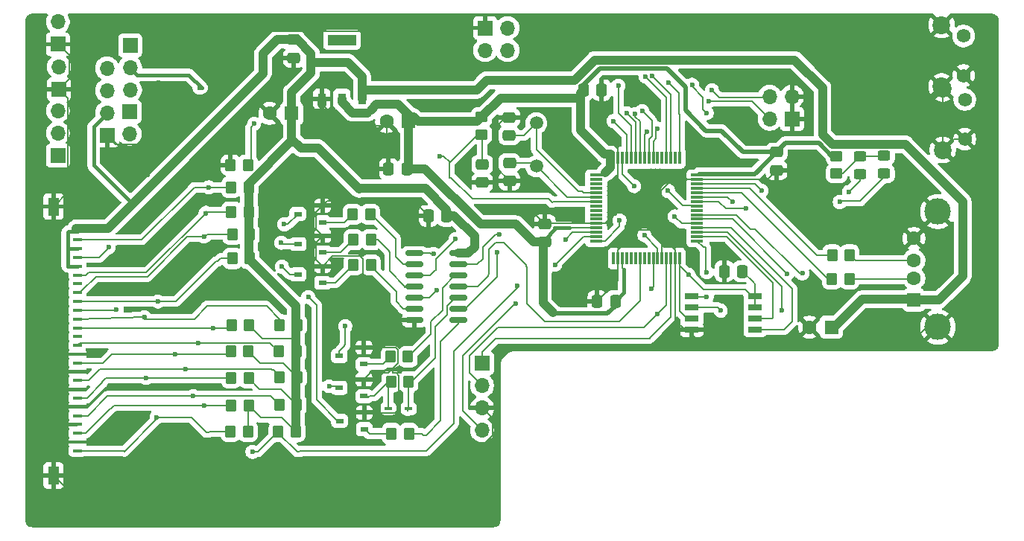
<source format=gbr>
%TF.GenerationSoftware,KiCad,Pcbnew,9.0.5*%
%TF.CreationDate,2025-10-23T08:30:37+01:00*%
%TF.ProjectId,Gotek,476f7465-6b2e-46b6-9963-61645f706362,rev?*%
%TF.SameCoordinates,Original*%
%TF.FileFunction,Copper,L1,Top*%
%TF.FilePolarity,Positive*%
%FSLAX46Y46*%
G04 Gerber Fmt 4.6, Leading zero omitted, Abs format (unit mm)*
G04 Created by KiCad (PCBNEW 9.0.5) date 2025-10-23 08:30:37*
%MOMM*%
%LPD*%
G01*
G04 APERTURE LIST*
G04 Aperture macros list*
%AMRoundRect*
0 Rectangle with rounded corners*
0 $1 Rounding radius*
0 $2 $3 $4 $5 $6 $7 $8 $9 X,Y pos of 4 corners*
0 Add a 4 corners polygon primitive as box body*
4,1,4,$2,$3,$4,$5,$6,$7,$8,$9,$2,$3,0*
0 Add four circle primitives for the rounded corners*
1,1,$1+$1,$2,$3*
1,1,$1+$1,$4,$5*
1,1,$1+$1,$6,$7*
1,1,$1+$1,$8,$9*
0 Add four rect primitives between the rounded corners*
20,1,$1+$1,$2,$3,$4,$5,0*
20,1,$1+$1,$4,$5,$6,$7,0*
20,1,$1+$1,$6,$7,$8,$9,0*
20,1,$1+$1,$8,$9,$2,$3,0*%
G04 Aperture macros list end*
%TA.AperFunction,ComponentPad*%
%ADD10C,5.000000*%
%TD*%
%TA.AperFunction,ComponentPad*%
%ADD11R,1.700000X1.700000*%
%TD*%
%TA.AperFunction,ComponentPad*%
%ADD12O,1.700000X1.700000*%
%TD*%
%TA.AperFunction,SMDPad,CuDef*%
%ADD13RoundRect,0.250000X-0.350000X-0.450000X0.350000X-0.450000X0.350000X0.450000X-0.350000X0.450000X0*%
%TD*%
%TA.AperFunction,SMDPad,CuDef*%
%ADD14RoundRect,0.250000X-0.475000X0.337500X-0.475000X-0.337500X0.475000X-0.337500X0.475000X0.337500X0*%
%TD*%
%TA.AperFunction,ComponentPad*%
%ADD15R,1.600000X1.600000*%
%TD*%
%TA.AperFunction,ComponentPad*%
%ADD16C,1.600000*%
%TD*%
%TA.AperFunction,ComponentPad*%
%ADD17C,1.575000*%
%TD*%
%TA.AperFunction,ComponentPad*%
%ADD18C,2.025000*%
%TD*%
%TA.AperFunction,SMDPad,CuDef*%
%ADD19R,0.900000X0.600000*%
%TD*%
%TA.AperFunction,SMDPad,CuDef*%
%ADD20RoundRect,0.250000X0.450000X-0.325000X0.450000X0.325000X-0.450000X0.325000X-0.450000X-0.325000X0*%
%TD*%
%TA.AperFunction,SMDPad,CuDef*%
%ADD21RoundRect,0.250000X-0.337500X-0.475000X0.337500X-0.475000X0.337500X0.475000X-0.337500X0.475000X0*%
%TD*%
%TA.AperFunction,SMDPad,CuDef*%
%ADD22R,1.650000X0.700000*%
%TD*%
%TA.AperFunction,ComponentPad*%
%ADD23R,1.500000X1.600000*%
%TD*%
%TA.AperFunction,ComponentPad*%
%ADD24C,3.000000*%
%TD*%
%TA.AperFunction,SMDPad,CuDef*%
%ADD25R,0.820000X0.420000*%
%TD*%
%TA.AperFunction,SMDPad,CuDef*%
%ADD26R,1.475000X0.300000*%
%TD*%
%TA.AperFunction,SMDPad,CuDef*%
%ADD27R,0.300000X1.475000*%
%TD*%
%TA.AperFunction,SMDPad,CuDef*%
%ADD28R,1.000000X0.400000*%
%TD*%
%TA.AperFunction,SMDPad,CuDef*%
%ADD29R,1.300000X2.000000*%
%TD*%
%TA.AperFunction,SMDPad,CuDef*%
%ADD30RoundRect,0.250000X0.337500X0.475000X-0.337500X0.475000X-0.337500X-0.475000X0.337500X-0.475000X0*%
%TD*%
%TA.AperFunction,SMDPad,CuDef*%
%ADD31RoundRect,0.250000X-0.450000X0.350000X-0.450000X-0.350000X0.450000X-0.350000X0.450000X0.350000X0*%
%TD*%
%TA.AperFunction,ComponentPad*%
%ADD32C,1.500000*%
%TD*%
%TA.AperFunction,SMDPad,CuDef*%
%ADD33R,0.950000X1.300000*%
%TD*%
%TA.AperFunction,SMDPad,CuDef*%
%ADD34R,3.250000X1.300000*%
%TD*%
%TA.AperFunction,SMDPad,CuDef*%
%ADD35RoundRect,0.250000X0.350000X0.450000X-0.350000X0.450000X-0.350000X-0.450000X0.350000X-0.450000X0*%
%TD*%
%TA.AperFunction,SMDPad,CuDef*%
%ADD36RoundRect,0.150000X-0.825000X-0.150000X0.825000X-0.150000X0.825000X0.150000X-0.825000X0.150000X0*%
%TD*%
%TA.AperFunction,ViaPad*%
%ADD37C,0.600000*%
%TD*%
%TA.AperFunction,Conductor*%
%ADD38C,0.200000*%
%TD*%
%TA.AperFunction,Conductor*%
%ADD39C,1.000000*%
%TD*%
%TA.AperFunction,Conductor*%
%ADD40C,0.400000*%
%TD*%
%TA.AperFunction,Conductor*%
%ADD41C,0.500000*%
%TD*%
G04 APERTURE END LIST*
D10*
%TO.P,H1,1,1*%
%TO.N,GND*%
X118491000Y-60642500D03*
%TD*%
%TO.P,H2,1,1*%
%TO.N,GND*%
X139573000Y-60642500D03*
%TD*%
%TO.P,H3,1,1*%
%TO.N,GND*%
X118491000Y-110363000D03*
%TD*%
%TO.P,H4,1,1*%
%TO.N,GND*%
X139573000Y-110363000D03*
%TD*%
%TO.P,H5,1,1*%
%TO.N,GND*%
X189357000Y-60642500D03*
%TD*%
D11*
%TO.P,J10,1,Pin_1*%
%TO.N,GND*%
X105038525Y-69713475D03*
D12*
%TO.P,J10,2,Pin_2*%
%TO.N,5V*%
X105038525Y-67173475D03*
%TO.P,J10,3,Pin_3*%
%TO.N,SWCLK*%
X105038525Y-64633475D03*
%TO.P,J10,4,Pin_4*%
%TO.N,SWDIO*%
X105038525Y-62093475D03*
%TD*%
D11*
%TO.P,J7,1,Pin_1*%
%TO.N,/I2C2_CLK*%
X147653375Y-95653700D03*
D12*
%TO.P,J7,2,Pin_2*%
%TO.N,/I2C2_DTA*%
X147653375Y-98193700D03*
%TO.P,J7,3,Pin_3*%
%TO.N,GND*%
X147653375Y-100733700D03*
%TO.P,J7,4,Pin_4*%
%TO.N,+3.3V*%
X147653375Y-103273700D03*
%TD*%
D13*
%TO.P,PU5,1*%
%TO.N,DIR*%
X119195975Y-91357450D03*
%TO.P,PU5,2*%
%TO.N,5V*%
X121195975Y-91357450D03*
%TD*%
D14*
%TO.P,C4,1*%
%TO.N,NRST*%
X147659725Y-73025725D03*
%TO.P,C4,2*%
%TO.N,GND*%
X147659725Y-75100725D03*
%TD*%
D15*
%TO.P,C1,1*%
%TO.N,5V*%
X187333138Y-91535250D03*
D16*
%TO.P,C1,2*%
%TO.N,GND*%
X184833138Y-91535250D03*
%TD*%
D17*
%TO.P,S4,1,1*%
%TO.N,GND*%
X202485625Y-70133600D03*
%TO.P,S4,2,2*%
%TO.N,BUT_R*%
X202485625Y-65633600D03*
D18*
%TO.P,S4,3,3*%
%TO.N,GND*%
X199985625Y-71383600D03*
%TO.P,S4,4,4*%
X199985625Y-64383600D03*
%TD*%
D19*
%TO.P,Q5,1,B*%
%TO.N,Net-(DID1-A)*%
X134226125Y-99390875D03*
%TO.P,Q5,2,E*%
%TO.N,GND*%
X134226125Y-97490875D03*
%TO.P,Q5,3,C*%
%TO.N,RDATA*%
X131426125Y-98440875D03*
%TD*%
D13*
%TO.P,RN4,1*%
%TO.N,Net-(Q4-B)*%
X137337925Y-103641525D03*
%TO.P,RN4,2*%
%TO.N,Net-(RN4-Pad2)*%
X139337925Y-103641525D03*
%TD*%
D19*
%TO.P,Q6,1,B*%
%TO.N,Net-(Q6-B)*%
X134226125Y-95761850D03*
%TO.P,Q6,2,E*%
%TO.N,GND*%
X134226125Y-93861850D03*
%TO.P,Q6,3,C*%
%TO.N,DSKCHG*%
X131426125Y-94811850D03*
%TD*%
D20*
%TO.P,L5,1,K*%
%TO.N,/I2C2_DTA*%
X190595250Y-74173550D03*
%TO.P,L5,2,A*%
%TO.N,Net-(L4-A)*%
X190595250Y-72123550D03*
%TD*%
D21*
%TO.P,C20,1*%
%TO.N,GND*%
X141561275Y-78879700D03*
%TO.P,C20,2*%
%TO.N,5V*%
X143636275Y-78879700D03*
%TD*%
D15*
%TO.P,C17,1*%
%TO.N,+3.3V*%
X139304913Y-68164075D03*
D16*
%TO.P,C17,2*%
%TO.N,GND*%
X136804913Y-68164075D03*
%TD*%
D11*
%TO.P,J1,1,Pin_1*%
%TO.N,GND*%
X148000000Y-57500000D03*
D12*
%TO.P,J1,2,Pin_2*%
%TO.N,RA*%
X150540000Y-57500000D03*
%TO.P,J1,3,Pin_3*%
%TO.N,ENC1*%
X148000000Y-60040000D03*
%TO.P,J1,4,Pin_4*%
%TO.N,ENC2*%
X150540000Y-60040000D03*
%TD*%
D13*
%TO.P,PU12,1*%
%TO.N,SIDE1*%
X119056275Y-103397050D03*
%TO.P,PU12,2*%
%TO.N,5V*%
X121056275Y-103397050D03*
%TD*%
D21*
%TO.P,C6,1*%
%TO.N,+3.3V*%
X159165925Y-64573150D03*
%TO.P,C6,2*%
%TO.N,GND*%
X161240925Y-64573150D03*
%TD*%
D17*
%TO.P,S3,1,1*%
%TO.N,GND*%
X202345925Y-62915800D03*
%TO.P,S3,2,2*%
%TO.N,BUT_L*%
X202345925Y-58415800D03*
D18*
%TO.P,S3,3,3*%
%TO.N,GND*%
X199845925Y-64165800D03*
%TO.P,S3,4,4*%
X199845925Y-57165800D03*
%TD*%
D13*
%TO.P,PU13,1*%
%TO.N,SEL*%
X124498225Y-103431975D03*
%TO.P,PU13,2*%
%TO.N,5V*%
X126498225Y-103431975D03*
%TD*%
%TO.P,PU2,1*%
%TO.N,DSKCHG*%
X119164225Y-78432025D03*
%TO.P,PU2,2*%
%TO.N,5V*%
X121164225Y-78432025D03*
%TD*%
%TO.P,PU11,1*%
%TO.N,RDATA*%
X119126125Y-100466525D03*
%TO.P,PU11,2*%
%TO.N,5V*%
X121126125Y-100466525D03*
%TD*%
D19*
%TO.P,Q3,1,B*%
%TO.N,Net-(Q3-B)*%
X129523775Y-86497200D03*
%TO.P,Q3,2,E*%
%TO.N,GND*%
X129523775Y-84597200D03*
%TO.P,Q3,3,C*%
%TO.N,WPROT*%
X126723775Y-85547200D03*
%TD*%
D11*
%TO.P,JD1,1,Pin_1*%
%TO.N,GND*%
X99568000Y-64465200D03*
D12*
%TO.P,JD1,2,Pin_2*%
%TO.N,DINST*%
X99568000Y-61925200D03*
%TD*%
D13*
%TO.P,PU9,1*%
%TO.N,TRK0*%
X119126125Y-97326450D03*
%TO.P,PU9,2*%
%TO.N,5V*%
X121126125Y-97326450D03*
%TD*%
D19*
%TO.P,Q4,1,B*%
%TO.N,Net-(Q4-B)*%
X134261050Y-103159600D03*
%TO.P,Q4,2,E*%
%TO.N,GND*%
X134261050Y-101259600D03*
%TO.P,Q4,3,C*%
%TO.N,READY*%
X131461050Y-102209600D03*
%TD*%
D13*
%TO.P,RN2,1*%
%TO.N,Net-(Q2-B)*%
X133016750Y-81600675D03*
%TO.P,RN2,2*%
%TO.N,Net-(RN2-Pad2)*%
X135016750Y-81600675D03*
%TD*%
%TO.P,PU8,1*%
%TO.N,WGATE*%
X124637925Y-97221675D03*
%TO.P,PU8,2*%
%TO.N,5V*%
X126637925Y-97221675D03*
%TD*%
D21*
%TO.P,C18,1*%
%TO.N,GND*%
X137027375Y-73539350D03*
%TO.P,C18,2*%
%TO.N,+3.3V*%
X139102375Y-73539350D03*
%TD*%
D11*
%TO.P,MO1,1,Pin_1*%
%TO.N,DRVSEL*%
X99456875Y-72002650D03*
D12*
%TO.P,MO1,2,Pin_2*%
%TO.N,SEL*%
X99456875Y-69462650D03*
%TO.P,MO1,3,Pin_3*%
%TO.N,MTRON*%
X99456875Y-66922650D03*
%TD*%
D14*
%TO.P,C5,1*%
%TO.N,Net-(U3-HEXT_OUT{slash}PD1)*%
X150764875Y-72851100D03*
%TO.P,C5,2*%
%TO.N,GND*%
X150764875Y-74926100D03*
%TD*%
D22*
%TO.P,U8,1,CE#*%
%TO.N,SPI2_SS*%
X171469500Y-88026875D03*
%TO.P,U8,2,SO*%
%TO.N,SPI2_MISO*%
X171469500Y-89296875D03*
%TO.P,U8,3,WP#*%
%TO.N,+3.3V*%
X171469500Y-90566875D03*
%TO.P,U8,4,VSS*%
%TO.N,GND*%
X171469500Y-91836875D03*
%TO.P,U8,5,SI*%
%TO.N,SPI2_MOSI*%
X178669500Y-91836875D03*
%TO.P,U8,6,SCK*%
%TO.N,SPI2_SCK*%
X178669500Y-90566875D03*
%TO.P,U8,7,HOLD#*%
%TO.N,+3.3V*%
X178669500Y-89296875D03*
%TO.P,U8,8,VDD*%
X178669500Y-88026875D03*
%TD*%
D11*
%TO.P,J3,1,Pin_1*%
%TO.N,J3_BOOT0*%
X107664250Y-59467750D03*
D12*
%TO.P,J3,2,Pin_2*%
%TO.N,+3.3V*%
X107664250Y-62007750D03*
%TO.P,J3,3,Pin_3*%
%TO.N,USART1_TX*%
X107664250Y-64547750D03*
%TD*%
D11*
%TO.P,J2,1,Pin_1*%
%TO.N,GND*%
X182857775Y-67846575D03*
D12*
%TO.P,J2,2,Pin_2*%
%TO.N,RC*%
X180317775Y-67846575D03*
%TO.P,J2,3,Pin_3*%
%TO.N,GND*%
X182857775Y-65306575D03*
%TO.P,J2,4,Pin_4*%
%TO.N,RB*%
X180317775Y-65306575D03*
%TD*%
D13*
%TO.P,RN1,1*%
%TO.N,Net-(Q1-B)*%
X132934075Y-78705075D03*
%TO.P,RN1,2*%
%TO.N,Net-(RN1-Pad2)*%
X134934075Y-78705075D03*
%TD*%
D23*
%TO.P,P3,1,VBUS*%
%TO.N,5V*%
X196706525Y-88456650D03*
D16*
%TO.P,P3,2,D-*%
%TO.N,Net-(P3-D-)*%
X196706525Y-85956650D03*
%TO.P,P3,3,D+*%
%TO.N,Net-(P3-D+)*%
X196706525Y-83956650D03*
%TO.P,P3,4,GND*%
%TO.N,GND*%
X196706525Y-81456650D03*
D24*
%TO.P,P3,5,Shield*%
X199416525Y-91526650D03*
X199416525Y-78386650D03*
%TD*%
D19*
%TO.P,Q2,1,B*%
%TO.N,Net-(Q2-B)*%
X129552525Y-83042800D03*
%TO.P,Q2,2,E*%
%TO.N,GND*%
X129552525Y-81142800D03*
%TO.P,Q2,3,C*%
%TO.N,TRK0*%
X126752525Y-82092800D03*
%TD*%
D25*
%TO.P,DID1,1,K*%
%TO.N,Net-(DID1-K)*%
X139313300Y-100812600D03*
%TO.P,DID1,2,A*%
%TO.N,Net-(DID1-A)*%
X137013300Y-100812600D03*
%TD*%
D13*
%TO.P,RN3,1*%
%TO.N,Net-(Q3-B)*%
X133016750Y-84461350D03*
%TO.P,RN3,2*%
%TO.N,Net-(RN3-Pad2)*%
X135016750Y-84461350D03*
%TD*%
%TO.P,RN5,1*%
%TO.N,Net-(DID1-A)*%
X137303000Y-97742375D03*
%TO.P,RN5,2*%
%TO.N,Net-(DID1-K)*%
X139303000Y-97742375D03*
%TD*%
D14*
%TO.P,C3,1*%
%TO.N,GND*%
X150729950Y-67688550D03*
%TO.P,C3,2*%
%TO.N,Net-(U3-HEXT_IN{slash}PD0)*%
X150729950Y-69763550D03*
%TD*%
D26*
%TO.P,U3,1,VBAT*%
%TO.N,+3.3V*%
X160606600Y-74250225D03*
%TO.P,U3,2,TAMPER_RTC/PC13*%
%TO.N,unconnected-(U3-TAMPER_RTC{slash}PC13-Pad2)*%
X160606600Y-74750225D03*
%TO.P,U3,3,LEXT_IN/PC14*%
%TO.N,unconnected-(U3-LEXT_IN{slash}PC14-Pad3)*%
X160606600Y-75250225D03*
%TO.P,U3,4,LEXT_OUT/PC15*%
%TO.N,unconnected-(U3-LEXT_OUT{slash}PC15-Pad4)*%
X160606600Y-75750225D03*
%TO.P,U3,5,HEXT_IN/PD0*%
%TO.N,Net-(U3-HEXT_IN{slash}PD0)*%
X160606600Y-76250225D03*
%TO.P,U3,6,HEXT_OUT/PD1*%
%TO.N,Net-(U3-HEXT_OUT{slash}PD1)*%
X160606600Y-76750225D03*
%TO.P,U3,7,NRST*%
%TO.N,NRST*%
X160606600Y-77250225D03*
%TO.P,U3,8,PC0*%
%TO.N,unconnected-(U3-PC0-Pad8)*%
X160606600Y-77750225D03*
%TO.P,U3,9,PC1*%
%TO.N,unconnected-(U3-PC1-Pad9)*%
X160606600Y-78250225D03*
%TO.P,U3,10,PC2*%
%TO.N,unconnected-(U3-PC2-Pad10)*%
X160606600Y-78750225D03*
%TO.P,U3,11,PC3*%
%TO.N,unconnected-(U3-PC3-Pad11)*%
X160606600Y-79250225D03*
%TO.P,U3,12,VSSA/VREF-*%
%TO.N,GND*%
X160606600Y-79750225D03*
%TO.P,U3,13,VDDA/VREF+*%
%TO.N,+3.3V*%
X160606600Y-80250225D03*
%TO.P,U3,14,WKUP/PA0*%
%TO.N,SEL*%
X160606600Y-80750225D03*
%TO.P,U3,15,PA1*%
%TO.N,STEP*%
X160606600Y-81250225D03*
%TO.P,U3,16,PA2*%
%TO.N,RB*%
X160606600Y-81750225D03*
D27*
%TO.P,U3,17,PA3*%
%TO.N,unconnected-(U3-PA3-Pad17)*%
X162594600Y-83738225D03*
%TO.P,U3,18,PF4*%
%TO.N,GND*%
X163094600Y-83738225D03*
%TO.P,U3,19,PF5*%
%TO.N,+3.3V*%
X163594600Y-83738225D03*
%TO.P,U3,20,PA4*%
%TO.N,unconnected-(U3-PA4-Pad20)*%
X164094600Y-83738225D03*
%TO.P,U3,21,PA5*%
%TO.N,unconnected-(U3-PA5-Pad21)*%
X164594600Y-83738225D03*
%TO.P,U3,22,PA6*%
%TO.N,unconnected-(U3-PA6-Pad22)*%
X165094600Y-83738225D03*
%TO.P,U3,23,PA7*%
%TO.N,RDATA_3V3*%
X165594600Y-83738225D03*
%TO.P,U3,24,PC4*%
%TO.N,unconnected-(U3-PC4-Pad24)*%
X166094600Y-83738225D03*
%TO.P,U3,25,PC5*%
%TO.N,unconnected-(U3-PC5-Pad25)*%
X166594600Y-83738225D03*
%TO.P,U3,26,PB0*%
%TO.N,DIR*%
X167094600Y-83738225D03*
%TO.P,U3,27,PB1*%
%TO.N,RC*%
X167594600Y-83738225D03*
%TO.P,U3,28,PB2*%
%TO.N,GND*%
X168094600Y-83738225D03*
%TO.P,U3,29,PB10*%
%TO.N,/I2C2_DTA*%
X168594600Y-83738225D03*
%TO.P,U3,30,PB11*%
%TO.N,/I2C2_CLK*%
X169094600Y-83738225D03*
%TO.P,U3,31,VSS_1*%
%TO.N,GND*%
X169594600Y-83738225D03*
%TO.P,U3,32,VDD_1*%
%TO.N,+3.3V*%
X170094600Y-83738225D03*
D26*
%TO.P,U3,33,PB12*%
%TO.N,SPI2_SS*%
X172082600Y-81750225D03*
%TO.P,U3,34,PB13*%
%TO.N,SPI2_SCK*%
X172082600Y-81250225D03*
%TO.P,U3,35,PB14*%
%TO.N,SPI2_MISO*%
X172082600Y-80750225D03*
%TO.P,U3,36,PB15*%
%TO.N,SPI2_MOSI*%
X172082600Y-80250225D03*
%TO.P,U3,37,PC6*%
%TO.N,RA*%
X172082600Y-79750225D03*
%TO.P,U3,38,PC7*%
%TO.N,BUT_L*%
X172082600Y-79250225D03*
%TO.P,U3,39,PC8*%
%TO.N,BUT_R*%
X172082600Y-78750225D03*
%TO.P,U3,40,PC9*%
%TO.N,unconnected-(U3-PC9-Pad40)*%
X172082600Y-78250225D03*
%TO.P,U3,41,PA8*%
%TO.N,WDATA*%
X172082600Y-77750225D03*
%TO.P,U3,42,PA9*%
%TO.N,USART1_TX*%
X172082600Y-77250225D03*
%TO.P,U3,43,PA10*%
%TO.N,USART1_RX*%
X172082600Y-76750225D03*
%TO.P,U3,44,PA11*%
%TO.N,Net-(U3-PA11)*%
X172082600Y-76250225D03*
%TO.P,U3,45,PA12*%
%TO.N,Net-(U3-PA12)*%
X172082600Y-75750225D03*
%TO.P,U3,46,PA13*%
%TO.N,SWDIO*%
X172082600Y-75250225D03*
%TO.P,U3,47,PF6*%
%TO.N,GND*%
X172082600Y-74750225D03*
%TO.P,U3,48,PF7*%
%TO.N,+3.3V*%
X172082600Y-74250225D03*
D27*
%TO.P,U3,49,PA14*%
%TO.N,SWCLK*%
X170094600Y-72262225D03*
%TO.P,U3,50,PA15*%
%TO.N,unconnected-(U3-PA15-Pad50)*%
X169594600Y-72262225D03*
%TO.P,U3,51,PC10*%
%TO.N,ENC2*%
X169094600Y-72262225D03*
%TO.P,U3,52,PC11*%
%TO.N,ENC1*%
X168594600Y-72262225D03*
%TO.P,U3,53,PC12*%
%TO.N,unconnected-(U3-PC12-Pad53)*%
X168094600Y-72262225D03*
%TO.P,U3,54,PD2*%
%TO.N,unconnected-(U3-PD2-Pad54)*%
X167594600Y-72262225D03*
%TO.P,U3,55,PB3*%
%TO.N,READY_3V3*%
X167094600Y-72262225D03*
%TO.P,U3,56,PB4*%
%TO.N,SIDE1*%
X166594600Y-72262225D03*
%TO.P,U3,57,PB5*%
%TO.N,WPROT_3V3*%
X166094600Y-72262225D03*
%TO.P,U3,58,PB6*%
%TO.N,TRK0_3V3*%
X165594600Y-72262225D03*
%TO.P,U3,59,PB7*%
%TO.N,DSKCHG_3V3*%
X165094600Y-72262225D03*
%TO.P,U3,60,BOOT0*%
%TO.N,J3_BOOT0*%
X164594600Y-72262225D03*
%TO.P,U3,61,PB8*%
%TO.N,INDEX_3V3*%
X164094600Y-72262225D03*
%TO.P,U3,62,PB9*%
%TO.N,WGATE*%
X163594600Y-72262225D03*
%TO.P,U3,63,VSS_2*%
%TO.N,GND*%
X163094600Y-72262225D03*
%TO.P,U3,64,VDD_2*%
%TO.N,+3.3V*%
X162594600Y-72262225D03*
%TD*%
D13*
%TO.P,PU1,1*%
%TO.N,INDEX*%
X119129300Y-75638025D03*
%TO.P,PU1,2*%
%TO.N,5V*%
X121129300Y-75638025D03*
%TD*%
D11*
%TO.P,JE1,1,Pin_1*%
%TO.N,GND*%
X99456875Y-59356625D03*
D12*
%TO.P,JE1,2,Pin_2*%
%TO.N,HDOUT*%
X99456875Y-56816625D03*
%TD*%
D28*
%TO.P,P1,1,1*%
%TO.N,5V*%
X101666675Y-80618051D03*
%TO.P,P1,2,2*%
%TO.N,INDEX*%
X101666675Y-81618051D03*
%TO.P,P1,3,3*%
%TO.N,5V*%
X101666675Y-82618052D03*
%TO.P,P1,4,4*%
%TO.N,DRVSEL*%
X101666675Y-83618050D03*
%TO.P,P1,5,5*%
%TO.N,5V*%
X101666675Y-84618050D03*
%TO.P,P1,6,6*%
%TO.N,DSKCHG*%
X101666675Y-85618051D03*
%TO.P,P1,7,7*%
%TO.N,unconnected-(P1-Pad7)*%
X101666675Y-86618051D03*
%TO.P,P1,8,8*%
%TO.N,READY*%
X101666675Y-87618049D03*
%TO.P,P1,9,9*%
%TO.N,HDOUT*%
X101666675Y-88618050D03*
%TO.P,P1,10,10*%
%TO.N,MTRON*%
X101666675Y-89618050D03*
%TO.P,P1,11,11*%
%TO.N,DINST*%
X101666675Y-90618051D03*
%TO.P,P1,12,12*%
%TO.N,DIR*%
X101666675Y-91618051D03*
%TO.P,P1,13,13*%
%TO.N,unconnected-(P1-Pad13)*%
X101666675Y-92618049D03*
%TO.P,P1,14,14*%
%TO.N,STEP*%
X101666675Y-93618050D03*
%TO.P,P1,15,15*%
%TO.N,GND*%
X101666675Y-94618051D03*
%TO.P,P1,16,16*%
%TO.N,WDATA*%
X101666675Y-95618051D03*
%TO.P,P1,17,17*%
%TO.N,GND*%
X101666675Y-96618052D03*
%TO.P,P1,18,18*%
%TO.N,WGATE*%
X101666675Y-97618050D03*
%TO.P,P1,19,19*%
%TO.N,GND*%
X101666675Y-98618050D03*
%TO.P,P1,20,20*%
%TO.N,TRK0*%
X101666675Y-99618051D03*
%TO.P,P1,21,21*%
%TO.N,GND*%
X101666675Y-100618051D03*
%TO.P,P1,22,22*%
%TO.N,WPROT*%
X101666675Y-101618052D03*
%TO.P,P1,23,23*%
%TO.N,GND*%
X101666675Y-102618050D03*
%TO.P,P1,24,24*%
%TO.N,RDATA*%
X101666675Y-103618050D03*
%TO.P,P1,25,25*%
%TO.N,GND*%
X101666675Y-104618051D03*
%TO.P,P1,26,26*%
%TO.N,SIDE1*%
X101666675Y-105618051D03*
D29*
%TO.P,P1,P1,P1*%
%TO.N,GND*%
X98966676Y-77818076D03*
%TO.P,P1,P2,P2*%
X98966676Y-108418026D03*
%TD*%
D14*
%TO.P,C23,1*%
%TO.N,5V*%
X126253875Y-58846900D03*
%TO.P,C23,2*%
%TO.N,GND*%
X126253875Y-60921900D03*
%TD*%
D13*
%TO.P,PU6,1*%
%TO.N,STEP*%
X124555250Y-94322900D03*
%TO.P,PU6,2*%
%TO.N,5V*%
X126555250Y-94322900D03*
%TD*%
%TO.P,RN6,1*%
%TO.N,Net-(Q6-B)*%
X137233150Y-94916625D03*
%TO.P,RN6,2*%
%TO.N,Net-(RN6-Pad2)*%
X139233150Y-94916625D03*
%TD*%
%TO.P,R2,1*%
%TO.N,Net-(U3-PA11)*%
X187375925Y-86077425D03*
%TO.P,R2,2*%
%TO.N,Net-(P3-D-)*%
X189375925Y-86077425D03*
%TD*%
D30*
%TO.P,C8,1*%
%TO.N,+3.3V*%
X162797400Y-88576150D03*
%TO.P,C8,2*%
%TO.N,GND*%
X160722400Y-88576150D03*
%TD*%
D31*
%TO.P,R10,1*%
%TO.N,+3.3V*%
X147589875Y-67621275D03*
%TO.P,R10,2*%
%TO.N,NRST*%
X147589875Y-69621275D03*
%TD*%
D32*
%TO.P,Y1,1,1*%
%TO.N,Net-(U3-HEXT_OUT{slash}PD1)*%
X153800175Y-73233450D03*
%TO.P,Y1,2,2*%
%TO.N,Net-(U3-HEXT_IN{slash}PD0)*%
X153800175Y-68333450D03*
%TD*%
D11*
%TO.P,J4,1,Pin_1*%
%TO.N,USART1_RX*%
X107607100Y-67016075D03*
D12*
%TO.P,J4,2,Pin_2*%
%TO.N,NRST*%
X107607100Y-69556075D03*
%TD*%
D33*
%TO.P,U4,1,GROUND/ADJUST*%
%TO.N,GND*%
X129434400Y-65554600D03*
%TO.P,U4,2,VOUT_1*%
%TO.N,+3.3V*%
X131724400Y-65554600D03*
%TO.P,U4,3,VIN*%
%TO.N,5V*%
X134014400Y-65554600D03*
D34*
%TO.P,U4,4,VOUT_2*%
%TO.N,unconnected-(U4-VOUT_2-Pad4)*%
X131724400Y-58854600D03*
%TD*%
D13*
%TO.P,PU10,1*%
%TO.N,WPROT*%
X124603000Y-100396675D03*
%TO.P,PU10,2*%
%TO.N,5V*%
X126603000Y-100396675D03*
%TD*%
D35*
%TO.P,RN13,1*%
%TO.N,J3_BOOT0*%
X121059450Y-73091675D03*
%TO.P,RN13,2*%
%TO.N,GND*%
X119059450Y-73091675D03*
%TD*%
D19*
%TO.P,Q1,1,B*%
%TO.N,Net-(Q1-B)*%
X129517600Y-79623325D03*
%TO.P,Q1,2,E*%
%TO.N,GND*%
X129517600Y-77723325D03*
%TO.P,Q1,3,C*%
%TO.N,INDEX*%
X126717600Y-78673325D03*
%TD*%
D20*
%TO.P,L4,1,K*%
%TO.N,SEL*%
X193328925Y-74084925D03*
%TO.P,L4,2,A*%
%TO.N,Net-(L4-A)*%
X193328925Y-72034925D03*
%TD*%
D13*
%TO.P,PU14,1*%
%TO.N,HDOUT*%
X119269000Y-83734275D03*
%TO.P,PU14,2*%
%TO.N,5V*%
X121269000Y-83734275D03*
%TD*%
D36*
%TO.P,U1,1*%
%TO.N,INDEX_3V3*%
X139984075Y-83127850D03*
%TO.P,U1,2*%
%TO.N,Net-(RN1-Pad2)*%
X139984075Y-84397850D03*
%TO.P,U1,3*%
%TO.N,TRK0_3V3*%
X139984075Y-85667850D03*
%TO.P,U1,4*%
%TO.N,Net-(RN2-Pad2)*%
X139984075Y-86937850D03*
%TO.P,U1,5*%
%TO.N,WPROT_3V3*%
X139984075Y-88207850D03*
%TO.P,U1,6*%
%TO.N,Net-(RN3-Pad2)*%
X139984075Y-89477850D03*
%TO.P,U1,7,GND*%
%TO.N,GND*%
X139984075Y-90747850D03*
%TO.P,U1,8*%
%TO.N,Net-(RN4-Pad2)*%
X144934075Y-90747850D03*
%TO.P,U1,9*%
%TO.N,READY_3V3*%
X144934075Y-89477850D03*
%TO.P,U1,10*%
%TO.N,Net-(DID1-K)*%
X144934075Y-88207850D03*
%TO.P,U1,11*%
%TO.N,RDATA_3V3*%
X144934075Y-86937850D03*
%TO.P,U1,12*%
%TO.N,Net-(RN6-Pad2)*%
X144934075Y-85667850D03*
%TO.P,U1,13*%
%TO.N,DSKCHG_3V3*%
X144934075Y-84397850D03*
%TO.P,U1,14,VCC*%
%TO.N,5V*%
X144934075Y-83127850D03*
%TD*%
D13*
%TO.P,R1,1*%
%TO.N,Net-(U3-PA12)*%
X187417200Y-83331050D03*
%TO.P,R1,2*%
%TO.N,Net-(P3-D+)*%
X189417200Y-83331050D03*
%TD*%
D31*
%TO.P,R21,1*%
%TO.N,+3.3V*%
X187915550Y-72059925D03*
%TO.P,R21,2*%
%TO.N,Net-(L4-A)*%
X187915550Y-74059925D03*
%TD*%
D14*
%TO.P,C9,1*%
%TO.N,GND*%
X154774900Y-79794825D03*
%TO.P,C9,2*%
%TO.N,+3.3V*%
X154774900Y-81869825D03*
%TD*%
D35*
%TO.P,PU4,1*%
%TO.N,5V*%
X126637925Y-91287600D03*
%TO.P,PU4,2*%
%TO.N,DINST*%
X124637925Y-91287600D03*
%TD*%
D14*
%TO.P,C7,1*%
%TO.N,+3.3V*%
X181105175Y-71628725D03*
%TO.P,C7,2*%
%TO.N,GND*%
X181105175Y-73703725D03*
%TD*%
D15*
%TO.P,C19,1*%
%TO.N,5V*%
X126017025Y-67227450D03*
D16*
%TO.P,C19,2*%
%TO.N,GND*%
X123517025Y-67227450D03*
%TD*%
D13*
%TO.P,PU3,1*%
%TO.N,READY*%
X119269000Y-80978375D03*
%TO.P,PU3,2*%
%TO.N,5V*%
X121269000Y-80978375D03*
%TD*%
%TO.P,PU7,1*%
%TO.N,WDATA*%
X119091200Y-94322900D03*
%TO.P,PU7,2*%
%TO.N,5V*%
X121091200Y-94322900D03*
%TD*%
D21*
%TO.P,C16,1*%
%TO.N,GND*%
X175146425Y-85185250D03*
%TO.P,C16,2*%
%TO.N,+3.3V*%
X177221425Y-85185250D03*
%TD*%
D37*
%TO.N,GND*%
X189906275Y-69348350D03*
X105505250Y-86928325D03*
X110874175Y-63750825D03*
X168976675Y-57683400D03*
X111280575Y-68602225D03*
X184896125Y-72647175D03*
X158264225Y-72580500D03*
X116979700Y-72869425D03*
X118560850Y-86756875D03*
X142579725Y-66192400D03*
X111210725Y-60121800D03*
X168328975Y-74114025D03*
X175056800Y-82476975D03*
X150060025Y-78374875D03*
X145034000Y-74015600D03*
X109658150Y-74177525D03*
X108051600Y-83461225D03*
X161036000Y-85975825D03*
X176580800Y-58661300D03*
X167941625Y-77333475D03*
X162744150Y-78600300D03*
X139001500Y-79984600D03*
X157841950Y-58775600D03*
X125739525Y-75339575D03*
X130470275Y-90322400D03*
X101330125Y-65760600D03*
X110817025Y-65592325D03*
%TO.N,NRST*%
X142805150Y-72072500D03*
%TO.N,+3.3V*%
X151491950Y-88855550D03*
X171118212Y-85602763D03*
X154600275Y-88820625D03*
X115554125Y-64303275D03*
%TO.N,J3_BOOT0*%
X121751725Y-68411725D03*
X163121975Y-64065150D03*
%TO.N,USART1_TX*%
X177638075Y-78057375D03*
%TO.N,USART1_RX*%
X176069625Y-77263625D03*
%TO.N,/I2C2_DTA*%
X167582850Y-90049350D03*
X189344300Y-76136500D03*
%TO.N,SWDIO*%
X179403375Y-76003150D03*
%TO.N,SWCLK*%
X168814750Y-63684150D03*
%TO.N,DINST*%
X109299375Y-90389075D03*
%TO.N,MTRON*%
X106118025Y-89550875D03*
%TO.N,DIR*%
X117059075Y-91618051D03*
X166849425Y-87188675D03*
%TO.N,DRVSEL*%
X105225850Y-82461100D03*
%TO.N,DSKCHG*%
X116220875Y-78609825D03*
X132102225Y-91424125D03*
%TO.N,READY*%
X127892175Y-88122125D03*
X116055775Y-81232375D03*
%TO.N,RA*%
X173161325Y-67192525D03*
X171499620Y-63966825D03*
X169532300Y-78946375D03*
%TO.N,RB*%
X163271200Y-79403575D03*
X173770925Y-64601725D03*
%TO.N,RC*%
X166096950Y-81079975D03*
X173358175Y-65836800D03*
%TO.N,SPI2_SS*%
X173170850Y-85293200D03*
X173170850Y-88128475D03*
%TO.N,SPI2_MISO*%
X174755175Y-89662000D03*
X181733825Y-89662000D03*
%TO.N,WPROT_3V3*%
X166341425Y-69345175D03*
X142484475Y-87366475D03*
%TO.N,HDOUT*%
X110807500Y-88618050D03*
%TO.N,SEL*%
X188280675Y-77301725D03*
X151666575Y-86868000D03*
X157111700Y-81562575D03*
X121561225Y-105724325D03*
%TO.N,STEP*%
X115439825Y-93322900D03*
X155924250Y-84458175D03*
%TO.N,WGATE*%
X113934875Y-96326450D03*
X164922200Y-75491975D03*
%TO.N,INDEX*%
X116614575Y-75638025D03*
X125152150Y-79844900D03*
%TO.N,WPROT*%
X124898150Y-84664550D03*
X114827050Y-99377500D03*
%TO.N,RDATA*%
X130273425Y-98263075D03*
X116055775Y-100466525D03*
%TO.N,TRK0*%
X109467650Y-97326450D03*
X124841000Y-81930875D03*
%TO.N,SIDE1*%
X110696375Y-101777800D03*
X165846125Y-66963925D03*
%TO.N,WDATA*%
X168776650Y-76038075D03*
X112817275Y-94630875D03*
%TO.N,BUT_L*%
X182308500Y-85477350D03*
%TO.N,BUT_R*%
X184035700Y-85413850D03*
%TO.N,INDEX_3V3*%
X142135225Y-83216750D03*
X162579050Y-68097400D03*
%TO.N,DSKCHG_3V3*%
X149564725Y-81000600D03*
X164087175Y-67198875D03*
%TO.N,TRK0_3V3*%
X165027377Y-67290548D03*
X144649825Y-81530825D03*
%TO.N,READY_3V3*%
X149367875Y-83038950D03*
X167541425Y-68957825D03*
%TO.N,ENC2*%
X167003401Y-62976897D03*
%TO.N,ENC1*%
X166201725Y-63023750D03*
%TD*%
D38*
%TO.N,5V*%
X134201725Y-64547750D02*
X134014400Y-64735075D01*
D39*
X122748675Y-60458350D02*
X122748675Y-62690375D01*
D40*
X100555425Y-84591525D02*
X100555425Y-80752950D01*
D38*
X100581950Y-84618050D02*
X100555425Y-84591525D01*
D39*
X186315152Y-64309427D02*
X183156225Y-61150500D01*
D38*
X126555250Y-93240225D02*
X126555250Y-91370275D01*
X126637925Y-94405575D02*
X126555250Y-94322900D01*
X124777375Y-98571050D02*
X126603000Y-100396675D01*
D40*
X101666675Y-80406875D02*
X101555550Y-80295750D01*
D39*
X127063500Y-71158100D02*
X126017025Y-70111625D01*
X158123770Y-63452375D02*
X148135975Y-63452375D01*
D38*
X126498225Y-103431975D02*
X126498225Y-100501450D01*
D39*
X202260200Y-85734525D02*
X202260200Y-77263625D01*
D38*
X133692900Y-75765025D02*
X133657975Y-75799950D01*
D39*
X196597425Y-88347550D02*
X196706525Y-88456650D01*
X134014400Y-63007050D02*
X134014400Y-64735075D01*
X147040600Y-64547750D02*
X134201725Y-64547750D01*
D40*
X103511350Y-68700650D02*
X103511350Y-73148825D01*
D39*
X143636275Y-78590050D02*
X143636275Y-78190000D01*
X127063500Y-71158100D02*
X129016125Y-71158100D01*
X200012300Y-87982425D02*
X202260200Y-85734525D01*
D38*
X126637925Y-88858600D02*
X121513600Y-83734275D01*
X126637925Y-91287600D02*
X126637925Y-88858600D01*
D39*
X196706525Y-88456650D02*
X199538075Y-88456650D01*
D40*
X100613952Y-82618052D02*
X101666675Y-82618052D01*
D39*
X141211300Y-75765025D02*
X133692900Y-75765025D01*
X128212850Y-60747275D02*
X128212850Y-60404375D01*
D38*
X126017025Y-70750300D02*
X121129300Y-75638025D01*
D39*
X124356950Y-58846900D02*
X126253875Y-58846900D01*
D38*
X122688225Y-92849700D02*
X126164725Y-92849700D01*
X121056275Y-103397050D02*
X121056275Y-100536375D01*
D39*
X186315152Y-69639775D02*
X186315152Y-64309427D01*
X122888375Y-60315475D02*
X124356950Y-58846900D01*
X128212850Y-61442600D02*
X132449950Y-61442600D01*
D38*
X121513600Y-83734275D02*
X121269000Y-83734275D01*
D39*
X187642500Y-91535250D02*
X187333138Y-91535250D01*
D38*
X126555250Y-91370275D02*
X126637925Y-91287600D01*
X126555250Y-94322900D02*
X126555250Y-93240225D01*
D39*
X129016125Y-71158100D02*
X133657975Y-75799950D01*
X128212850Y-60404375D02*
X126655375Y-58846900D01*
X146069050Y-83127850D02*
X144934075Y-83127850D01*
X160425645Y-61150500D02*
X158123770Y-63452375D01*
X126017025Y-70358170D02*
X121164225Y-75210970D01*
X126017025Y-64813175D02*
X128212850Y-62617350D01*
X134014400Y-64735075D02*
X134014400Y-65554600D01*
X148135975Y-63452375D02*
X147040600Y-64547750D01*
X143636275Y-78879700D02*
X144468850Y-78879700D01*
X190766700Y-88411050D02*
X190830200Y-88347550D01*
D40*
X103511350Y-73148825D02*
X107578525Y-77216000D01*
D38*
X100555425Y-82559525D02*
X100613952Y-82618052D01*
D39*
X146773900Y-82423000D02*
X146069050Y-83127850D01*
D40*
X107578525Y-77216000D02*
X107578525Y-77222350D01*
D39*
X132449950Y-61442600D02*
X134014400Y-63007050D01*
X202260200Y-77263625D02*
X195756500Y-70759925D01*
X128212850Y-60747275D02*
X128212850Y-61442600D01*
D38*
X121269000Y-80317850D02*
X121196100Y-80244950D01*
D40*
X100555425Y-80752950D02*
X100690324Y-80618051D01*
D38*
X121195975Y-91357450D02*
X122688225Y-92849700D01*
X122443750Y-95675450D02*
X125091700Y-95675450D01*
X122370725Y-98571050D02*
X124777375Y-98571050D01*
D40*
X100690324Y-80618051D02*
X101666675Y-80618051D01*
D38*
X124917075Y-101850825D02*
X126498225Y-103431975D01*
X126603000Y-100396675D02*
X126603000Y-97256600D01*
X121269000Y-80978375D02*
X121269000Y-80317850D01*
X143636275Y-78879700D02*
X143636275Y-78590050D01*
D39*
X105143300Y-80295750D02*
X101555550Y-80295750D01*
D38*
X125091700Y-95675450D02*
X126637925Y-97221675D01*
D39*
X126655375Y-58846900D02*
X126312475Y-58846900D01*
X146773900Y-81184750D02*
X146773900Y-82423000D01*
X183156225Y-61150500D02*
X160425645Y-61150500D01*
D38*
X126017025Y-70111625D02*
X126017025Y-70750300D01*
X121269000Y-83734275D02*
X121269000Y-80978375D01*
D39*
X126017025Y-70111625D02*
X126017025Y-67227450D01*
X128212850Y-62617350D02*
X128212850Y-60747275D01*
X199538075Y-88456650D02*
X200163675Y-87831050D01*
D40*
X101666675Y-80618051D02*
X101666675Y-80406875D01*
D38*
X126498225Y-100501450D02*
X126603000Y-100396675D01*
D39*
X121164225Y-83772250D02*
X126498225Y-89106250D01*
X122748675Y-62690375D02*
X105143300Y-80295750D01*
X143636275Y-78190000D02*
X141211300Y-75765025D01*
X126017025Y-70111625D02*
X126017025Y-70358170D01*
X190830200Y-88347550D02*
X196597425Y-88347550D01*
D38*
X126312475Y-58846900D02*
X126253875Y-58846900D01*
X126637925Y-97221675D02*
X126637925Y-94405575D01*
D40*
X101666675Y-84618050D02*
X100581950Y-84618050D01*
D39*
X187435302Y-70759925D02*
X186315152Y-69639775D01*
D38*
X121126125Y-97326450D02*
X122370725Y-98571050D01*
D39*
X126498225Y-89106250D02*
X126498225Y-103431975D01*
X126017025Y-67227450D02*
X126017025Y-64813175D01*
D38*
X122510425Y-101850825D02*
X124917075Y-101850825D01*
X126164725Y-92849700D02*
X126555250Y-93240225D01*
X121056275Y-100536375D02*
X121126125Y-100466525D01*
D40*
X105038525Y-67173475D02*
X103511350Y-68700650D01*
D38*
X121091200Y-94322900D02*
X122443750Y-95675450D01*
D39*
X144468850Y-78879700D02*
X146773900Y-81184750D01*
X121164225Y-75210970D02*
X121164225Y-83772250D01*
D38*
X126603000Y-97256600D02*
X126637925Y-97221675D01*
D39*
X195756500Y-70759925D02*
X187435302Y-70759925D01*
D38*
X121126125Y-100466525D02*
X122510425Y-101850825D01*
D39*
X190766700Y-88411050D02*
X187642500Y-91535250D01*
D38*
%TO.N,GND*%
X101666675Y-98618050D02*
X98991451Y-98618050D01*
X125739525Y-75339575D02*
X125866525Y-75339575D01*
X160722400Y-88576150D02*
X160722400Y-86289425D01*
X131841875Y-68589525D02*
X136379463Y-68589525D01*
X101666675Y-100618051D02*
X99057877Y-100618051D01*
X199917050Y-63981725D02*
X199917050Y-64315025D01*
X101666675Y-104618051D02*
X99000227Y-104618051D01*
X99000227Y-104618051D02*
X98966676Y-104584500D01*
X128802525Y-81892800D02*
X128802525Y-83875950D01*
X126253875Y-60921900D02*
X126253875Y-61829950D01*
X118491000Y-60642500D02*
X118491000Y-64178033D01*
X134099300Y-83759156D02*
X134099300Y-89157175D01*
X149190075Y-73351300D02*
X149190075Y-68757800D01*
X169215971Y-74750225D02*
X167941625Y-76024571D01*
X141561275Y-78879700D02*
X139856300Y-77174725D01*
X165365350Y-80479975D02*
X163094600Y-82750725D01*
X100911650Y-110363000D02*
X98966676Y-108418026D01*
X138133150Y-94153050D02*
X138133150Y-95601369D01*
X161240925Y-64573150D02*
X161240925Y-69421050D01*
X141561275Y-78879700D02*
X140106400Y-78879700D01*
X99568000Y-64465200D02*
X100718000Y-63315200D01*
X117201950Y-73091675D02*
X119059450Y-73091675D01*
X161240925Y-69421050D02*
X163094600Y-71274725D01*
X99014425Y-94618051D02*
X101666675Y-94618051D01*
X146119125Y-75100725D02*
X145034000Y-74015600D01*
X138203000Y-97057631D02*
X138203000Y-100842900D01*
X98966676Y-104584500D02*
X98966676Y-108418026D01*
X98966676Y-96618425D02*
X98966676Y-98593275D01*
X100718000Y-63315200D02*
X100718000Y-60617750D01*
X149190075Y-68757800D02*
X150259325Y-67688550D01*
X135689975Y-90747850D02*
X134226125Y-92211700D01*
X167323850Y-80479975D02*
X165365350Y-80479975D01*
X163094600Y-83738225D02*
X163094600Y-86203950D01*
X160606600Y-79750225D02*
X161594225Y-79750225D01*
X148803375Y-103815500D02*
X142255875Y-110363000D01*
X98966676Y-94665800D02*
X99014425Y-94618051D01*
X139984075Y-90747850D02*
X135689975Y-90747850D01*
X118491000Y-64178033D02*
X111962958Y-70706075D01*
X105194100Y-69713475D02*
X109658150Y-74177525D01*
X98966676Y-102631875D02*
X98966676Y-104584500D01*
X136835100Y-57904600D02*
X139573000Y-60642500D01*
X98966676Y-92218051D02*
X98966676Y-94665800D01*
X103451025Y-59356625D02*
X99456875Y-59356625D01*
X163094600Y-86203950D02*
X160722400Y-88576150D01*
X128250275Y-77723325D02*
X129517600Y-77723325D01*
X137512697Y-96221822D02*
X137004969Y-96729550D01*
X129523775Y-84597200D02*
X130659625Y-83461350D01*
X128767600Y-78473325D02*
X128767600Y-80357875D01*
X128802525Y-83875950D02*
X129523775Y-84597200D01*
X135436150Y-101322600D02*
X135373150Y-101259600D01*
X100606875Y-65504075D02*
X99568000Y-64465200D01*
X175146425Y-85185250D02*
X175146425Y-82566600D01*
X150259325Y-67688550D02*
X150729950Y-67688550D01*
X160606600Y-79750225D02*
X154819500Y-79750225D01*
X168094600Y-82254150D02*
X168596313Y-81752437D01*
X98966676Y-100526850D02*
X98966676Y-102631875D01*
X147653375Y-100733700D02*
X148803375Y-101883700D01*
X130066200Y-77174725D02*
X129517600Y-77723325D01*
X134226125Y-93861850D02*
X137841950Y-93861850D01*
X118491000Y-60642500D02*
X115547775Y-57699275D01*
X180058675Y-74750225D02*
X181105175Y-73703725D01*
X106031125Y-70706075D02*
X105038525Y-69713475D01*
X147659725Y-75100725D02*
X150590250Y-75100725D01*
X136804913Y-68164075D02*
X136804913Y-73316888D01*
X100606875Y-76177877D02*
X100606875Y-65504075D01*
X129517600Y-77723325D02*
X128767600Y-78473325D01*
X183839575Y-73703725D02*
X181105175Y-73703725D01*
X169594600Y-82750725D02*
X168596313Y-81752437D01*
X125866525Y-75339575D02*
X128250275Y-77723325D01*
X130659625Y-83461350D02*
X133801494Y-83461350D01*
X129434400Y-66182050D02*
X131841875Y-68589525D01*
X184833138Y-91535250D02*
X186493663Y-93195775D01*
X98966676Y-92218051D02*
X98966676Y-96618425D01*
X169594600Y-83738225D02*
X169594600Y-90778400D01*
X154819500Y-79750225D02*
X154774900Y-79794825D01*
X140106400Y-78879700D02*
X139001500Y-79984600D01*
X118491000Y-60642500D02*
X121228900Y-57904600D01*
X135373150Y-101259600D02*
X134261050Y-101259600D01*
X199917050Y-64315025D02*
X199985625Y-64383600D01*
X147659725Y-75100725D02*
X146119125Y-75100725D01*
X163094600Y-82750725D02*
X163094600Y-83738225D01*
X139856300Y-77174725D02*
X130066200Y-77174725D01*
X202485625Y-70133600D02*
X201235625Y-70133600D01*
X163094600Y-78249850D02*
X163094600Y-72262225D01*
X101666675Y-102618050D02*
X98980501Y-102618050D01*
X134099300Y-89157175D02*
X135689975Y-90747850D01*
X99057877Y-100618051D02*
X98966676Y-100526850D01*
X111962958Y-70706075D02*
X106031125Y-70706075D01*
X137004969Y-96729550D02*
X134987450Y-96729550D01*
X171469500Y-92329450D02*
X171469500Y-91836875D01*
X98980501Y-102618050D02*
X98966676Y-102631875D01*
X98966676Y-77818076D02*
X98966676Y-92218051D01*
X201235625Y-70133600D02*
X199985625Y-71383600D01*
X118491000Y-110363000D02*
X100911650Y-110363000D01*
X184833138Y-91535250D02*
X183302788Y-93065600D01*
X199985625Y-64383600D02*
X196244525Y-60642500D01*
X98967049Y-96618052D02*
X98966676Y-96618425D01*
X160722400Y-86289425D02*
X161036000Y-85975825D01*
X172082600Y-74750225D02*
X169215971Y-74750225D01*
X169594600Y-83738225D02*
X169594600Y-82750725D01*
X100718000Y-60617750D02*
X99456875Y-59356625D01*
X133801494Y-83461350D02*
X134099300Y-83759156D01*
X168596313Y-81752437D02*
X167323850Y-80479975D01*
X116979700Y-72869425D02*
X117201950Y-73091675D01*
X98966676Y-98593275D02*
X98966676Y-100526850D01*
X109658150Y-74177525D02*
X109752730Y-74272105D01*
X138133150Y-95601369D02*
X137512697Y-96221822D01*
X105038525Y-69713475D02*
X105194100Y-69713475D01*
X163094600Y-71274725D02*
X163094600Y-72262225D01*
X136379463Y-68589525D02*
X136804913Y-68164075D01*
D39*
X129434400Y-65554600D02*
X129434400Y-66182050D01*
D38*
X167941625Y-76024571D02*
X167941625Y-77333475D01*
X199985625Y-64305500D02*
X199845925Y-64165800D01*
X101666675Y-96618052D02*
X98967049Y-96618052D01*
X126253875Y-61829950D02*
X121753312Y-66330512D01*
X137841950Y-93861850D02*
X138133150Y-94153050D01*
X196501725Y-93195775D02*
X198170850Y-91526650D01*
X184896125Y-72647175D02*
X183839575Y-73703725D01*
X137512697Y-96221822D02*
X137512697Y-96742375D01*
X134226125Y-92211700D02*
X134226125Y-93861850D01*
X162744150Y-78600300D02*
X163094600Y-78249850D01*
X172082600Y-74750225D02*
X180058675Y-74750225D01*
X134987450Y-96729550D02*
X134226125Y-97490875D01*
X142255875Y-110363000D02*
X139573000Y-110363000D01*
X119059450Y-69024375D02*
X119059450Y-73091675D01*
X172205650Y-93065600D02*
X171469500Y-92329450D01*
X115547775Y-57699275D02*
X105108375Y-57699275D01*
X154774900Y-79794825D02*
X153354950Y-78374875D01*
X199985625Y-71383600D02*
X199985625Y-64305500D01*
X128767600Y-80357875D02*
X129552525Y-81142800D01*
X121228900Y-57904600D02*
X136835100Y-57904600D01*
X169594600Y-90778400D02*
X170653075Y-91836875D01*
X168094600Y-83738225D02*
X168094600Y-82254150D01*
X137512697Y-96742375D02*
X137887744Y-96742375D01*
X122620087Y-66330512D02*
X121753312Y-66330512D01*
X138203000Y-100842900D02*
X137723300Y-101322600D01*
X121753312Y-66330512D02*
X119059450Y-69024375D01*
X183302788Y-93065600D02*
X172205650Y-93065600D01*
X105108375Y-57699275D02*
X103451025Y-59356625D01*
X137723300Y-101322600D02*
X135436150Y-101322600D01*
X175146425Y-82566600D02*
X175056800Y-82476975D01*
X161594225Y-79750225D02*
X162744150Y-78600300D01*
X148803375Y-101883700D02*
X148803375Y-103815500D01*
X136804913Y-73316888D02*
X137027375Y-73539350D01*
X150590250Y-75100725D02*
X150764875Y-74926100D01*
X198170850Y-91526650D02*
X199416525Y-91526650D01*
X98966676Y-77818076D02*
X100606875Y-76177877D01*
X153354950Y-78374875D02*
X150060025Y-78374875D01*
X123517025Y-67227450D02*
X122620087Y-66330512D01*
X186493663Y-93195775D02*
X196501725Y-93195775D01*
X98991451Y-98618050D02*
X98966676Y-98593275D01*
X170653075Y-91836875D02*
X171469500Y-91836875D01*
X129552525Y-81142800D02*
X128802525Y-81892800D01*
X150764875Y-74926100D02*
X149190075Y-73351300D01*
X137887744Y-96742375D02*
X138203000Y-97057631D01*
%TO.N,Net-(U3-HEXT_IN{slash}PD0)*%
X153800175Y-68333450D02*
X153800175Y-71342250D01*
X150729950Y-69763550D02*
X152370075Y-69763550D01*
X159193925Y-76250225D02*
X160606600Y-76250225D01*
X152370075Y-69763550D02*
X153800175Y-68333450D01*
X158543625Y-76085700D02*
X159029400Y-76085700D01*
X159029400Y-76085700D02*
X159193925Y-76250225D01*
X153800175Y-71342250D02*
X158543625Y-76085700D01*
%TO.N,NRST*%
X146608800Y-76888975D02*
X146538950Y-76958825D01*
X155702700Y-77250225D02*
X155609925Y-77343000D01*
X143992600Y-72771000D02*
X143294100Y-72072500D01*
X155609925Y-77343000D02*
X155155900Y-76888975D01*
X160606600Y-77250225D02*
X155702700Y-77250225D01*
X147589875Y-69669025D02*
X147659725Y-69738875D01*
X143294100Y-72072500D02*
X142805150Y-72072500D01*
X147142325Y-69621275D02*
X143922750Y-72840850D01*
X144097375Y-74517250D02*
X143922750Y-74517250D01*
X147659725Y-69738875D02*
X147659725Y-73025725D01*
X147589875Y-69621275D02*
X147142325Y-69621275D01*
X147589875Y-69621275D02*
X147589875Y-69669025D01*
X143922750Y-72840850D02*
X143992600Y-72771000D01*
X155054300Y-76888975D02*
X146608800Y-76888975D01*
X155155900Y-76888975D02*
X155054300Y-76888975D01*
X146538950Y-76958825D02*
X144097375Y-74517250D01*
X143922750Y-74517250D02*
X143922750Y-72840850D01*
%TO.N,Net-(U3-HEXT_OUT{slash}PD1)*%
X157460950Y-76749275D02*
X157461900Y-76750225D01*
X157461900Y-76750225D02*
X160606600Y-76750225D01*
X150764875Y-72851100D02*
X153417825Y-72851100D01*
X157316000Y-76749275D02*
X157460950Y-76749275D01*
X153417825Y-72851100D02*
X153800175Y-73233450D01*
X153800175Y-73233450D02*
X157316000Y-76749275D01*
%TO.N,+3.3V*%
X181105175Y-71628725D02*
X181105175Y-71586725D01*
D39*
X147066125Y-68145025D02*
X147589875Y-67621275D01*
D38*
X172783500Y-87268050D02*
X177552350Y-87268050D01*
D41*
X178619875Y-74114025D02*
X172259625Y-74114025D01*
D38*
X170964500Y-90566875D02*
X171469500Y-90566875D01*
X134947025Y-66830575D02*
X135020678Y-66830575D01*
X145443575Y-101063900D02*
X145443575Y-94802325D01*
D39*
X154568525Y-88788875D02*
X155698825Y-89919175D01*
D41*
X155749625Y-90008075D02*
X161902775Y-90008075D01*
D38*
X159165925Y-69281675D02*
X162146475Y-72262225D01*
D39*
X139847713Y-67621275D02*
X140371463Y-68145025D01*
D38*
X145443575Y-94802325D02*
X151390350Y-88855550D01*
X158911925Y-64827150D02*
X159165925Y-64573150D01*
X178320700Y-71659750D02*
X178351725Y-71628725D01*
X147589875Y-67621275D02*
X147605625Y-67621275D01*
X170770550Y-64242950D02*
X170802300Y-64242950D01*
D41*
X181105175Y-71586725D02*
X182102125Y-70589775D01*
D39*
X131724400Y-65954275D02*
X132924550Y-67154425D01*
D40*
X154916322Y-81392069D02*
X154774900Y-81392069D01*
X114328575Y-62839600D02*
X115792250Y-64303275D01*
D41*
X182102125Y-70589775D02*
X185921650Y-70589775D01*
D39*
X159165925Y-64573150D02*
X158842075Y-64897000D01*
D40*
X155899900Y-80267069D02*
X155899900Y-80408491D01*
D41*
X173101000Y-69195950D02*
X174859950Y-69195950D01*
D38*
X178669500Y-88026875D02*
X178669500Y-89296875D01*
X178669500Y-86633325D02*
X178669500Y-88026875D01*
X158838900Y-65474850D02*
X158911925Y-65401825D01*
X154774900Y-88646000D02*
X154600275Y-88820625D01*
D41*
X187391800Y-72059925D02*
X187915550Y-72059925D01*
X185921650Y-70589775D02*
X187391800Y-72059925D01*
D39*
X139304913Y-67967225D02*
X139304913Y-73336812D01*
D38*
X154774900Y-81392069D02*
X154774900Y-81869825D01*
D39*
X140371463Y-68145025D02*
X147066125Y-68145025D01*
X149752050Y-65474850D02*
X158838900Y-65474850D01*
X154774900Y-81869825D02*
X154568525Y-82076200D01*
D38*
X115792250Y-64303275D02*
X115554125Y-64303275D01*
D39*
X135020678Y-66830575D02*
X135666653Y-66184600D01*
D38*
X177221425Y-85185250D02*
X178532700Y-86496525D01*
X162594600Y-72262225D02*
X162594600Y-72745925D01*
X171118212Y-85602762D02*
X171118212Y-85602763D01*
X170094600Y-89696975D02*
X170964500Y-90566875D01*
D39*
X147462875Y-79822675D02*
X151479250Y-79822675D01*
D38*
X177488850Y-71659750D02*
X178320700Y-71659750D01*
D39*
X158842075Y-69151500D02*
X161572575Y-71882000D01*
D41*
X159165925Y-63995300D02*
X161045525Y-62115700D01*
D38*
X134623175Y-67154425D02*
X134947025Y-66830575D01*
D39*
X158842075Y-64897000D02*
X158842075Y-69151500D01*
X162244600Y-71882000D02*
X162244600Y-73368975D01*
X154568525Y-82076200D02*
X154568525Y-88788875D01*
D38*
X171118212Y-85602763D02*
X171118213Y-85602763D01*
D39*
X153526400Y-81869825D02*
X154774900Y-81869825D01*
D38*
X170094600Y-83738225D02*
X170094600Y-89696975D01*
D41*
X159165925Y-64573150D02*
X159165925Y-63995300D01*
D38*
X163594600Y-83738225D02*
X163594600Y-84832375D01*
D40*
X155916744Y-80250225D02*
X155899900Y-80267069D01*
D39*
X132924550Y-67154425D02*
X134623175Y-67154425D01*
D41*
X161902775Y-90008075D02*
X162797400Y-89113450D01*
D38*
X139304913Y-73336812D02*
X139102375Y-73539350D01*
X147653375Y-103273700D02*
X145443575Y-101063900D01*
D41*
X170786425Y-64258825D02*
X170786425Y-65055301D01*
X174859950Y-69195950D02*
X177292725Y-71628725D01*
D40*
X163756975Y-84994750D02*
X163756975Y-87616575D01*
X163756975Y-87616575D02*
X162797400Y-88576150D01*
D38*
X177552350Y-87268050D02*
X178311175Y-88026875D01*
D41*
X161045525Y-62115700D02*
X168643300Y-62115700D01*
D38*
X151390350Y-88855550D02*
X151491950Y-88855550D01*
X170094600Y-83738225D02*
X170094600Y-84579150D01*
X162146475Y-72262225D02*
X162594600Y-72262225D01*
D39*
X138095175Y-66184600D02*
X139304913Y-67394338D01*
X147605625Y-67621275D02*
X149752050Y-65474850D01*
D38*
X170802300Y-66833750D02*
X170770550Y-66865500D01*
D39*
X139102375Y-73539350D02*
X141179550Y-73539350D01*
D41*
X170770550Y-66865500D02*
X173101000Y-69195950D01*
D38*
X178351725Y-71628725D02*
X181105175Y-71628725D01*
D41*
X178714763Y-74019137D02*
X181105175Y-71628725D01*
D39*
X131724400Y-65554600D02*
X131724400Y-65954275D01*
D41*
X162797400Y-89113450D02*
X162797400Y-88576150D01*
D40*
X108496100Y-62839600D02*
X114328575Y-62839600D01*
D41*
X177292725Y-71628725D02*
X181105175Y-71628725D01*
D38*
X170094600Y-84579150D02*
X171118212Y-85602762D01*
D41*
X170786425Y-65055301D02*
X170802300Y-65071176D01*
D40*
X157553025Y-80250225D02*
X155916744Y-80250225D01*
D41*
X170802300Y-65071176D02*
X170802300Y-66833750D01*
D39*
X161572575Y-71882000D02*
X162244600Y-71882000D01*
D38*
X158911925Y-65401825D02*
X158911925Y-64827150D01*
D39*
X151479250Y-79822675D02*
X153526400Y-81869825D01*
X139304913Y-67394338D02*
X139304913Y-67967225D01*
D38*
X178532700Y-86496525D02*
X178669500Y-86633325D01*
X171118213Y-85602763D02*
X172783500Y-87268050D01*
D40*
X155827158Y-80481233D02*
X154916322Y-81392069D01*
D41*
X168643300Y-62115700D02*
X170770550Y-64242950D01*
D39*
X135666653Y-66184600D02*
X138095175Y-66184600D01*
D38*
X162594600Y-72745925D02*
X162575875Y-72764650D01*
X160606600Y-80250225D02*
X157553025Y-80250225D01*
X155749625Y-89969975D02*
X155749625Y-90008075D01*
D40*
X107664250Y-62007750D02*
X108496100Y-62839600D01*
D39*
X162244600Y-73368975D02*
X161648775Y-73964800D01*
D38*
X139304913Y-68164075D02*
X139847713Y-67621275D01*
D39*
X141179550Y-73539350D02*
X147462875Y-79822675D01*
D41*
X170802300Y-64242950D02*
X170786425Y-64258825D01*
D38*
X163594600Y-84832375D02*
X163756975Y-84994750D01*
X178311175Y-88026875D02*
X178669500Y-88026875D01*
%TO.N,Net-(DID1-K)*%
X139172950Y-100952950D02*
X139313300Y-100812600D01*
X139303000Y-97742375D02*
X139303000Y-100923850D01*
X142338425Y-95008700D02*
X142338425Y-91455875D01*
X139303000Y-97742375D02*
X139604750Y-97742375D01*
X142338425Y-91455875D02*
X143659075Y-90135225D01*
X144588523Y-88207850D02*
X144934075Y-88207850D01*
X143659075Y-89137298D02*
X144588523Y-88207850D01*
X143659075Y-90135225D02*
X143659075Y-89137298D01*
X139172950Y-101053900D02*
X139172950Y-100952950D01*
X139604750Y-97742375D02*
X142338425Y-95008700D01*
X139303000Y-100923850D02*
X139172950Y-101053900D01*
%TO.N,J3_BOOT0*%
X121751725Y-68411725D02*
X121370725Y-68792725D01*
X121370725Y-72780400D02*
X121059450Y-73091675D01*
X163121975Y-64065150D02*
X163121975Y-67198875D01*
X163121975Y-67198875D02*
X164594600Y-68671500D01*
X164594600Y-68671500D02*
X164594600Y-72262225D01*
X121370725Y-68792725D02*
X121370725Y-72780400D01*
%TO.N,USART1_TX*%
X175339375Y-78057375D02*
X177638075Y-78057375D01*
X174532225Y-77250225D02*
X175339375Y-78057375D01*
X172082600Y-77250225D02*
X174532225Y-77250225D01*
%TO.N,USART1_RX*%
X175556225Y-76750225D02*
X176069625Y-77263625D01*
X172082600Y-76750225D02*
X175556225Y-76750225D01*
%TO.N,/I2C2_CLK*%
X149091650Y-92944950D02*
X147653375Y-94383225D01*
X147653375Y-94383225D02*
X147653375Y-95653700D01*
X166674800Y-92805250D02*
X149126575Y-92805250D01*
X169094600Y-83738225D02*
X169094600Y-90353700D01*
X169094600Y-90353700D02*
X166674800Y-92773500D01*
X166674800Y-92773500D02*
X166674800Y-92805250D01*
X149126575Y-92805250D02*
X149091650Y-92840175D01*
X149091650Y-92840175D02*
X149091650Y-92944950D01*
%TO.N,/I2C2_DTA*%
X149398799Y-91608275D02*
X149291262Y-91715812D01*
X146944525Y-94062550D02*
X146237325Y-94769750D01*
X190595250Y-74885550D02*
X189344300Y-76136500D01*
X146237325Y-96777650D02*
X147653375Y-98193700D01*
X168594600Y-83738225D02*
X168594600Y-89037600D01*
X167582850Y-90049350D02*
X166466838Y-91165363D01*
X190595250Y-74173550D02*
X190595250Y-74885550D01*
X149291262Y-91715812D02*
X146944525Y-94062550D01*
X146237325Y-94769750D02*
X146237325Y-96777650D01*
X166023926Y-91608275D02*
X149398799Y-91608275D01*
X168594600Y-89037600D02*
X167582850Y-90049350D01*
X166466838Y-91165363D02*
X166023926Y-91608275D01*
%TO.N,SWDIO*%
X178650450Y-75250225D02*
X179403375Y-76003150D01*
X172082600Y-75250225D02*
X178650450Y-75250225D01*
%TO.N,SWCLK*%
X170049825Y-64919225D02*
X170049825Y-67275075D01*
X170094600Y-67319850D02*
X170094600Y-72262225D01*
X170049825Y-67275075D02*
X170094600Y-67319850D01*
X168814750Y-63684150D02*
X170049825Y-64919225D01*
%TO.N,DINST*%
X109299375Y-90618051D02*
X114963199Y-90618051D01*
X124637925Y-90640025D02*
X124637925Y-91287600D01*
X114963199Y-90618051D02*
X116335175Y-89246075D01*
X101666675Y-90618051D02*
X109299375Y-90389075D01*
X116335175Y-89246075D02*
X116335175Y-89160350D01*
X123158250Y-89160350D02*
X124637925Y-90640025D01*
X109299375Y-90389075D02*
X109299375Y-90618051D01*
X116335175Y-89160350D02*
X123158250Y-89160350D01*
%TO.N,Net-(L4-A)*%
X187915550Y-74059925D02*
X188658875Y-74059925D01*
X190595250Y-72123550D02*
X193240300Y-72123550D01*
X188658875Y-74059925D02*
X190595250Y-72123550D01*
X193240300Y-72123550D02*
X193328925Y-72034925D01*
%TO.N,MTRON*%
X106050850Y-89618050D02*
X106118025Y-89550875D01*
X101666675Y-89618050D02*
X106050850Y-89618050D01*
%TO.N,DIR*%
X101666675Y-91618051D02*
X117059075Y-91618051D01*
X117059075Y-91618051D02*
X118935374Y-91618051D01*
X118935374Y-91618051D02*
X119195975Y-91357450D01*
X167094600Y-83738225D02*
X167094600Y-86943500D01*
X167094600Y-86943500D02*
X166849425Y-87188675D01*
%TO.N,DRVSEL*%
X105225850Y-82518250D02*
X105225850Y-82461100D01*
X104126050Y-83618050D02*
X105225850Y-82518250D01*
X101666675Y-83618050D02*
X104126050Y-83618050D01*
%TO.N,DSKCHG*%
X116220875Y-78609825D02*
X116278025Y-78552675D01*
X109499400Y-85331300D02*
X116220875Y-78609825D01*
X131426125Y-94297325D02*
X131997450Y-93726000D01*
X116379625Y-78432025D02*
X119164225Y-78432025D01*
X102646749Y-85618051D02*
X102933500Y-85331300D01*
X116278025Y-78552675D02*
X116278025Y-78330425D01*
X131426125Y-94811850D02*
X131426125Y-94297325D01*
X116278025Y-78330425D02*
X116379625Y-78432025D01*
X102933500Y-85331300D02*
X109499400Y-85331300D01*
X131997450Y-93726000D02*
X131997450Y-93621225D01*
X101666675Y-85618051D02*
X102646749Y-85618051D01*
X132102225Y-93516450D02*
X132102225Y-91424125D01*
X131997450Y-93621225D02*
X132102225Y-93516450D01*
%TO.N,READY*%
X103800274Y-85775800D02*
X104320975Y-85775800D01*
X114164011Y-81232375D02*
X116055775Y-81232375D01*
X116166900Y-81232375D02*
X116420900Y-80978375D01*
X128835150Y-88995250D02*
X127962025Y-88122125D01*
X109620586Y-85775800D02*
X114164011Y-81232375D01*
X102204837Y-87371237D02*
X103800274Y-85775800D01*
X116055775Y-81232375D02*
X116166900Y-81232375D01*
X128835150Y-99777550D02*
X128835150Y-88995250D01*
X131267200Y-102209600D02*
X128835150Y-99777550D01*
X101958026Y-87618049D02*
X102485825Y-87090250D01*
X103885126Y-85775800D02*
X109620586Y-85775800D01*
X101666675Y-87618049D02*
X101958026Y-87618049D01*
X131461050Y-102209600D02*
X131267200Y-102209600D01*
X127962025Y-88122125D02*
X127892175Y-88122125D01*
X116420900Y-80978375D02*
X119269000Y-80978375D01*
%TO.N,Net-(P3-D+)*%
X190042800Y-83956650D02*
X189417200Y-83331050D01*
X196706525Y-83956650D02*
X190042800Y-83956650D01*
%TO.N,Net-(P3-D-)*%
X189734575Y-86077425D02*
X189747275Y-86064725D01*
X196706525Y-85956650D02*
X196585750Y-86077425D01*
X196585750Y-86077425D02*
X189375925Y-86077425D01*
%TO.N,Net-(Q1-B)*%
X129517600Y-79623325D02*
X132015825Y-79623325D01*
X132015825Y-79623325D02*
X132934075Y-78705075D01*
%TO.N,Net-(Q2-B)*%
X129552525Y-83042800D02*
X131574625Y-83042800D01*
X131574625Y-83042800D02*
X133016750Y-81600675D01*
%TO.N,Net-(Q3-B)*%
X130980900Y-86497200D02*
X133016750Y-84461350D01*
X129523775Y-86497200D02*
X130980900Y-86497200D01*
%TO.N,Net-(Q4-B)*%
X134908925Y-103641525D02*
X137337925Y-103641525D01*
X134261050Y-103159600D02*
X134300000Y-103159600D01*
X134300000Y-103159600D02*
X134845425Y-103705025D01*
X134845425Y-103705025D02*
X134908925Y-103641525D01*
%TO.N,Net-(Q6-B)*%
X136387925Y-95761850D02*
X137233150Y-94916625D01*
X134226125Y-95761850D02*
X136387925Y-95761850D01*
%TO.N,Net-(U3-PA12)*%
X187417200Y-83331050D02*
X185635900Y-83331050D01*
X185635900Y-83331050D02*
X178055075Y-75750225D01*
X178055075Y-75750225D02*
X172082600Y-75750225D01*
%TO.N,Net-(U3-PA11)*%
X177094575Y-76250225D02*
X172082600Y-76250225D01*
X186921775Y-86077425D02*
X177094575Y-76250225D01*
X187375925Y-86077425D02*
X186921775Y-86077425D01*
%TO.N,RA*%
X170336150Y-79750225D02*
X172082600Y-79750225D01*
X171499620Y-64162452D02*
X172758175Y-65421007D01*
X172758175Y-66789375D02*
X173161325Y-67192525D01*
X172758175Y-65421007D02*
X172758175Y-66789375D01*
X171499620Y-63966825D02*
X171499620Y-64162452D01*
X169532300Y-78946375D02*
X170336150Y-79750225D01*
%TO.N,RB*%
X173770925Y-64601725D02*
X174558325Y-65389125D01*
X180235225Y-65389125D02*
X180449625Y-65174725D01*
X161594100Y-81750225D02*
X160606600Y-81750225D01*
X174558325Y-65389125D02*
X180235225Y-65389125D01*
X173761400Y-64592200D02*
X173770925Y-64601725D01*
X163271200Y-79403575D02*
X163271200Y-80073125D01*
X163271200Y-80073125D02*
X161594100Y-81750225D01*
%TO.N,RC*%
X167594600Y-82577625D02*
X167594600Y-83738225D01*
X173358175Y-65836800D02*
X178308000Y-65836800D01*
X178308000Y-65836800D02*
X180317775Y-67846575D01*
X173358175Y-65836800D02*
X173678850Y-65836800D01*
X166096950Y-81079975D02*
X167594600Y-82577625D01*
%TO.N,SPI2_SS*%
X172082600Y-81750225D02*
X172790300Y-82457925D01*
X173021625Y-85334475D02*
X173043850Y-85356700D01*
X172790300Y-82457925D02*
X173021625Y-82457925D01*
X173043850Y-85356700D02*
X173107350Y-85356700D01*
X173021625Y-82457925D02*
X173021625Y-85334475D01*
X173107350Y-85356700D02*
X173170850Y-85293200D01*
X171571100Y-88128475D02*
X171469500Y-88026875D01*
X173170850Y-88128475D02*
X171571100Y-88128475D01*
%TO.N,SPI2_SCK*%
X175434625Y-81222850D02*
X175085375Y-81222850D01*
X180587650Y-90566875D02*
X180705125Y-90449400D01*
X180705125Y-90449400D02*
X180705125Y-86493350D01*
X178669500Y-90566875D02*
X180587650Y-90566875D01*
X180705125Y-86493350D02*
X175434625Y-81222850D01*
X175085375Y-81222850D02*
X175058000Y-81250225D01*
X175058000Y-81250225D02*
X172082600Y-81250225D01*
%TO.N,SPI2_MISO*%
X174390050Y-89296875D02*
X171469500Y-89296875D01*
X174755175Y-89662000D02*
X174390050Y-89296875D01*
X181733825Y-86956364D02*
X181733825Y-89277825D01*
X172082600Y-80750225D02*
X175527686Y-80750225D01*
X175527686Y-80750225D02*
X181733825Y-86956364D01*
%TO.N,SPI2_MOSI*%
X175638900Y-80250225D02*
X172082600Y-80250225D01*
X182864125Y-90922475D02*
X182864125Y-87153750D01*
X178669500Y-91836875D02*
X181949725Y-91836875D01*
X181949725Y-91836875D02*
X182864125Y-90922475D01*
X175644175Y-80244950D02*
X175638900Y-80250225D01*
X175955325Y-80244950D02*
X175644175Y-80244950D01*
X182864125Y-87153750D02*
X175955325Y-80244950D01*
%TO.N,Net-(RN4-Pad2)*%
X144934075Y-90747850D02*
X144934075Y-91165275D01*
X140966825Y-103809800D02*
X140798550Y-103641525D01*
X140798550Y-103641525D02*
X139337925Y-103641525D01*
X144934075Y-91165275D02*
X142878175Y-93221175D01*
X142878175Y-102200075D02*
X141268450Y-103809800D01*
X142878175Y-93221175D02*
X142878175Y-102200075D01*
X141268450Y-103809800D02*
X140966825Y-103809800D01*
%TO.N,Net-(RN6-Pad2)*%
X139274550Y-94916625D02*
X141820900Y-92370275D01*
X139233150Y-94916625D02*
X139274550Y-94916625D01*
X141820900Y-92370275D02*
X141820900Y-90928825D01*
X143148050Y-89601675D02*
X143148050Y-87071200D01*
X143148050Y-87071200D02*
X144551400Y-85667850D01*
X144551400Y-85667850D02*
X144934075Y-85667850D01*
X141820900Y-90928825D02*
X143148050Y-89601675D01*
%TO.N,Net-(RN1-Pad2)*%
X137826750Y-81460975D02*
X137826750Y-83556475D01*
X134934075Y-78705075D02*
X135070850Y-78705075D01*
X138677650Y-84407375D02*
X138677650Y-84420075D01*
X138677650Y-84420075D02*
X138699875Y-84397850D01*
X138699875Y-84397850D02*
X139984075Y-84397850D01*
X135070850Y-78705075D02*
X137826750Y-81460975D01*
X137826750Y-83556475D02*
X138677650Y-84407375D01*
%TO.N,Net-(RN2-Pad2)*%
X137128250Y-83026250D02*
X137128250Y-85175725D01*
X138887200Y-86934675D02*
X138887200Y-87017225D01*
X135829675Y-81600675D02*
X137058400Y-82829400D01*
X135016750Y-81600675D02*
X135829675Y-81600675D01*
X139904700Y-87017225D02*
X139984075Y-86937850D01*
X137128250Y-85175725D02*
X138887200Y-86934675D01*
X137058400Y-82956400D02*
X137128250Y-83026250D01*
X138887200Y-87017225D02*
X139904700Y-87017225D01*
X137058400Y-82829400D02*
X137058400Y-82956400D01*
%TO.N,Net-(RN3-Pad2)*%
X137883900Y-88607900D02*
X138636375Y-89360375D01*
X135016750Y-84623150D02*
X137883900Y-87490300D01*
X135016750Y-84461350D02*
X135016750Y-84623150D01*
X138636375Y-89404825D02*
X138709400Y-89477850D01*
X138709400Y-89477850D02*
X139984075Y-89477850D01*
X138636375Y-89360375D02*
X138636375Y-89404825D01*
X137883900Y-87490300D02*
X137883900Y-88607900D01*
%TO.N,Net-(DID1-A)*%
X134880350Y-99380675D02*
X135369300Y-99380675D01*
X137013300Y-100812600D02*
X137013300Y-98032075D01*
X134705725Y-99555300D02*
X134880350Y-99380675D01*
X135369300Y-99380675D02*
X137007600Y-97742375D01*
X137013300Y-98032075D02*
X137303000Y-97742375D01*
X134541300Y-99390875D02*
X134705725Y-99555300D01*
X137007600Y-97742375D02*
X137303000Y-97742375D01*
X134226125Y-99390875D02*
X134541300Y-99390875D01*
%TO.N,WPROT_3V3*%
X166094600Y-69614225D02*
X166094600Y-72262225D01*
X141643100Y-88207850D02*
X139984075Y-88207850D01*
X142484475Y-87366475D02*
X141643100Y-88207850D01*
X166341425Y-69367400D02*
X166094600Y-69614225D01*
X166341425Y-69345175D02*
X166341425Y-69367400D01*
%TO.N,HDOUT*%
X110807500Y-88618050D02*
X112857925Y-88618050D01*
X117395625Y-84080350D02*
X117563900Y-84080350D01*
X117563900Y-84080350D02*
X117909975Y-83734275D01*
X117909975Y-83734275D02*
X119269000Y-83734275D01*
X101666675Y-88618050D02*
X110807500Y-88618050D01*
X112857925Y-88618050D02*
X117395625Y-84080350D01*
%TO.N,SEL*%
X126996825Y-105603675D02*
X141338300Y-105603675D01*
X188280675Y-77301725D02*
X188445645Y-77466695D01*
X190607950Y-77200125D02*
X188382275Y-77200125D01*
X144408525Y-102533450D02*
X144408525Y-102009575D01*
X122205875Y-105724325D02*
X121561225Y-105724325D01*
X151666575Y-87077550D02*
X151666575Y-86868000D01*
X193328925Y-74479150D02*
X190607950Y-77200125D01*
X144408525Y-94335600D02*
X144443450Y-94300675D01*
X144443450Y-94300675D02*
X151666575Y-87077550D01*
X126857125Y-105743375D02*
X126996825Y-105603675D01*
X157924050Y-80750225D02*
X157111700Y-81562575D01*
X188382275Y-77200125D02*
X188280675Y-77301725D01*
X160606600Y-80750225D02*
X157924050Y-80750225D01*
X124498225Y-103555925D02*
X126685675Y-105743375D01*
X144408525Y-102009575D02*
X144408525Y-94335600D01*
X141338300Y-105603675D02*
X144408525Y-102533450D01*
X193328925Y-74084925D02*
X193328925Y-74479150D01*
X126685675Y-105743375D02*
X126857125Y-105743375D01*
X124498225Y-103431975D02*
X122205875Y-105724325D01*
X124498225Y-103431975D02*
X124498225Y-103555925D01*
%TO.N,STEP*%
X101666675Y-93618050D02*
X101961825Y-93322900D01*
X115439825Y-93322900D02*
X123555250Y-93322900D01*
X101961825Y-93322900D02*
X115439825Y-93322900D01*
X123555250Y-93322900D02*
X124555250Y-94322900D01*
X159132200Y-81250225D02*
X155924250Y-84458175D01*
X160606600Y-81250225D02*
X159132200Y-81250225D01*
%TO.N,WGATE*%
X113934875Y-96326450D02*
X123780675Y-96326450D01*
X163594600Y-74164375D02*
X163594600Y-72262225D01*
X101666675Y-97618050D02*
X102965750Y-97618050D01*
X164922200Y-75491975D02*
X163594600Y-74164375D01*
X123926600Y-96361250D02*
X124637925Y-97072575D01*
X124637925Y-97072575D02*
X124637925Y-97221675D01*
X104257350Y-96326450D02*
X113934875Y-96326450D01*
X123780675Y-96326450D02*
X123815475Y-96361250D01*
X123815475Y-96361250D02*
X123926600Y-96361250D01*
X102965750Y-97618050D02*
X104257350Y-96326450D01*
%TO.N,INDEX*%
X116614575Y-75638025D02*
X119129300Y-75638025D01*
X114703225Y-75885675D02*
X114703225Y-75882500D01*
X114703225Y-75882500D02*
X114947700Y-75638025D01*
X125546025Y-79844900D02*
X126717600Y-78673325D01*
X108970849Y-81618051D02*
X114703225Y-75885675D01*
X125152150Y-79844900D02*
X125546025Y-79844900D01*
X114947700Y-75638025D02*
X116614575Y-75638025D01*
X101666675Y-81618051D02*
X108970849Y-81618051D01*
%TO.N,WPROT*%
X125780800Y-85547200D02*
X124898150Y-84664550D01*
X105111550Y-99377500D02*
X114827050Y-99377500D01*
X126723775Y-85547200D02*
X125780800Y-85547200D01*
X123583825Y-99377500D02*
X124603000Y-100396675D01*
X101666675Y-101618052D02*
X102870998Y-101618052D01*
X114827050Y-99377500D02*
X123583825Y-99377500D01*
X102870998Y-101618052D02*
X105111550Y-99377500D01*
%TO.N,RDATA*%
X116055775Y-100466525D02*
X119126125Y-100466525D01*
X105505250Y-100771325D02*
X105810050Y-100466525D01*
X102601375Y-103618050D02*
X105448100Y-100771325D01*
X105810050Y-100466525D02*
X116055775Y-100466525D01*
X105448100Y-100771325D02*
X105505250Y-100771325D01*
X130273425Y-98263075D02*
X131248325Y-98263075D01*
X101666675Y-103618050D02*
X102601375Y-103618050D01*
X131248325Y-98263075D02*
X131426125Y-98440875D01*
%TO.N,TRK0*%
X125002925Y-82092800D02*
X124841000Y-81930875D01*
X126752525Y-82092800D02*
X125002925Y-82092800D01*
X104930575Y-97326450D02*
X109467650Y-97326450D01*
X102750099Y-99618051D02*
X104498775Y-97869375D01*
X109467650Y-97326450D02*
X119126125Y-97326450D01*
X101666675Y-99618051D02*
X102750099Y-99618051D01*
X104498775Y-97869375D02*
X104498775Y-97758250D01*
X104498775Y-97758250D02*
X104930575Y-97326450D01*
%TO.N,SIDE1*%
X101666675Y-105618051D02*
X106948376Y-105618051D01*
X106948376Y-105618051D02*
X107013375Y-105683050D01*
X166941425Y-68059225D02*
X166941425Y-69783400D01*
X166941425Y-69783400D02*
X166594600Y-70130225D01*
X166594600Y-70130225D02*
X166594600Y-72262225D01*
X116335175Y-103508175D02*
X116557425Y-103508175D01*
X165846125Y-66963925D02*
X166941425Y-68059225D01*
X114604800Y-101777800D02*
X116335175Y-103508175D01*
X116668550Y-103397050D02*
X119056275Y-103397050D01*
X116557425Y-103508175D02*
X116668550Y-103397050D01*
X107013375Y-105683050D02*
X110696375Y-102000050D01*
X110696375Y-101777800D02*
X114604800Y-101777800D01*
X110696375Y-102000050D02*
X110696375Y-101777800D01*
%TO.N,WDATA*%
X104536626Y-95618051D02*
X104555925Y-95637350D01*
X112817275Y-94630875D02*
X118624350Y-94630875D01*
X104555925Y-95637350D02*
X105527475Y-94665800D01*
X105527475Y-94630875D02*
X112817275Y-94630875D01*
X170438800Y-77700225D02*
X172196125Y-77700225D01*
X168776650Y-76038075D02*
X170438800Y-77700225D01*
X101666675Y-95618051D02*
X104536626Y-95618051D01*
X105527475Y-94665800D02*
X105527475Y-94630875D01*
%TO.N,BUT_L*%
X172082600Y-79250225D02*
X176081375Y-79250225D01*
X176081375Y-79250225D02*
X182308500Y-85477350D01*
%TO.N,BUT_R*%
X176537050Y-78750225D02*
X178174650Y-80387825D01*
X183702325Y-85413850D02*
X184035700Y-85413850D01*
X178676300Y-80387825D02*
X183702325Y-85413850D01*
X178174650Y-80387825D02*
X178676300Y-80387825D01*
X172082600Y-78750225D02*
X176537050Y-78750225D01*
%TO.N,RDATA_3V3*%
X150174325Y-81953100D02*
X149161500Y-81953100D01*
X165594600Y-88548275D02*
X163242625Y-90900250D01*
X148358225Y-85617050D02*
X148358225Y-85721825D01*
X163242625Y-90900250D02*
X154790775Y-90900250D01*
X146894550Y-86909275D02*
X146865975Y-86937850D01*
X165594600Y-83738225D02*
X165594600Y-88548275D01*
X148463000Y-85512275D02*
X148358225Y-85617050D01*
X149161500Y-81953100D02*
X148463000Y-82651600D01*
X154790775Y-90900250D02*
X152720675Y-88830150D01*
X152650825Y-84607400D02*
X152650825Y-84467700D01*
X150174325Y-81991200D02*
X150174325Y-81953100D01*
X146865975Y-86937850D02*
X144934075Y-86937850D01*
X152650825Y-84467700D02*
X150174325Y-81991200D01*
X152720675Y-88830150D02*
X152720675Y-84677250D01*
X152720675Y-84677250D02*
X152650825Y-84607400D01*
X148463000Y-82651600D02*
X148463000Y-85512275D01*
X147170775Y-86909275D02*
X146894550Y-86909275D01*
X148358225Y-85721825D02*
X147170775Y-86909275D01*
%TO.N,INDEX_3V3*%
X141820900Y-83216750D02*
X141732000Y-83127850D01*
X164094600Y-72262225D02*
X164094600Y-69654225D01*
X163976050Y-69535675D02*
X162579050Y-68138675D01*
X142135225Y-83216750D02*
X141820900Y-83216750D01*
X162579050Y-68138675D02*
X162579050Y-68097400D01*
X164094600Y-69654225D02*
X163976050Y-69535675D01*
X141732000Y-83127850D02*
X139984075Y-83127850D01*
%TO.N,DSKCHG_3V3*%
X147720050Y-83639025D02*
X147735925Y-83623150D01*
X147735925Y-83623150D02*
X147735925Y-82426175D01*
X147735925Y-82426175D02*
X149161500Y-81000600D01*
X165094600Y-68206300D02*
X165094600Y-72262225D01*
X144934075Y-84397850D02*
X147088225Y-84397850D01*
X147088225Y-84397850D02*
X147720050Y-83766025D01*
X149161500Y-81000600D02*
X149564725Y-81000600D01*
X164087175Y-67198875D02*
X165094600Y-68206300D01*
X147720050Y-83766025D02*
X147720050Y-83639025D01*
%TO.N,TRK0_3V3*%
X144649825Y-81530825D02*
X144649825Y-81550679D01*
X141706600Y-85667850D02*
X139984075Y-85667850D01*
X165027377Y-67290548D02*
X165027377Y-67573391D01*
X165594600Y-68140614D02*
X165594600Y-72262225D01*
X142344775Y-85029675D02*
X141706600Y-85667850D01*
X142414625Y-85029675D02*
X142344775Y-85029675D01*
X144649825Y-81550679D02*
X142414625Y-83785879D01*
X165027377Y-67573391D02*
X165594600Y-68140614D01*
X142414625Y-83785879D02*
X142414625Y-85029675D01*
%TO.N,READY_3V3*%
X167411400Y-70078600D02*
X167094600Y-70395400D01*
X144934075Y-89477850D02*
X145694400Y-89477850D01*
X167094600Y-70395400D02*
X167094600Y-72262225D01*
X145694400Y-89477850D02*
X149367875Y-85804375D01*
X167541425Y-68957825D02*
X167411400Y-69087850D01*
X167411400Y-69087850D02*
X167411400Y-70078600D01*
X149367875Y-85804375D02*
X149367875Y-83038950D01*
%TO.N,ENC2*%
X167003401Y-62976897D02*
X169094600Y-65068096D01*
X169094600Y-65068096D02*
X169094600Y-72262225D01*
%TO.N,ENC1*%
X166201725Y-63023750D02*
X168594600Y-65416625D01*
X168594600Y-65416625D02*
X168594600Y-72262225D01*
%TD*%
%TA.AperFunction,Conductor*%
%TO.N,GND*%
G36*
X126183631Y-71708997D02*
G01*
X126227978Y-71737498D01*
X126283235Y-71792755D01*
X126283264Y-71792786D01*
X126425714Y-71935236D01*
X126425718Y-71935239D01*
X126589579Y-72044728D01*
X126589583Y-72044730D01*
X126589586Y-72044732D01*
X126712183Y-72095513D01*
X126771664Y-72120151D01*
X126854203Y-72136569D01*
X126914964Y-72148655D01*
X126964956Y-72158600D01*
X126964959Y-72158600D01*
X126964960Y-72158600D01*
X127162040Y-72158600D01*
X128550343Y-72158600D01*
X128617382Y-72178285D01*
X128638024Y-72194919D01*
X133020190Y-76577086D01*
X133020194Y-76577089D01*
X133184054Y-76686577D01*
X133184058Y-76686579D01*
X133184061Y-76686581D01*
X133366139Y-76762001D01*
X133514119Y-76791436D01*
X133559430Y-76800449D01*
X133559433Y-76800450D01*
X133559435Y-76800450D01*
X133756517Y-76800450D01*
X133895335Y-76772837D01*
X133920115Y-76767907D01*
X133944306Y-76765525D01*
X140745518Y-76765525D01*
X140812557Y-76785210D01*
X140833199Y-76801844D01*
X141474374Y-77443019D01*
X141507859Y-77504342D01*
X141502875Y-77574034D01*
X141461003Y-77629967D01*
X141395539Y-77654384D01*
X141386694Y-77654700D01*
X141173804Y-77654700D01*
X141173787Y-77654701D01*
X141071077Y-77665194D01*
X140904655Y-77720341D01*
X140904650Y-77720343D01*
X140755429Y-77812384D01*
X140631459Y-77936354D01*
X140539418Y-78085575D01*
X140539416Y-78085580D01*
X140484269Y-78252002D01*
X140484268Y-78252009D01*
X140473775Y-78354713D01*
X140473775Y-78629700D01*
X141437275Y-78629700D01*
X141504314Y-78649385D01*
X141550069Y-78702189D01*
X141561275Y-78753700D01*
X141561275Y-78879700D01*
X141687275Y-78879700D01*
X141754314Y-78899385D01*
X141800069Y-78952189D01*
X141811275Y-79003700D01*
X141811275Y-80104699D01*
X141948747Y-80104699D01*
X141948761Y-80104698D01*
X142051472Y-80094205D01*
X142217894Y-80039058D01*
X142217899Y-80039056D01*
X142367120Y-79947015D01*
X142491093Y-79823042D01*
X142492940Y-79820048D01*
X142494744Y-79818424D01*
X142495573Y-79817377D01*
X142495751Y-79817518D01*
X142544885Y-79773321D01*
X142613848Y-79762096D01*
X142677931Y-79789936D01*
X142704018Y-79820041D01*
X142706063Y-79823356D01*
X142830119Y-79947412D01*
X142979441Y-80039514D01*
X143145978Y-80094699D01*
X143248766Y-80105200D01*
X144023783Y-80105199D01*
X144023791Y-80105198D01*
X144023794Y-80105198D01*
X144047671Y-80102758D01*
X144126572Y-80094699D01*
X144160896Y-80083324D01*
X144230723Y-80080923D01*
X144287580Y-80113350D01*
X144692874Y-80518644D01*
X144726359Y-80579967D01*
X144721375Y-80649659D01*
X144679503Y-80705592D01*
X144614039Y-80730009D01*
X144605193Y-80730325D01*
X144570980Y-80730325D01*
X144416335Y-80761086D01*
X144416323Y-80761089D01*
X144270652Y-80821427D01*
X144270639Y-80821434D01*
X144139536Y-80909035D01*
X144139532Y-80909038D01*
X144028038Y-81020532D01*
X144028035Y-81020536D01*
X143940434Y-81151639D01*
X143940427Y-81151652D01*
X143880089Y-81297323D01*
X143880086Y-81297335D01*
X143849325Y-81451978D01*
X143848728Y-81458043D01*
X143847178Y-81457890D01*
X143829640Y-81517621D01*
X143813006Y-81538263D01*
X142783888Y-82567380D01*
X142722565Y-82600865D01*
X142652873Y-82595881D01*
X142627316Y-82582801D01*
X142514410Y-82507359D01*
X142514397Y-82507352D01*
X142368726Y-82447014D01*
X142368714Y-82447011D01*
X142214070Y-82416250D01*
X142214067Y-82416250D01*
X142056383Y-82416250D01*
X142056380Y-82416250D01*
X141901735Y-82447011D01*
X141901723Y-82447014D01*
X141756053Y-82507352D01*
X141750672Y-82510229D01*
X141749907Y-82508798D01*
X141739351Y-82512103D01*
X141723447Y-82522325D01*
X141692472Y-82526779D01*
X141690716Y-82527329D01*
X141688512Y-82527349D01*
X141652943Y-82527349D01*
X141652939Y-82527349D01*
X141645334Y-82527350D01*
X141645333Y-82527349D01*
X141645331Y-82527350D01*
X141329883Y-82527350D01*
X141262844Y-82507665D01*
X141242201Y-82491030D01*
X141210945Y-82459773D01*
X141210937Y-82459767D01*
X141111098Y-82400723D01*
X141069473Y-82376106D01*
X141069472Y-82376105D01*
X141069471Y-82376105D01*
X141069468Y-82376104D01*
X140911648Y-82330252D01*
X140911642Y-82330251D01*
X140874776Y-82327350D01*
X140874769Y-82327350D01*
X139093381Y-82327350D01*
X139093373Y-82327350D01*
X139056507Y-82330251D01*
X139056501Y-82330252D01*
X138898681Y-82376104D01*
X138898678Y-82376105D01*
X138757212Y-82459767D01*
X138757204Y-82459773D01*
X138638931Y-82578047D01*
X138577608Y-82611532D01*
X138507916Y-82606548D01*
X138451983Y-82564676D01*
X138427566Y-82499212D01*
X138427250Y-82490366D01*
X138427250Y-81381920D01*
X138427250Y-81381918D01*
X138404584Y-81297328D01*
X138386327Y-81229190D01*
X138347630Y-81162165D01*
X138307270Y-81092259D01*
X138195466Y-80980455D01*
X138195465Y-80980454D01*
X138191135Y-80976124D01*
X138191124Y-80976114D01*
X136619696Y-79404686D01*
X140473776Y-79404686D01*
X140484269Y-79507397D01*
X140539416Y-79673819D01*
X140539418Y-79673824D01*
X140631459Y-79823045D01*
X140755429Y-79947015D01*
X140904650Y-80039056D01*
X140904655Y-80039058D01*
X141071077Y-80094205D01*
X141071084Y-80094206D01*
X141173794Y-80104699D01*
X141311274Y-80104699D01*
X141311275Y-80104698D01*
X141311275Y-79129700D01*
X140473776Y-79129700D01*
X140473776Y-79404686D01*
X136619696Y-79404686D01*
X136070893Y-78855883D01*
X136037408Y-78794560D01*
X136034574Y-78768202D01*
X136034574Y-78205073D01*
X136034573Y-78205056D01*
X136024074Y-78102278D01*
X136024073Y-78102275D01*
X136013863Y-78071463D01*
X135968889Y-77935741D01*
X135876787Y-77786419D01*
X135752731Y-77662363D01*
X135609210Y-77573839D01*
X135603411Y-77570262D01*
X135603406Y-77570260D01*
X135549366Y-77552353D01*
X135436872Y-77515076D01*
X135436870Y-77515075D01*
X135334085Y-77504575D01*
X134534073Y-77504575D01*
X134534055Y-77504576D01*
X134431278Y-77515075D01*
X134431275Y-77515076D01*
X134264743Y-77570260D01*
X134264738Y-77570262D01*
X134115417Y-77662364D01*
X134021756Y-77756026D01*
X133960433Y-77789511D01*
X133890741Y-77784527D01*
X133846394Y-77756026D01*
X133752732Y-77662364D01*
X133752731Y-77662363D01*
X133609210Y-77573839D01*
X133603411Y-77570262D01*
X133603406Y-77570260D01*
X133549366Y-77552353D01*
X133436872Y-77515076D01*
X133436870Y-77515075D01*
X133334085Y-77504575D01*
X132534073Y-77504575D01*
X132534055Y-77504576D01*
X132431278Y-77515075D01*
X132431275Y-77515076D01*
X132264743Y-77570260D01*
X132264738Y-77570262D01*
X132115417Y-77662364D01*
X131991364Y-77786417D01*
X131899262Y-77935738D01*
X131899260Y-77935743D01*
X131886807Y-77973325D01*
X131844076Y-78102278D01*
X131844076Y-78102279D01*
X131844075Y-78102279D01*
X131833575Y-78205058D01*
X131833575Y-78898825D01*
X131813890Y-78965864D01*
X131761086Y-79011619D01*
X131709575Y-79022825D01*
X130429920Y-79022825D01*
X130362881Y-79003140D01*
X130330652Y-78973134D01*
X130330651Y-78973133D01*
X130325146Y-78965779D01*
X130325142Y-78965776D01*
X130209935Y-78879531D01*
X130209928Y-78879527D01*
X130075082Y-78829233D01*
X130075083Y-78829233D01*
X130015483Y-78822826D01*
X130015481Y-78822825D01*
X130015473Y-78822825D01*
X130015464Y-78822825D01*
X129019729Y-78822825D01*
X129019723Y-78822826D01*
X128960116Y-78829233D01*
X128825271Y-78879527D01*
X128825264Y-78879531D01*
X128710055Y-78965777D01*
X128710052Y-78965780D01*
X128623806Y-79080989D01*
X128623802Y-79080996D01*
X128573510Y-79215838D01*
X128573509Y-79215842D01*
X128567100Y-79275452D01*
X128567100Y-79275459D01*
X128567100Y-79275460D01*
X128567100Y-79971195D01*
X128567101Y-79971201D01*
X128573508Y-80030808D01*
X128623802Y-80165653D01*
X128623806Y-80165660D01*
X128684011Y-80246082D01*
X128710054Y-80280871D01*
X128732761Y-80297869D01*
X128774631Y-80353802D01*
X128779615Y-80423494D01*
X128749886Y-80477940D01*
X128750650Y-80478512D01*
X128746676Y-80483819D01*
X128746136Y-80484810D01*
X128745337Y-80485608D01*
X128659174Y-80600706D01*
X128659170Y-80600713D01*
X128608928Y-80735420D01*
X128608926Y-80735427D01*
X128602525Y-80794955D01*
X128602525Y-80892800D01*
X130502525Y-80892800D01*
X130502525Y-80794972D01*
X130502524Y-80794955D01*
X130496123Y-80735427D01*
X130496121Y-80735420D01*
X130445879Y-80600713D01*
X130445875Y-80600706D01*
X130359715Y-80485612D01*
X130359714Y-80485611D01*
X130337416Y-80468919D01*
X130330049Y-80459079D01*
X130319583Y-80452632D01*
X130309503Y-80431632D01*
X130295544Y-80412986D01*
X130294667Y-80400725D01*
X130289348Y-80389644D01*
X130292221Y-80366527D01*
X130290560Y-80343294D01*
X130296661Y-80330806D01*
X130297967Y-80320308D01*
X130311544Y-80300350D01*
X130316477Y-80290257D01*
X130322897Y-80282553D01*
X130325146Y-80280871D01*
X130332594Y-80270920D01*
X130334671Y-80268430D01*
X130361107Y-80250716D01*
X130386585Y-80231644D01*
X130390673Y-80230906D01*
X130392716Y-80229538D01*
X130398914Y-80229419D01*
X130429920Y-80223825D01*
X131929156Y-80223825D01*
X131929172Y-80223826D01*
X131936768Y-80223826D01*
X132094879Y-80223826D01*
X132094882Y-80223826D01*
X132247610Y-80182902D01*
X132305074Y-80149725D01*
X132384541Y-80103845D01*
X132496345Y-79992041D01*
X132496345Y-79992039D01*
X132506549Y-79981836D01*
X132506553Y-79981830D01*
X132546492Y-79941892D01*
X132607815Y-79908407D01*
X132634172Y-79905574D01*
X133334077Y-79905574D01*
X133334083Y-79905574D01*
X133436872Y-79895074D01*
X133603409Y-79839889D01*
X133752731Y-79747787D01*
X133846394Y-79654124D01*
X133907717Y-79620639D01*
X133977409Y-79625623D01*
X134021756Y-79654124D01*
X134115419Y-79747787D01*
X134264741Y-79839889D01*
X134431278Y-79895074D01*
X134534066Y-79905575D01*
X135334083Y-79905574D01*
X135355331Y-79903403D01*
X135424024Y-79916169D01*
X135455619Y-79939079D01*
X135759294Y-80242754D01*
X135792779Y-80304077D01*
X135787795Y-80373769D01*
X135745923Y-80429702D01*
X135680459Y-80454119D01*
X135632609Y-80448141D01*
X135582788Y-80431632D01*
X135519547Y-80410676D01*
X135519545Y-80410675D01*
X135416760Y-80400175D01*
X134616748Y-80400175D01*
X134616730Y-80400176D01*
X134513953Y-80410675D01*
X134513950Y-80410676D01*
X134347418Y-80465860D01*
X134347413Y-80465862D01*
X134198092Y-80557964D01*
X134104431Y-80651626D01*
X134043108Y-80685111D01*
X133973416Y-80680127D01*
X133929069Y-80651626D01*
X133835407Y-80557964D01*
X133835406Y-80557963D01*
X133741796Y-80500224D01*
X133686086Y-80465862D01*
X133686081Y-80465860D01*
X133650649Y-80454119D01*
X133519547Y-80410676D01*
X133519545Y-80410675D01*
X133416760Y-80400175D01*
X132616748Y-80400175D01*
X132616730Y-80400176D01*
X132513953Y-80410675D01*
X132513950Y-80410676D01*
X132347418Y-80465860D01*
X132347413Y-80465862D01*
X132198092Y-80557964D01*
X132074039Y-80682017D01*
X131981937Y-80831338D01*
X131981935Y-80831343D01*
X131972607Y-80859494D01*
X131926751Y-80997878D01*
X131926751Y-80997879D01*
X131926750Y-80997879D01*
X131916250Y-81100658D01*
X131916250Y-81800576D01*
X131896565Y-81867615D01*
X131879931Y-81888257D01*
X131747104Y-82021085D01*
X131477150Y-82291040D01*
X131362209Y-82405981D01*
X131300886Y-82439466D01*
X131274528Y-82442300D01*
X130464845Y-82442300D01*
X130397806Y-82422615D01*
X130365577Y-82392609D01*
X130360073Y-82385257D01*
X130360071Y-82385254D01*
X130351543Y-82378870D01*
X130244860Y-82299006D01*
X130244853Y-82299002D01*
X130110007Y-82248708D01*
X130110008Y-82248708D01*
X130050408Y-82242301D01*
X130050406Y-82242300D01*
X130050398Y-82242300D01*
X130050389Y-82242300D01*
X129054654Y-82242300D01*
X129054648Y-82242301D01*
X128995041Y-82248708D01*
X128860196Y-82299002D01*
X128860189Y-82299006D01*
X128744980Y-82385252D01*
X128744977Y-82385255D01*
X128658731Y-82500464D01*
X128658727Y-82500471D01*
X128608435Y-82635313D01*
X128608434Y-82635317D01*
X128602025Y-82694927D01*
X128602025Y-82694934D01*
X128602025Y-82694935D01*
X128602025Y-83390670D01*
X128602026Y-83390676D01*
X128608433Y-83450283D01*
X128658727Y-83585128D01*
X128658731Y-83585135D01*
X128744977Y-83700344D01*
X128744978Y-83700344D01*
X128744979Y-83700346D01*
X128753335Y-83706601D01*
X128758256Y-83710285D01*
X128800126Y-83766219D01*
X128805110Y-83835911D01*
X128771624Y-83897234D01*
X128758255Y-83908817D01*
X128716587Y-83940009D01*
X128716584Y-83940012D01*
X128630424Y-84055106D01*
X128630420Y-84055113D01*
X128580178Y-84189820D01*
X128580176Y-84189827D01*
X128573775Y-84249355D01*
X128573775Y-84347200D01*
X130473775Y-84347200D01*
X130473775Y-84249372D01*
X130473774Y-84249355D01*
X130467373Y-84189827D01*
X130467371Y-84189820D01*
X130417129Y-84055113D01*
X130417125Y-84055106D01*
X130330965Y-83940012D01*
X130330964Y-83940011D01*
X130318045Y-83930340D01*
X130305045Y-83912974D01*
X130288546Y-83898894D01*
X130284521Y-83885559D01*
X130276173Y-83874407D01*
X130274625Y-83852769D01*
X130268359Y-83832005D01*
X130272182Y-83818610D01*
X130271189Y-83804715D01*
X130281584Y-83785677D01*
X130287539Y-83764819D01*
X130300824Y-83750441D01*
X130304674Y-83743392D01*
X130310450Y-83737973D01*
X130314115Y-83734748D01*
X130360071Y-83700346D01*
X130373286Y-83682692D01*
X130382940Y-83674200D01*
X130403423Y-83664658D01*
X130421510Y-83651119D01*
X130439434Y-83647884D01*
X130446276Y-83644698D01*
X130452443Y-83645537D01*
X130464845Y-83643300D01*
X131487956Y-83643300D01*
X131487972Y-83643301D01*
X131495568Y-83643301D01*
X131653679Y-83643301D01*
X131653682Y-83643301D01*
X131806410Y-83602377D01*
X131806413Y-83602375D01*
X131809500Y-83601548D01*
X131879350Y-83603211D01*
X131937212Y-83642373D01*
X131964717Y-83706601D01*
X131959300Y-83760326D01*
X131947032Y-83797350D01*
X131926751Y-83858553D01*
X131926750Y-83858554D01*
X131916250Y-83961333D01*
X131916250Y-84661251D01*
X131896565Y-84728290D01*
X131879931Y-84748932D01*
X131601508Y-85027356D01*
X131032701Y-85596164D01*
X130768484Y-85860381D01*
X130741556Y-85875084D01*
X130715738Y-85891677D01*
X130709537Y-85892568D01*
X130707161Y-85893866D01*
X130680803Y-85896700D01*
X130436095Y-85896700D01*
X130369056Y-85877015D01*
X130336827Y-85847009D01*
X130331323Y-85839657D01*
X130331321Y-85839654D01*
X130295779Y-85813047D01*
X130216110Y-85753406D01*
X130216103Y-85753402D01*
X130081257Y-85703108D01*
X130081258Y-85703108D01*
X130021658Y-85696701D01*
X130021656Y-85696700D01*
X130021648Y-85696700D01*
X130021639Y-85696700D01*
X129025904Y-85696700D01*
X129025898Y-85696701D01*
X128966291Y-85703108D01*
X128831446Y-85753402D01*
X128831439Y-85753406D01*
X128716230Y-85839652D01*
X128716227Y-85839655D01*
X128629981Y-85954864D01*
X128629977Y-85954871D01*
X128579685Y-86089713D01*
X128579684Y-86089717D01*
X128573275Y-86149327D01*
X128573275Y-86149334D01*
X128573275Y-86149335D01*
X128573275Y-86845070D01*
X128573276Y-86845076D01*
X128579683Y-86904683D01*
X128629977Y-87039528D01*
X128629981Y-87039535D01*
X128716227Y-87154744D01*
X128716230Y-87154747D01*
X128831439Y-87240993D01*
X128831446Y-87240997D01*
X128966292Y-87291291D01*
X128966291Y-87291291D01*
X128973219Y-87292035D01*
X129025902Y-87297700D01*
X130021647Y-87297699D01*
X130081258Y-87291291D01*
X130216106Y-87240996D01*
X130331321Y-87154746D01*
X130336827Y-87147391D01*
X130392760Y-87105519D01*
X130436095Y-87097700D01*
X130894231Y-87097700D01*
X130894247Y-87097701D01*
X130901843Y-87097701D01*
X131059954Y-87097701D01*
X131059957Y-87097701D01*
X131212685Y-87056777D01*
X131271955Y-87022557D01*
X131349616Y-86977720D01*
X131461420Y-86865916D01*
X131461420Y-86865914D01*
X131471624Y-86855711D01*
X131471628Y-86855706D01*
X132629166Y-85698168D01*
X132690489Y-85664683D01*
X132716847Y-85661849D01*
X133416752Y-85661849D01*
X133416758Y-85661849D01*
X133519547Y-85651349D01*
X133686084Y-85596164D01*
X133835406Y-85504062D01*
X133929069Y-85410399D01*
X133990392Y-85376914D01*
X134060084Y-85381898D01*
X134104431Y-85410399D01*
X134198094Y-85504062D01*
X134347416Y-85596164D01*
X134513953Y-85651349D01*
X134616741Y-85661850D01*
X135154852Y-85661849D01*
X135221891Y-85681533D01*
X135242533Y-85698168D01*
X137247081Y-87702716D01*
X137280566Y-87764039D01*
X137283400Y-87790397D01*
X137283400Y-88521230D01*
X137283399Y-88521248D01*
X137283399Y-88686954D01*
X137283398Y-88686954D01*
X137287470Y-88702150D01*
X137324323Y-88839685D01*
X137350309Y-88884694D01*
X137403377Y-88976612D01*
X137403381Y-88976617D01*
X137522249Y-89095485D01*
X137522255Y-89095490D01*
X138083590Y-89656825D01*
X138103296Y-89682506D01*
X138155855Y-89773541D01*
X138228880Y-89846566D01*
X138340684Y-89958370D01*
X138422013Y-90005325D01*
X138477615Y-90037427D01*
X138550016Y-90056827D01*
X138557399Y-90059866D01*
X138578670Y-90076930D01*
X138601954Y-90091122D01*
X138605524Y-90098472D01*
X138611899Y-90103586D01*
X138620567Y-90129440D01*
X138632483Y-90153969D01*
X138631512Y-90162083D01*
X138634111Y-90169832D01*
X138627424Y-90196272D01*
X138624188Y-90223344D01*
X138616989Y-90237539D01*
X138616982Y-90237569D01*
X138616967Y-90237582D01*
X138616932Y-90237653D01*
X138557793Y-90337651D01*
X138511974Y-90495363D01*
X138511779Y-90497848D01*
X138511780Y-90497850D01*
X139860075Y-90497850D01*
X139927114Y-90517535D01*
X139972869Y-90570339D01*
X139984075Y-90621850D01*
X139984075Y-90747850D01*
X140110075Y-90747850D01*
X140177114Y-90767535D01*
X140222869Y-90820339D01*
X140234075Y-90871850D01*
X140234075Y-91547850D01*
X140874709Y-91547850D01*
X140874724Y-91547849D01*
X140911564Y-91544950D01*
X140911570Y-91544949D01*
X141061805Y-91501302D01*
X141131675Y-91501501D01*
X141190344Y-91539443D01*
X141219188Y-91603082D01*
X141220400Y-91620378D01*
X141220400Y-92070177D01*
X141200715Y-92137216D01*
X141184081Y-92157858D01*
X139662132Y-93679806D01*
X139600809Y-93713291D01*
X139574451Y-93716125D01*
X138833148Y-93716125D01*
X138833130Y-93716126D01*
X138730353Y-93726625D01*
X138730350Y-93726626D01*
X138563818Y-93781810D01*
X138563813Y-93781812D01*
X138414492Y-93873914D01*
X138320831Y-93967576D01*
X138259508Y-94001061D01*
X138189816Y-93996077D01*
X138145469Y-93967576D01*
X138051807Y-93873914D01*
X138051806Y-93873913D01*
X137959038Y-93816694D01*
X137902486Y-93781812D01*
X137902481Y-93781810D01*
X137880345Y-93774475D01*
X137735947Y-93726626D01*
X137735945Y-93726625D01*
X137633160Y-93716125D01*
X136833148Y-93716125D01*
X136833130Y-93716126D01*
X136730353Y-93726625D01*
X136730350Y-93726626D01*
X136563818Y-93781810D01*
X136563813Y-93781812D01*
X136414492Y-93873914D01*
X136290439Y-93997967D01*
X136198337Y-94147288D01*
X136198335Y-94147293D01*
X136187988Y-94178520D01*
X136143151Y-94313828D01*
X136143151Y-94313829D01*
X136143150Y-94313829D01*
X136132650Y-94416608D01*
X136132650Y-94416616D01*
X136132650Y-94775641D01*
X136132651Y-95037350D01*
X136112967Y-95104389D01*
X136060163Y-95150144D01*
X136008651Y-95161350D01*
X135138445Y-95161350D01*
X135071406Y-95141665D01*
X135039177Y-95111659D01*
X135039176Y-95111658D01*
X135033671Y-95104304D01*
X135017544Y-95092231D01*
X134918460Y-95018056D01*
X134918453Y-95018052D01*
X134783607Y-94967758D01*
X134783608Y-94967758D01*
X134724008Y-94961351D01*
X134724006Y-94961350D01*
X134723998Y-94961350D01*
X134723989Y-94961350D01*
X133728254Y-94961350D01*
X133728248Y-94961351D01*
X133668641Y-94967758D01*
X133533796Y-95018052D01*
X133533789Y-95018056D01*
X133418580Y-95104302D01*
X133418577Y-95104305D01*
X133332331Y-95219514D01*
X133332327Y-95219521D01*
X133282035Y-95354363D01*
X133282034Y-95354367D01*
X133275625Y-95413977D01*
X133275625Y-95413984D01*
X133275625Y-95413985D01*
X133275625Y-96109720D01*
X133275626Y-96109726D01*
X133282033Y-96169333D01*
X133332327Y-96304178D01*
X133332331Y-96304185D01*
X133418577Y-96419394D01*
X133418580Y-96419397D01*
X133533789Y-96505643D01*
X133533796Y-96505647D01*
X133546665Y-96510447D01*
X133602599Y-96552318D01*
X133627016Y-96617782D01*
X133612164Y-96686055D01*
X133562759Y-96735461D01*
X133546666Y-96742810D01*
X133534042Y-96747518D01*
X133534031Y-96747524D01*
X133418937Y-96833684D01*
X133418934Y-96833687D01*
X133332774Y-96948781D01*
X133332770Y-96948788D01*
X133282528Y-97083495D01*
X133282526Y-97083502D01*
X133276125Y-97143030D01*
X133276125Y-97240875D01*
X135176125Y-97240875D01*
X135176125Y-97143047D01*
X135176124Y-97143030D01*
X135169723Y-97083502D01*
X135169721Y-97083495D01*
X135119479Y-96948788D01*
X135119475Y-96948781D01*
X135033315Y-96833687D01*
X135033312Y-96833684D01*
X134918218Y-96747524D01*
X134918211Y-96747520D01*
X134905584Y-96742811D01*
X134849651Y-96700940D01*
X134825233Y-96635476D01*
X134840084Y-96567203D01*
X134875147Y-96526960D01*
X134889202Y-96516556D01*
X134918456Y-96505646D01*
X135033671Y-96419396D01*
X135050068Y-96397492D01*
X135064675Y-96386681D01*
X135081102Y-96380655D01*
X135095110Y-96370169D01*
X135123806Y-96364991D01*
X135130271Y-96362620D01*
X135133255Y-96363286D01*
X135138445Y-96362350D01*
X136301256Y-96362350D01*
X136301272Y-96362351D01*
X136308868Y-96362351D01*
X136466979Y-96362351D01*
X136466982Y-96362351D01*
X136619710Y-96321427D01*
X136698478Y-96275950D01*
X136756641Y-96242370D01*
X136849814Y-96149196D01*
X136854445Y-96145385D01*
X136881285Y-96133939D01*
X136906891Y-96119958D01*
X136916495Y-96118925D01*
X136918715Y-96117979D01*
X136921267Y-96118412D01*
X136933249Y-96117124D01*
X137633152Y-96117124D01*
X137633158Y-96117124D01*
X137735947Y-96106624D01*
X137902484Y-96051439D01*
X138051806Y-95959337D01*
X138145469Y-95865674D01*
X138206792Y-95832189D01*
X138276484Y-95837173D01*
X138320831Y-95865674D01*
X138414494Y-95959337D01*
X138563816Y-96051439D01*
X138730353Y-96106624D01*
X138833141Y-96117125D01*
X139633158Y-96117124D01*
X139633166Y-96117123D01*
X139633169Y-96117123D01*
X139705639Y-96109720D01*
X139735947Y-96106624D01*
X139902484Y-96051439D01*
X140051806Y-95959337D01*
X140175862Y-95835281D01*
X140267964Y-95685959D01*
X140323149Y-95519422D01*
X140333650Y-95416634D01*
X140333649Y-94758120D01*
X140353333Y-94691082D01*
X140369963Y-94670445D01*
X141526245Y-93514163D01*
X141587567Y-93480680D01*
X141657259Y-93485664D01*
X141713192Y-93527536D01*
X141737609Y-93593000D01*
X141737925Y-93601846D01*
X141737925Y-94708602D01*
X141718240Y-94775641D01*
X141701606Y-94796283D01*
X139964821Y-96533067D01*
X139903498Y-96566552D01*
X139838136Y-96563092D01*
X139805798Y-96552376D01*
X139703010Y-96541875D01*
X138902998Y-96541875D01*
X138902980Y-96541876D01*
X138800203Y-96552375D01*
X138800200Y-96552376D01*
X138633668Y-96607560D01*
X138633663Y-96607562D01*
X138484342Y-96699664D01*
X138390681Y-96793326D01*
X138329358Y-96826811D01*
X138259666Y-96821827D01*
X138215319Y-96793326D01*
X138121657Y-96699664D01*
X138121656Y-96699663D01*
X137988905Y-96617782D01*
X137972336Y-96607562D01*
X137972331Y-96607560D01*
X137970862Y-96607073D01*
X137805797Y-96552376D01*
X137805795Y-96552375D01*
X137703010Y-96541875D01*
X136902998Y-96541875D01*
X136902980Y-96541876D01*
X136800203Y-96552375D01*
X136800200Y-96552376D01*
X136633668Y-96607560D01*
X136633663Y-96607562D01*
X136484342Y-96699664D01*
X136360289Y-96823717D01*
X136268187Y-96973038D01*
X136268185Y-96973043D01*
X136257861Y-97004199D01*
X136213001Y-97139578D01*
X136213001Y-97139579D01*
X136213000Y-97139579D01*
X136202500Y-97242358D01*
X136202500Y-97646877D01*
X136182815Y-97713916D01*
X136166181Y-97734558D01*
X135186131Y-98714608D01*
X135124808Y-98748093D01*
X135055116Y-98743109D01*
X135024139Y-98726193D01*
X134918460Y-98647081D01*
X134918453Y-98647077D01*
X134783607Y-98596783D01*
X134783608Y-98596783D01*
X134724008Y-98590376D01*
X134724006Y-98590375D01*
X134723998Y-98590375D01*
X134723989Y-98590375D01*
X133728254Y-98590375D01*
X133728248Y-98590376D01*
X133668641Y-98596783D01*
X133533796Y-98647077D01*
X133533789Y-98647081D01*
X133418580Y-98733327D01*
X133418577Y-98733330D01*
X133332331Y-98848539D01*
X133332327Y-98848546D01*
X133282035Y-98983388D01*
X133282034Y-98983392D01*
X133275625Y-99043002D01*
X133275625Y-99043009D01*
X133275625Y-99043010D01*
X133275625Y-99738745D01*
X133275626Y-99738751D01*
X133282033Y-99798358D01*
X133332327Y-99933203D01*
X133332331Y-99933210D01*
X133418577Y-100048419D01*
X133418580Y-100048422D01*
X133533789Y-100134668D01*
X133533796Y-100134672D01*
X133668642Y-100184966D01*
X133668641Y-100184966D01*
X133675569Y-100185710D01*
X133728252Y-100191375D01*
X134723997Y-100191374D01*
X134783608Y-100184966D01*
X134918456Y-100134671D01*
X134963931Y-100100627D01*
X134969460Y-100096721D01*
X134972743Y-100094533D01*
X135074441Y-100035819D01*
X135101468Y-100008791D01*
X135111705Y-100001973D01*
X135133790Y-99995092D01*
X135154089Y-99984009D01*
X135177424Y-99981499D01*
X135178413Y-99981192D01*
X135178939Y-99981337D01*
X135180447Y-99981175D01*
X135282631Y-99981175D01*
X135282647Y-99981176D01*
X135290243Y-99981176D01*
X135448354Y-99981176D01*
X135448357Y-99981176D01*
X135601085Y-99940252D01*
X135658769Y-99906948D01*
X135738016Y-99861195D01*
X135849820Y-99749391D01*
X135849820Y-99749389D01*
X135860024Y-99739186D01*
X135860027Y-99739181D01*
X136201120Y-99398089D01*
X136262442Y-99364605D01*
X136332134Y-99369589D01*
X136388067Y-99411461D01*
X136412484Y-99476925D01*
X136412800Y-99485771D01*
X136412800Y-100057933D01*
X136393115Y-100124972D01*
X136363112Y-100157199D01*
X136245752Y-100245055D01*
X136159506Y-100360264D01*
X136159503Y-100360270D01*
X136113467Y-100483700D01*
X136109209Y-100495117D01*
X136102800Y-100554727D01*
X136102800Y-100554734D01*
X136102800Y-100554735D01*
X136102800Y-101070470D01*
X136102801Y-101070476D01*
X136109208Y-101130083D01*
X136159502Y-101264928D01*
X136159506Y-101264935D01*
X136245752Y-101380144D01*
X136245755Y-101380147D01*
X136360964Y-101466393D01*
X136360971Y-101466397D01*
X136495817Y-101516691D01*
X136495816Y-101516691D01*
X136502744Y-101517435D01*
X136555427Y-101523100D01*
X137471172Y-101523099D01*
X137530783Y-101516691D01*
X137665631Y-101466396D01*
X137780846Y-101380146D01*
X137867096Y-101264931D01*
X137917391Y-101130083D01*
X137923800Y-101070473D01*
X137923799Y-100554728D01*
X137917391Y-100495117D01*
X137913133Y-100483700D01*
X137867097Y-100360270D01*
X137867093Y-100360264D01*
X137780847Y-100245055D01*
X137768632Y-100235911D01*
X137741343Y-100215482D01*
X137663488Y-100157199D01*
X137621618Y-100101265D01*
X137613800Y-100057933D01*
X137613800Y-99063965D01*
X137633485Y-98996926D01*
X137686289Y-98951171D01*
X137725198Y-98940607D01*
X137805797Y-98932374D01*
X137972334Y-98877189D01*
X138121656Y-98785087D01*
X138215319Y-98691424D01*
X138276642Y-98657939D01*
X138346334Y-98662923D01*
X138390681Y-98691424D01*
X138484344Y-98785087D01*
X138633666Y-98877189D01*
X138633667Y-98877189D01*
X138639813Y-98880980D01*
X138638706Y-98882774D01*
X138683337Y-98922062D01*
X138702500Y-98988283D01*
X138702500Y-100065644D01*
X138682815Y-100132683D01*
X138652811Y-100164910D01*
X138545755Y-100245052D01*
X138545752Y-100245055D01*
X138459506Y-100360264D01*
X138459503Y-100360270D01*
X138413467Y-100483700D01*
X138409209Y-100495117D01*
X138402800Y-100554727D01*
X138402800Y-100554734D01*
X138402800Y-100554735D01*
X138402800Y-101070470D01*
X138402801Y-101070476D01*
X138409208Y-101130083D01*
X138459502Y-101264928D01*
X138459506Y-101264935D01*
X138545752Y-101380144D01*
X138545755Y-101380147D01*
X138660178Y-101465804D01*
X138660969Y-101466396D01*
X138703098Y-101482109D01*
X138755690Y-101501724D01*
X138778780Y-101513197D01*
X138790351Y-101520537D01*
X138804234Y-101534420D01*
X138891045Y-101584539D01*
X138893268Y-101585822D01*
X138893283Y-101585832D01*
X138920142Y-101601339D01*
X138941165Y-101613477D01*
X139093893Y-101654401D01*
X139093896Y-101654401D01*
X139252004Y-101654401D01*
X139252007Y-101654401D01*
X139404735Y-101613477D01*
X139454854Y-101584539D01*
X139458838Y-101582239D01*
X139532502Y-101539711D01*
X139594500Y-101523099D01*
X139771171Y-101523099D01*
X139771172Y-101523099D01*
X139830783Y-101516691D01*
X139965631Y-101466396D01*
X140080846Y-101380146D01*
X140167096Y-101264931D01*
X140217391Y-101130083D01*
X140223800Y-101070473D01*
X140223799Y-100554728D01*
X140217391Y-100495117D01*
X140213133Y-100483700D01*
X140167097Y-100360270D01*
X140167093Y-100360264D01*
X140080847Y-100245055D01*
X140080844Y-100245052D01*
X139958531Y-100153488D01*
X139959769Y-100151834D01*
X139918667Y-100110731D01*
X139903500Y-100051305D01*
X139903500Y-98988283D01*
X139923185Y-98921244D01*
X139967271Y-98882738D01*
X139966187Y-98880980D01*
X139972332Y-98877189D01*
X139972334Y-98877189D01*
X140121656Y-98785087D01*
X140245712Y-98661031D01*
X140337814Y-98511709D01*
X140392999Y-98345172D01*
X140403500Y-98242384D01*
X140403499Y-97844220D01*
X140423183Y-97777182D01*
X140439813Y-97756545D01*
X142065995Y-96130363D01*
X142127317Y-96096880D01*
X142197009Y-96101864D01*
X142252942Y-96143736D01*
X142277359Y-96209200D01*
X142277675Y-96218046D01*
X142277675Y-101899977D01*
X142257990Y-101967016D01*
X142241356Y-101987658D01*
X141171462Y-103057551D01*
X141110139Y-103091036D01*
X141040447Y-103086052D01*
X141036323Y-103084429D01*
X141030337Y-103081949D01*
X141030335Y-103081948D01*
X140877607Y-103041024D01*
X140719493Y-103041024D01*
X140711897Y-103041024D01*
X140711881Y-103041025D01*
X140518226Y-103041025D01*
X140451187Y-103021340D01*
X140405432Y-102968536D01*
X140400520Y-102956029D01*
X140399648Y-102953397D01*
X140372739Y-102872191D01*
X140280637Y-102722869D01*
X140156581Y-102598813D01*
X140023483Y-102516718D01*
X140007261Y-102506712D01*
X140007256Y-102506710D01*
X139986883Y-102499959D01*
X139840722Y-102451526D01*
X139840720Y-102451525D01*
X139737935Y-102441025D01*
X138937923Y-102441025D01*
X138937905Y-102441026D01*
X138835128Y-102451525D01*
X138835125Y-102451526D01*
X138668593Y-102506710D01*
X138668588Y-102506712D01*
X138519267Y-102598814D01*
X138425606Y-102692476D01*
X138364283Y-102725961D01*
X138294591Y-102720977D01*
X138250244Y-102692476D01*
X138156582Y-102598814D01*
X138156581Y-102598813D01*
X138023483Y-102516718D01*
X138007261Y-102506712D01*
X138007256Y-102506710D01*
X137986883Y-102499959D01*
X137840722Y-102451526D01*
X137840720Y-102451525D01*
X137737935Y-102441025D01*
X136937923Y-102441025D01*
X136937905Y-102441026D01*
X136835128Y-102451525D01*
X136835125Y-102451526D01*
X136668593Y-102506710D01*
X136668588Y-102506712D01*
X136519267Y-102598814D01*
X136395214Y-102722867D01*
X136303112Y-102872188D01*
X136303110Y-102872193D01*
X136293178Y-102902166D01*
X136283304Y-102931966D01*
X136275330Y-102956029D01*
X136235557Y-103013474D01*
X136171041Y-103040297D01*
X136157624Y-103041025D01*
X135335549Y-103041025D01*
X135268510Y-103021340D01*
X135222755Y-102968536D01*
X135211549Y-102917025D01*
X135211549Y-102811729D01*
X135211548Y-102811723D01*
X135210576Y-102802683D01*
X135205141Y-102752117D01*
X135195385Y-102725961D01*
X135154847Y-102617271D01*
X135154843Y-102617264D01*
X135068597Y-102502055D01*
X135068594Y-102502052D01*
X134953385Y-102415806D01*
X134953378Y-102415802D01*
X134818532Y-102365508D01*
X134818533Y-102365508D01*
X134758933Y-102359101D01*
X134758931Y-102359100D01*
X134758923Y-102359100D01*
X134758914Y-102359100D01*
X133763179Y-102359100D01*
X133763173Y-102359101D01*
X133703566Y-102365508D01*
X133568721Y-102415802D01*
X133568714Y-102415806D01*
X133453505Y-102502052D01*
X133453502Y-102502055D01*
X133367256Y-102617264D01*
X133367252Y-102617271D01*
X133316960Y-102752113D01*
X133316959Y-102752117D01*
X133310550Y-102811727D01*
X133310550Y-102811734D01*
X133310550Y-102811735D01*
X133310550Y-103507470D01*
X133310551Y-103507476D01*
X133316958Y-103567083D01*
X133367252Y-103701928D01*
X133367256Y-103701935D01*
X133453502Y-103817144D01*
X133453505Y-103817147D01*
X133568714Y-103903393D01*
X133568721Y-103903397D01*
X133613668Y-103920161D01*
X133703567Y-103953691D01*
X133763177Y-103960100D01*
X134199902Y-103960099D01*
X134266941Y-103979783D01*
X134287583Y-103996418D01*
X134364906Y-104073741D01*
X134476709Y-104185544D01*
X134613640Y-104264602D01*
X134766368Y-104305526D01*
X134766371Y-104305526D01*
X134924479Y-104305526D01*
X134924482Y-104305526D01*
X135077210Y-104264602D01*
X135080121Y-104262921D01*
X135087541Y-104258638D01*
X135149541Y-104242025D01*
X136157624Y-104242025D01*
X136224663Y-104261710D01*
X136270418Y-104314514D01*
X136275328Y-104327017D01*
X136303111Y-104410859D01*
X136395213Y-104560181D01*
X136519269Y-104684237D01*
X136566129Y-104713140D01*
X136664209Y-104773636D01*
X136710933Y-104825584D01*
X136722156Y-104894547D01*
X136694312Y-104958629D01*
X136636244Y-104997485D01*
X136599112Y-105003175D01*
X127075887Y-105003175D01*
X127075883Y-105003174D01*
X126917768Y-105003174D01*
X126877242Y-105014032D01*
X126864191Y-105014709D01*
X126842402Y-105009519D01*
X126820013Y-105008986D01*
X126807091Y-105001109D01*
X126796222Y-104998521D01*
X126786844Y-104988767D01*
X126770091Y-104978556D01*
X126635690Y-104844155D01*
X126602205Y-104782832D01*
X126607189Y-104713140D01*
X126649061Y-104657207D01*
X126714525Y-104632790D01*
X126723371Y-104632474D01*
X126898227Y-104632474D01*
X126898233Y-104632474D01*
X127001022Y-104621974D01*
X127167559Y-104566789D01*
X127316881Y-104474687D01*
X127440937Y-104350631D01*
X127533039Y-104201309D01*
X127588224Y-104034772D01*
X127598725Y-103931984D01*
X127598724Y-102931967D01*
X127598055Y-102925422D01*
X127588224Y-102829178D01*
X127588223Y-102829175D01*
X127585585Y-102821213D01*
X127533039Y-102662641D01*
X127519334Y-102640421D01*
X127517185Y-102636936D01*
X127498725Y-102571842D01*
X127498725Y-101413680D01*
X127518410Y-101346641D01*
X127535044Y-101325999D01*
X127539292Y-101321751D01*
X127545712Y-101315331D01*
X127637814Y-101166009D01*
X127692999Y-100999472D01*
X127703500Y-100896684D01*
X127703499Y-99896667D01*
X127700358Y-99865923D01*
X127692999Y-99793878D01*
X127692998Y-99793875D01*
X127674876Y-99739186D01*
X127637814Y-99627341D01*
X127545712Y-99478019D01*
X127535044Y-99467351D01*
X127501559Y-99406028D01*
X127498725Y-99379670D01*
X127498725Y-98273605D01*
X127518410Y-98206566D01*
X127535044Y-98185924D01*
X127553712Y-98167256D01*
X127580637Y-98140331D01*
X127672739Y-97991009D01*
X127727924Y-97824472D01*
X127738425Y-97721684D01*
X127738424Y-96721667D01*
X127736176Y-96699664D01*
X127727924Y-96618878D01*
X127727923Y-96618875D01*
X127717410Y-96587150D01*
X127672739Y-96452341D01*
X127580637Y-96303019D01*
X127535044Y-96257426D01*
X127501559Y-96196103D01*
X127498725Y-96169745D01*
X127498725Y-95275484D01*
X127517185Y-95210388D01*
X127590064Y-95092234D01*
X127645249Y-94925697D01*
X127655750Y-94822909D01*
X127655749Y-93822892D01*
X127655469Y-93820155D01*
X127645249Y-93720103D01*
X127645248Y-93720100D01*
X127603962Y-93595508D01*
X127590064Y-93553566D01*
X127565761Y-93514165D01*
X127517186Y-93435411D01*
X127498725Y-93370315D01*
X127498725Y-92339530D01*
X127518410Y-92272491D01*
X127535044Y-92251849D01*
X127557378Y-92229515D01*
X127580637Y-92206256D01*
X127672739Y-92056934D01*
X127727924Y-91890397D01*
X127738425Y-91787609D01*
X127738424Y-90787592D01*
X127735059Y-90754654D01*
X127727924Y-90684803D01*
X127727923Y-90684800D01*
X127708377Y-90625814D01*
X127672739Y-90518266D01*
X127580637Y-90368944D01*
X127535044Y-90323351D01*
X127501559Y-90262028D01*
X127498725Y-90235670D01*
X127498725Y-89010535D01*
X127518410Y-88943496D01*
X127571214Y-88897741D01*
X127640372Y-88887797D01*
X127641224Y-88887923D01*
X127653720Y-88889808D01*
X127658678Y-88891862D01*
X127813333Y-88922625D01*
X127871227Y-88922625D01*
X127880427Y-88924013D01*
X127904012Y-88934982D01*
X127928967Y-88942310D01*
X127941523Y-88952428D01*
X127943780Y-88953478D01*
X127944772Y-88955046D01*
X127949609Y-88958944D01*
X128198331Y-89207666D01*
X128231816Y-89268989D01*
X128234650Y-89295347D01*
X128234650Y-99690880D01*
X128234649Y-99690898D01*
X128234649Y-99856604D01*
X128234648Y-99856604D01*
X128275573Y-100009336D01*
X128290862Y-100035815D01*
X128290863Y-100035820D01*
X128290865Y-100035820D01*
X128350708Y-100139472D01*
X128354629Y-100146264D01*
X128354631Y-100146267D01*
X128473499Y-100265135D01*
X128473505Y-100265140D01*
X130474231Y-102265866D01*
X130507716Y-102327189D01*
X130510550Y-102353546D01*
X130510550Y-102557469D01*
X130510551Y-102557476D01*
X130516958Y-102617083D01*
X130567252Y-102751928D01*
X130567256Y-102751935D01*
X130653502Y-102867144D01*
X130653505Y-102867147D01*
X130768714Y-102953393D01*
X130768721Y-102953397D01*
X130903567Y-103003691D01*
X130903566Y-103003691D01*
X130910494Y-103004435D01*
X130963177Y-103010100D01*
X131958922Y-103010099D01*
X132018533Y-103003691D01*
X132153381Y-102953396D01*
X132268596Y-102867146D01*
X132354846Y-102751931D01*
X132405141Y-102617083D01*
X132411550Y-102557473D01*
X132411549Y-101861728D01*
X132405141Y-101802117D01*
X132404980Y-101801686D01*
X132354847Y-101667271D01*
X132354843Y-101667264D01*
X132310061Y-101607444D01*
X133311050Y-101607444D01*
X133317451Y-101666972D01*
X133317453Y-101666979D01*
X133367695Y-101801686D01*
X133367699Y-101801693D01*
X133453859Y-101916787D01*
X133453862Y-101916790D01*
X133568956Y-102002950D01*
X133568963Y-102002954D01*
X133703670Y-102053196D01*
X133703677Y-102053198D01*
X133763205Y-102059599D01*
X133763222Y-102059600D01*
X134011050Y-102059600D01*
X134511050Y-102059600D01*
X134758878Y-102059600D01*
X134758894Y-102059599D01*
X134818422Y-102053198D01*
X134818429Y-102053196D01*
X134953136Y-102002954D01*
X134953143Y-102002950D01*
X135068237Y-101916790D01*
X135068240Y-101916787D01*
X135154400Y-101801693D01*
X135154404Y-101801686D01*
X135204646Y-101666979D01*
X135204648Y-101666972D01*
X135211049Y-101607444D01*
X135211050Y-101607427D01*
X135211050Y-101509600D01*
X134511050Y-101509600D01*
X134511050Y-102059600D01*
X134011050Y-102059600D01*
X134011050Y-101509600D01*
X133311050Y-101509600D01*
X133311050Y-101607444D01*
X132310061Y-101607444D01*
X132268597Y-101552055D01*
X132268594Y-101552052D01*
X132153385Y-101465806D01*
X132153378Y-101465802D01*
X132018532Y-101415508D01*
X132018533Y-101415508D01*
X131958933Y-101409101D01*
X131958931Y-101409100D01*
X131958923Y-101409100D01*
X131958915Y-101409100D01*
X131367297Y-101409100D01*
X131300258Y-101389415D01*
X131279616Y-101372781D01*
X130818590Y-100911755D01*
X133311050Y-100911755D01*
X133311050Y-101009600D01*
X134011050Y-101009600D01*
X134511050Y-101009600D01*
X135211050Y-101009600D01*
X135211050Y-100911772D01*
X135211049Y-100911755D01*
X135204648Y-100852227D01*
X135204646Y-100852220D01*
X135154404Y-100717513D01*
X135154400Y-100717506D01*
X135068240Y-100602412D01*
X135068237Y-100602409D01*
X134953143Y-100516249D01*
X134953136Y-100516245D01*
X134818429Y-100466003D01*
X134818422Y-100466001D01*
X134758894Y-100459600D01*
X134511050Y-100459600D01*
X134511050Y-101009600D01*
X134011050Y-101009600D01*
X134011050Y-100459600D01*
X133763205Y-100459600D01*
X133703677Y-100466001D01*
X133703670Y-100466003D01*
X133568963Y-100516245D01*
X133568956Y-100516249D01*
X133453862Y-100602409D01*
X133453859Y-100602412D01*
X133367699Y-100717506D01*
X133367695Y-100717513D01*
X133317453Y-100852220D01*
X133317451Y-100852227D01*
X133311050Y-100911755D01*
X130818590Y-100911755D01*
X129471969Y-99565134D01*
X129438484Y-99503811D01*
X129435650Y-99477453D01*
X129435650Y-98856741D01*
X129455335Y-98789702D01*
X129508139Y-98743947D01*
X129577297Y-98734003D01*
X129640853Y-98763028D01*
X129647331Y-98769060D01*
X129763132Y-98884861D01*
X129763136Y-98884864D01*
X129894239Y-98972465D01*
X129894252Y-98972472D01*
X130003084Y-99017551D01*
X130039928Y-99032812D01*
X130179149Y-99060505D01*
X130194578Y-99063574D01*
X130194581Y-99063575D01*
X130194583Y-99063575D01*
X130352269Y-99063575D01*
X130411851Y-99051722D01*
X130484725Y-99037227D01*
X130554315Y-99043454D01*
X130608182Y-99084533D01*
X130618576Y-99098417D01*
X130618579Y-99098421D01*
X130733794Y-99184671D01*
X130733795Y-99184671D01*
X130733796Y-99184672D01*
X130868642Y-99234966D01*
X130868641Y-99234966D01*
X130875569Y-99235710D01*
X130928252Y-99241375D01*
X131923997Y-99241374D01*
X131983608Y-99234966D01*
X132118456Y-99184671D01*
X132233671Y-99098421D01*
X132319921Y-98983206D01*
X132370216Y-98848358D01*
X132376625Y-98788748D01*
X132376624Y-98093003D01*
X132370216Y-98033392D01*
X132370055Y-98032961D01*
X132319922Y-97898546D01*
X132319918Y-97898539D01*
X132275136Y-97838719D01*
X133276125Y-97838719D01*
X133282526Y-97898247D01*
X133282528Y-97898254D01*
X133332770Y-98032961D01*
X133332774Y-98032968D01*
X133418934Y-98148062D01*
X133418937Y-98148065D01*
X133534031Y-98234225D01*
X133534038Y-98234229D01*
X133668745Y-98284471D01*
X133668752Y-98284473D01*
X133728280Y-98290874D01*
X133728297Y-98290875D01*
X133976125Y-98290875D01*
X134476125Y-98290875D01*
X134723953Y-98290875D01*
X134723969Y-98290874D01*
X134783497Y-98284473D01*
X134783504Y-98284471D01*
X134918211Y-98234229D01*
X134918218Y-98234225D01*
X135033312Y-98148065D01*
X135033315Y-98148062D01*
X135119475Y-98032968D01*
X135119479Y-98032961D01*
X135169721Y-97898254D01*
X135169723Y-97898247D01*
X135176124Y-97838719D01*
X135176125Y-97838702D01*
X135176125Y-97740875D01*
X134476125Y-97740875D01*
X134476125Y-98290875D01*
X133976125Y-98290875D01*
X133976125Y-97740875D01*
X133276125Y-97740875D01*
X133276125Y-97838719D01*
X132275136Y-97838719D01*
X132233672Y-97783330D01*
X132233669Y-97783327D01*
X132118460Y-97697081D01*
X132118453Y-97697077D01*
X131983607Y-97646783D01*
X131983608Y-97646783D01*
X131924008Y-97640376D01*
X131924006Y-97640375D01*
X131923998Y-97640375D01*
X131923989Y-97640375D01*
X130928254Y-97640375D01*
X130928248Y-97640376D01*
X130868637Y-97646784D01*
X130864499Y-97647762D01*
X130861193Y-97647584D01*
X130860929Y-97647613D01*
X130860924Y-97647570D01*
X130794730Y-97644016D01*
X130767101Y-97630185D01*
X130652610Y-97553684D01*
X130652597Y-97553677D01*
X130506926Y-97493339D01*
X130506914Y-97493336D01*
X130352270Y-97462575D01*
X130352267Y-97462575D01*
X130194583Y-97462575D01*
X130194580Y-97462575D01*
X130039935Y-97493336D01*
X130039923Y-97493339D01*
X129894252Y-97553677D01*
X129894239Y-97553684D01*
X129763136Y-97641285D01*
X129763132Y-97641288D01*
X129647331Y-97757090D01*
X129586008Y-97790575D01*
X129516316Y-97785591D01*
X129460383Y-97743719D01*
X129435966Y-97678255D01*
X129435650Y-97669409D01*
X129435650Y-94463977D01*
X130475625Y-94463977D01*
X130475625Y-94463984D01*
X130475625Y-94463985D01*
X130475625Y-95159720D01*
X130475626Y-95159726D01*
X130482033Y-95219333D01*
X130532327Y-95354178D01*
X130532331Y-95354185D01*
X130618577Y-95469394D01*
X130618580Y-95469397D01*
X130733789Y-95555643D01*
X130733796Y-95555647D01*
X130868642Y-95605941D01*
X130868641Y-95605941D01*
X130875569Y-95606685D01*
X130928252Y-95612350D01*
X131923997Y-95612349D01*
X131983608Y-95605941D01*
X132118456Y-95555646D01*
X132233671Y-95469396D01*
X132319921Y-95354181D01*
X132370216Y-95219333D01*
X132376625Y-95159723D01*
X132376624Y-94463978D01*
X132370216Y-94404367D01*
X132370058Y-94403943D01*
X132343218Y-94331980D01*
X132338234Y-94262288D01*
X132366952Y-94209694D01*
X133276125Y-94209694D01*
X133282526Y-94269222D01*
X133282528Y-94269229D01*
X133332770Y-94403936D01*
X133332774Y-94403943D01*
X133418934Y-94519037D01*
X133418937Y-94519040D01*
X133534031Y-94605200D01*
X133534038Y-94605204D01*
X133668745Y-94655446D01*
X133668752Y-94655448D01*
X133728280Y-94661849D01*
X133728297Y-94661850D01*
X133976125Y-94661850D01*
X134476125Y-94661850D01*
X134723953Y-94661850D01*
X134723969Y-94661849D01*
X134783497Y-94655448D01*
X134783504Y-94655446D01*
X134918211Y-94605204D01*
X134918218Y-94605200D01*
X135033312Y-94519040D01*
X135033315Y-94519037D01*
X135119475Y-94403943D01*
X135119479Y-94403936D01*
X135169721Y-94269229D01*
X135169723Y-94269222D01*
X135176124Y-94209694D01*
X135176125Y-94209677D01*
X135176125Y-94111850D01*
X134476125Y-94111850D01*
X134476125Y-94661850D01*
X133976125Y-94661850D01*
X133976125Y-94111850D01*
X133276125Y-94111850D01*
X133276125Y-94209694D01*
X132366952Y-94209694D01*
X132371717Y-94200967D01*
X132477970Y-94094716D01*
X132557027Y-93957784D01*
X132569106Y-93912704D01*
X132572541Y-93904645D01*
X132574838Y-93901852D01*
X132579226Y-93891261D01*
X132641889Y-93782725D01*
X132641890Y-93782723D01*
X132661801Y-93748237D01*
X132667592Y-93726625D01*
X132702725Y-93595508D01*
X132702725Y-93514005D01*
X133276125Y-93514005D01*
X133276125Y-93611850D01*
X133976125Y-93611850D01*
X134476125Y-93611850D01*
X135176125Y-93611850D01*
X135176125Y-93514022D01*
X135176124Y-93514005D01*
X135169723Y-93454477D01*
X135169721Y-93454470D01*
X135119479Y-93319763D01*
X135119475Y-93319756D01*
X135033315Y-93204662D01*
X135033312Y-93204659D01*
X134918218Y-93118499D01*
X134918211Y-93118495D01*
X134783504Y-93068253D01*
X134783497Y-93068251D01*
X134723969Y-93061850D01*
X134476125Y-93061850D01*
X134476125Y-93611850D01*
X133976125Y-93611850D01*
X133976125Y-93061850D01*
X133728280Y-93061850D01*
X133668752Y-93068251D01*
X133668745Y-93068253D01*
X133534038Y-93118495D01*
X133534031Y-93118499D01*
X133418937Y-93204659D01*
X133418934Y-93204662D01*
X133332774Y-93319756D01*
X133332770Y-93319763D01*
X133282528Y-93454470D01*
X133282526Y-93454477D01*
X133276125Y-93514005D01*
X132702725Y-93514005D01*
X132702725Y-93437393D01*
X132702725Y-92003890D01*
X132722410Y-91936851D01*
X132723623Y-91934999D01*
X132811615Y-91803310D01*
X132811615Y-91803309D01*
X132811619Y-91803304D01*
X132871962Y-91657622D01*
X132902725Y-91502967D01*
X132902725Y-91345283D01*
X132902725Y-91345280D01*
X132902724Y-91345278D01*
X132891965Y-91291191D01*
X132871962Y-91190628D01*
X132868262Y-91181696D01*
X132811622Y-91044952D01*
X132811612Y-91044934D01*
X132796554Y-91022398D01*
X132796553Y-91022397D01*
X132780152Y-90997851D01*
X138511779Y-90997851D01*
X138511974Y-91000336D01*
X138557793Y-91158048D01*
X138641389Y-91299402D01*
X138641396Y-91299411D01*
X138757513Y-91415528D01*
X138757522Y-91415535D01*
X138898878Y-91499132D01*
X138898881Y-91499133D01*
X139056579Y-91544949D01*
X139056585Y-91544950D01*
X139093425Y-91547849D01*
X139093441Y-91547850D01*
X139734075Y-91547850D01*
X139734075Y-90997850D01*
X138511780Y-90997850D01*
X138511779Y-90997851D01*
X132780152Y-90997851D01*
X132724014Y-90913836D01*
X132724011Y-90913832D01*
X132612517Y-90802338D01*
X132612513Y-90802335D01*
X132481410Y-90714734D01*
X132481397Y-90714727D01*
X132335726Y-90654389D01*
X132335714Y-90654386D01*
X132181070Y-90623625D01*
X132181067Y-90623625D01*
X132023383Y-90623625D01*
X132023380Y-90623625D01*
X131868735Y-90654386D01*
X131868723Y-90654389D01*
X131723052Y-90714727D01*
X131723039Y-90714734D01*
X131591936Y-90802335D01*
X131591932Y-90802338D01*
X131480438Y-90913832D01*
X131480435Y-90913836D01*
X131392834Y-91044939D01*
X131392827Y-91044952D01*
X131332489Y-91190623D01*
X131332486Y-91190635D01*
X131301725Y-91345278D01*
X131301725Y-91502971D01*
X131332486Y-91657614D01*
X131332489Y-91657626D01*
X131392827Y-91803297D01*
X131392834Y-91803310D01*
X131480827Y-91934999D01*
X131501705Y-92001676D01*
X131501725Y-92003890D01*
X131501725Y-93245619D01*
X131497575Y-93261106D01*
X131498230Y-93274851D01*
X131485112Y-93307618D01*
X131475514Y-93324245D01*
X131466811Y-93339319D01*
X131466810Y-93339320D01*
X131437873Y-93389440D01*
X131437871Y-93389444D01*
X131429304Y-93421416D01*
X131397211Y-93477001D01*
X131053427Y-93820785D01*
X131053413Y-93820800D01*
X130945605Y-93928609D01*
X130917466Y-93977347D01*
X130909655Y-93986342D01*
X130889865Y-93999029D01*
X130872851Y-94015253D01*
X130859364Y-94021219D01*
X130733796Y-94068052D01*
X130733789Y-94068056D01*
X130618580Y-94154302D01*
X130618577Y-94154305D01*
X130532331Y-94269514D01*
X130532327Y-94269521D01*
X130482192Y-94403943D01*
X130482034Y-94404367D01*
X130475625Y-94463977D01*
X129435650Y-94463977D01*
X129435650Y-88916192D01*
X129433446Y-88907966D01*
X129433445Y-88907961D01*
X129394727Y-88763465D01*
X129352505Y-88690335D01*
X129317503Y-88629709D01*
X129315671Y-88626535D01*
X129199535Y-88510399D01*
X129199524Y-88510389D01*
X128709404Y-88020269D01*
X128675919Y-87958946D01*
X128675481Y-87956845D01*
X128661912Y-87888628D01*
X128629536Y-87810464D01*
X128601572Y-87742952D01*
X128601565Y-87742939D01*
X128513964Y-87611836D01*
X128513961Y-87611832D01*
X128402467Y-87500338D01*
X128402463Y-87500335D01*
X128271360Y-87412734D01*
X128271347Y-87412727D01*
X128125676Y-87352389D01*
X128125664Y-87352386D01*
X127971020Y-87321625D01*
X127971017Y-87321625D01*
X127813333Y-87321625D01*
X127813330Y-87321625D01*
X127658685Y-87352386D01*
X127658673Y-87352389D01*
X127513002Y-87412727D01*
X127512989Y-87412734D01*
X127381886Y-87500335D01*
X127381882Y-87500338D01*
X127270388Y-87611832D01*
X127270385Y-87611836D01*
X127182784Y-87742939D01*
X127182777Y-87742952D01*
X127122439Y-87888623D01*
X127122437Y-87888632D01*
X127096865Y-88017184D01*
X127064479Y-88079094D01*
X127003763Y-88113668D01*
X126933994Y-88109927D01*
X126887567Y-88080672D01*
X124382546Y-85575651D01*
X124349061Y-85514328D01*
X124354045Y-85444636D01*
X124395917Y-85388703D01*
X124461381Y-85364286D01*
X124517679Y-85373409D01*
X124664648Y-85434285D01*
X124664653Y-85434287D01*
X124706194Y-85442550D01*
X124819999Y-85465188D01*
X124881910Y-85497573D01*
X124883485Y-85499120D01*
X125412084Y-86027720D01*
X125412086Y-86027721D01*
X125412090Y-86027724D01*
X125519460Y-86089713D01*
X125549016Y-86106777D01*
X125701743Y-86147701D01*
X125701745Y-86147701D01*
X125811455Y-86147701D01*
X125878494Y-86167386D01*
X125910721Y-86197389D01*
X125916225Y-86204742D01*
X125916227Y-86204744D01*
X125916229Y-86204746D01*
X125921158Y-86208436D01*
X126031439Y-86290993D01*
X126031446Y-86290997D01*
X126166292Y-86341291D01*
X126166291Y-86341291D01*
X126173219Y-86342035D01*
X126225902Y-86347700D01*
X127221647Y-86347699D01*
X127281258Y-86341291D01*
X127416106Y-86290996D01*
X127531321Y-86204746D01*
X127617571Y-86089531D01*
X127667866Y-85954683D01*
X127674275Y-85895073D01*
X127674274Y-85199328D01*
X127667866Y-85139717D01*
X127667705Y-85139286D01*
X127617572Y-85004871D01*
X127617568Y-85004864D01*
X127572786Y-84945044D01*
X128573775Y-84945044D01*
X128580176Y-85004572D01*
X128580178Y-85004579D01*
X128630420Y-85139286D01*
X128630424Y-85139293D01*
X128716584Y-85254387D01*
X128716587Y-85254390D01*
X128831681Y-85340550D01*
X128831688Y-85340554D01*
X128966395Y-85390796D01*
X128966402Y-85390798D01*
X129025930Y-85397199D01*
X129025947Y-85397200D01*
X129273775Y-85397200D01*
X129773775Y-85397200D01*
X130021603Y-85397200D01*
X130021619Y-85397199D01*
X130081147Y-85390798D01*
X130081154Y-85390796D01*
X130215861Y-85340554D01*
X130215868Y-85340550D01*
X130330962Y-85254390D01*
X130330965Y-85254387D01*
X130417125Y-85139293D01*
X130417129Y-85139286D01*
X130467371Y-85004579D01*
X130467373Y-85004572D01*
X130473774Y-84945044D01*
X130473775Y-84945027D01*
X130473775Y-84847200D01*
X129773775Y-84847200D01*
X129773775Y-85397200D01*
X129273775Y-85397200D01*
X129273775Y-84847200D01*
X128573775Y-84847200D01*
X128573775Y-84945044D01*
X127572786Y-84945044D01*
X127531322Y-84889655D01*
X127531319Y-84889652D01*
X127416110Y-84803406D01*
X127416103Y-84803402D01*
X127281257Y-84753108D01*
X127281258Y-84753108D01*
X127221658Y-84746701D01*
X127221656Y-84746700D01*
X127221648Y-84746700D01*
X127221639Y-84746700D01*
X126225904Y-84746700D01*
X126225898Y-84746701D01*
X126166291Y-84753108D01*
X126031446Y-84803402D01*
X126023661Y-84807654D01*
X126022543Y-84805608D01*
X125999974Y-84814023D01*
X125968953Y-84825594D01*
X125968946Y-84825592D01*
X125968940Y-84825595D01*
X125933790Y-84817944D01*
X125900680Y-84810742D01*
X125900673Y-84810736D01*
X125900669Y-84810736D01*
X125872426Y-84789591D01*
X125826227Y-84743392D01*
X125732721Y-84649886D01*
X125699238Y-84588565D01*
X125698787Y-84586398D01*
X125698649Y-84585703D01*
X125667887Y-84431053D01*
X125651504Y-84391501D01*
X125607547Y-84285377D01*
X125607540Y-84285364D01*
X125519939Y-84154261D01*
X125519936Y-84154257D01*
X125408442Y-84042763D01*
X125408438Y-84042760D01*
X125277335Y-83955159D01*
X125277322Y-83955152D01*
X125131651Y-83894814D01*
X125131639Y-83894811D01*
X124976995Y-83864050D01*
X124976992Y-83864050D01*
X124819308Y-83864050D01*
X124819305Y-83864050D01*
X124664660Y-83894811D01*
X124664648Y-83894814D01*
X124518977Y-83955152D01*
X124518964Y-83955159D01*
X124387861Y-84042760D01*
X124387857Y-84042763D01*
X124276363Y-84154257D01*
X124276360Y-84154261D01*
X124188759Y-84285364D01*
X124188752Y-84285377D01*
X124128414Y-84431048D01*
X124128411Y-84431060D01*
X124097650Y-84585703D01*
X124097650Y-84743396D01*
X124128411Y-84898039D01*
X124128414Y-84898051D01*
X124189290Y-85045020D01*
X124196759Y-85114489D01*
X124165483Y-85176968D01*
X124105394Y-85212620D01*
X124035569Y-85210126D01*
X123987048Y-85180153D01*
X122405818Y-83598923D01*
X122372333Y-83537600D01*
X122369499Y-83511242D01*
X122369499Y-83234273D01*
X122369498Y-83234256D01*
X122358999Y-83131478D01*
X122358998Y-83131475D01*
X122346499Y-83093756D01*
X122303814Y-82964941D01*
X122211712Y-82815619D01*
X122201044Y-82804951D01*
X122167559Y-82743628D01*
X122164725Y-82717270D01*
X122164725Y-81995380D01*
X122184410Y-81928341D01*
X122185731Y-81926328D01*
X122192476Y-81916266D01*
X122211712Y-81897031D01*
X122239470Y-81852028D01*
X124040500Y-81852028D01*
X124040500Y-82009721D01*
X124071261Y-82164364D01*
X124071264Y-82164376D01*
X124131602Y-82310047D01*
X124131609Y-82310060D01*
X124219210Y-82441163D01*
X124219213Y-82441167D01*
X124330707Y-82552661D01*
X124330711Y-82552664D01*
X124461814Y-82640265D01*
X124461827Y-82640272D01*
X124585659Y-82691564D01*
X124607503Y-82700612D01*
X124762153Y-82731374D01*
X124762156Y-82731375D01*
X124762158Y-82731375D01*
X124919844Y-82731375D01*
X124919845Y-82731374D01*
X125022952Y-82710865D01*
X125074488Y-82700614D01*
X125074490Y-82700613D01*
X125074497Y-82700612D01*
X125074503Y-82700609D01*
X125080320Y-82698845D01*
X125080808Y-82700455D01*
X125116814Y-82693300D01*
X125840205Y-82693300D01*
X125907244Y-82712985D01*
X125939473Y-82742991D01*
X125944979Y-82750346D01*
X125968070Y-82767632D01*
X126060189Y-82836593D01*
X126060196Y-82836597D01*
X126195042Y-82886891D01*
X126195041Y-82886891D01*
X126201969Y-82887635D01*
X126254652Y-82893300D01*
X127250397Y-82893299D01*
X127310008Y-82886891D01*
X127444856Y-82836596D01*
X127560071Y-82750346D01*
X127646321Y-82635131D01*
X127696616Y-82500283D01*
X127703025Y-82440673D01*
X127703024Y-81744928D01*
X127697824Y-81696557D01*
X127696616Y-81685316D01*
X127646322Y-81550471D01*
X127646318Y-81550464D01*
X127601536Y-81490644D01*
X128602525Y-81490644D01*
X128608926Y-81550172D01*
X128608928Y-81550179D01*
X128659170Y-81684886D01*
X128659174Y-81684893D01*
X128745334Y-81799987D01*
X128745337Y-81799990D01*
X128860431Y-81886150D01*
X128860438Y-81886154D01*
X128995145Y-81936396D01*
X128995152Y-81936398D01*
X129054680Y-81942799D01*
X129054697Y-81942800D01*
X129302525Y-81942800D01*
X129802525Y-81942800D01*
X130050353Y-81942800D01*
X130050369Y-81942799D01*
X130109897Y-81936398D01*
X130109904Y-81936396D01*
X130244611Y-81886154D01*
X130244618Y-81886150D01*
X130359712Y-81799990D01*
X130359715Y-81799987D01*
X130445875Y-81684893D01*
X130445879Y-81684886D01*
X130496121Y-81550179D01*
X130496123Y-81550172D01*
X130502524Y-81490644D01*
X130502525Y-81490627D01*
X130502525Y-81392800D01*
X129802525Y-81392800D01*
X129802525Y-81942800D01*
X129302525Y-81942800D01*
X129302525Y-81392800D01*
X128602525Y-81392800D01*
X128602525Y-81490644D01*
X127601536Y-81490644D01*
X127560072Y-81435255D01*
X127560069Y-81435252D01*
X127444860Y-81349006D01*
X127444853Y-81349002D01*
X127310007Y-81298708D01*
X127310008Y-81298708D01*
X127250408Y-81292301D01*
X127250406Y-81292300D01*
X127250398Y-81292300D01*
X127250389Y-81292300D01*
X126254654Y-81292300D01*
X126254648Y-81292301D01*
X126195041Y-81298708D01*
X126060196Y-81349002D01*
X126060189Y-81349006D01*
X125944982Y-81435251D01*
X125944976Y-81435257D01*
X125939473Y-81442609D01*
X125883540Y-81484481D01*
X125840205Y-81492300D01*
X125576986Y-81492300D01*
X125509947Y-81472615D01*
X125473883Y-81437189D01*
X125462790Y-81420587D01*
X125462786Y-81420582D01*
X125351292Y-81309088D01*
X125351288Y-81309085D01*
X125220185Y-81221484D01*
X125220172Y-81221477D01*
X125074501Y-81161139D01*
X125074489Y-81161136D01*
X124919845Y-81130375D01*
X124919842Y-81130375D01*
X124762158Y-81130375D01*
X124762155Y-81130375D01*
X124607510Y-81161136D01*
X124607498Y-81161139D01*
X124461827Y-81221477D01*
X124461814Y-81221484D01*
X124330711Y-81309085D01*
X124330707Y-81309088D01*
X124219213Y-81420582D01*
X124219210Y-81420586D01*
X124131609Y-81551689D01*
X124131602Y-81551702D01*
X124071264Y-81697373D01*
X124071261Y-81697385D01*
X124040500Y-81852028D01*
X122239470Y-81852028D01*
X122303814Y-81747709D01*
X122358999Y-81581172D01*
X122369500Y-81478384D01*
X122369499Y-80478367D01*
X122369455Y-80477940D01*
X122358999Y-80375578D01*
X122358998Y-80375575D01*
X122351328Y-80352429D01*
X122303814Y-80209041D01*
X122211712Y-80059719D01*
X122201044Y-80049051D01*
X122186340Y-80022123D01*
X122169748Y-79996305D01*
X122168856Y-79990104D01*
X122167559Y-79987728D01*
X122164725Y-79961370D01*
X122164725Y-79766053D01*
X124351650Y-79766053D01*
X124351650Y-79923746D01*
X124382411Y-80078389D01*
X124382414Y-80078401D01*
X124442752Y-80224072D01*
X124442759Y-80224085D01*
X124530360Y-80355188D01*
X124530363Y-80355192D01*
X124641857Y-80466686D01*
X124641861Y-80466689D01*
X124772964Y-80554290D01*
X124772977Y-80554297D01*
X124885020Y-80600706D01*
X124918653Y-80614637D01*
X125073303Y-80645399D01*
X125073306Y-80645400D01*
X125073308Y-80645400D01*
X125230994Y-80645400D01*
X125230995Y-80645399D01*
X125385647Y-80614637D01*
X125531329Y-80554294D01*
X125662439Y-80466689D01*
X125681700Y-80447427D01*
X125718281Y-80422127D01*
X125727501Y-80417956D01*
X125777810Y-80404477D01*
X125846629Y-80364744D01*
X125914741Y-80325420D01*
X126026545Y-80213616D01*
X126026545Y-80213614D01*
X126036749Y-80203411D01*
X126036753Y-80203406D01*
X126730016Y-79510143D01*
X126791339Y-79476658D01*
X126817697Y-79473824D01*
X127215471Y-79473824D01*
X127215472Y-79473824D01*
X127275083Y-79467416D01*
X127409931Y-79417121D01*
X127525146Y-79330871D01*
X127611396Y-79215656D01*
X127661691Y-79080808D01*
X127668100Y-79021198D01*
X127668099Y-78325453D01*
X127661691Y-78265842D01*
X127661530Y-78265411D01*
X127611397Y-78130996D01*
X127611393Y-78130989D01*
X127566611Y-78071169D01*
X128567600Y-78071169D01*
X128574001Y-78130697D01*
X128574003Y-78130704D01*
X128624245Y-78265411D01*
X128624249Y-78265418D01*
X128710409Y-78380512D01*
X128710412Y-78380515D01*
X128825506Y-78466675D01*
X128825513Y-78466679D01*
X128960220Y-78516921D01*
X128960227Y-78516923D01*
X129019755Y-78523324D01*
X129019772Y-78523325D01*
X129267600Y-78523325D01*
X129767600Y-78523325D01*
X130015428Y-78523325D01*
X130015444Y-78523324D01*
X130074972Y-78516923D01*
X130074979Y-78516921D01*
X130209686Y-78466679D01*
X130209693Y-78466675D01*
X130324787Y-78380515D01*
X130324790Y-78380512D01*
X130410950Y-78265418D01*
X130410954Y-78265411D01*
X130461196Y-78130704D01*
X130461198Y-78130697D01*
X130467599Y-78071169D01*
X130467600Y-78071152D01*
X130467600Y-77973325D01*
X129767600Y-77973325D01*
X129767600Y-78523325D01*
X129267600Y-78523325D01*
X129267600Y-77973325D01*
X128567600Y-77973325D01*
X128567600Y-78071169D01*
X127566611Y-78071169D01*
X127525147Y-78015780D01*
X127525144Y-78015777D01*
X127409935Y-77929531D01*
X127409928Y-77929527D01*
X127275082Y-77879233D01*
X127275083Y-77879233D01*
X127215483Y-77872826D01*
X127215481Y-77872825D01*
X127215473Y-77872825D01*
X127215464Y-77872825D01*
X126219729Y-77872825D01*
X126219723Y-77872826D01*
X126160116Y-77879233D01*
X126025271Y-77929527D01*
X126025264Y-77929531D01*
X125910055Y-78015777D01*
X125910052Y-78015780D01*
X125823806Y-78130989D01*
X125823802Y-78130996D01*
X125773508Y-78265842D01*
X125769607Y-78302131D01*
X125767101Y-78325448D01*
X125767100Y-78325460D01*
X125767100Y-78723227D01*
X125747415Y-78790266D01*
X125730781Y-78810908D01*
X125499974Y-79041714D01*
X125438651Y-79075199D01*
X125388102Y-79075650D01*
X125230996Y-79044400D01*
X125230992Y-79044400D01*
X125073308Y-79044400D01*
X125073305Y-79044400D01*
X124918660Y-79075161D01*
X124918648Y-79075164D01*
X124772977Y-79135502D01*
X124772964Y-79135509D01*
X124641861Y-79223110D01*
X124641857Y-79223113D01*
X124530363Y-79334607D01*
X124530360Y-79334611D01*
X124442759Y-79465714D01*
X124442752Y-79465727D01*
X124382414Y-79611398D01*
X124382411Y-79611410D01*
X124351650Y-79766053D01*
X122164725Y-79766053D01*
X122164725Y-79292157D01*
X122183185Y-79227061D01*
X122199039Y-79201359D01*
X122254224Y-79034822D01*
X122264725Y-78932034D01*
X122264724Y-77932017D01*
X122263855Y-77923514D01*
X122254224Y-77829228D01*
X122254223Y-77829225D01*
X122248520Y-77812014D01*
X122199039Y-77662691D01*
X122192919Y-77652768D01*
X122183185Y-77636986D01*
X122178489Y-77620429D01*
X122169748Y-77606827D01*
X122164725Y-77571892D01*
X122164725Y-77375480D01*
X128567600Y-77375480D01*
X128567600Y-77473325D01*
X129267600Y-77473325D01*
X129767600Y-77473325D01*
X130467600Y-77473325D01*
X130467600Y-77375497D01*
X130467599Y-77375480D01*
X130461198Y-77315952D01*
X130461196Y-77315945D01*
X130410954Y-77181238D01*
X130410950Y-77181231D01*
X130324790Y-77066137D01*
X130324787Y-77066134D01*
X130209693Y-76979974D01*
X130209686Y-76979970D01*
X130074979Y-76929728D01*
X130074972Y-76929726D01*
X130015444Y-76923325D01*
X129767600Y-76923325D01*
X129767600Y-77473325D01*
X129267600Y-77473325D01*
X129267600Y-76923325D01*
X129019755Y-76923325D01*
X128960227Y-76929726D01*
X128960220Y-76929728D01*
X128825513Y-76979970D01*
X128825506Y-76979974D01*
X128710412Y-77066134D01*
X128710409Y-77066137D01*
X128624249Y-77181231D01*
X128624245Y-77181238D01*
X128574003Y-77315945D01*
X128574001Y-77315952D01*
X128567600Y-77375480D01*
X122164725Y-77375480D01*
X122164725Y-76425524D01*
X122171019Y-76386520D01*
X122172410Y-76382322D01*
X122219299Y-76240822D01*
X122229800Y-76138034D01*
X122229799Y-75611675D01*
X122249483Y-75544637D01*
X122266113Y-75524000D01*
X126052616Y-71737498D01*
X126113939Y-71704013D01*
X126183631Y-71708997D01*
G37*
%TD.AperFunction*%
%TA.AperFunction,Conductor*%
G36*
X146249278Y-97639284D02*
G01*
X146255756Y-97645316D01*
X146319616Y-97709176D01*
X146353101Y-97770499D01*
X146349867Y-97835173D01*
X146336128Y-97877457D01*
X146302875Y-98087413D01*
X146302875Y-98299986D01*
X146328418Y-98461262D01*
X146336129Y-98509943D01*
X146396691Y-98696334D01*
X146401819Y-98712114D01*
X146498326Y-98901520D01*
X146623265Y-99073486D01*
X146773588Y-99223809D01*
X146945554Y-99348748D01*
X146945556Y-99348749D01*
X146945559Y-99348751D01*
X146954868Y-99353494D01*
X147005665Y-99401466D01*
X147022462Y-99469287D01*
X146999927Y-99535422D01*
X146954877Y-99574462D01*
X146945818Y-99579078D01*
X146773915Y-99703972D01*
X146773910Y-99703976D01*
X146623651Y-99854235D01*
X146623647Y-99854240D01*
X146498754Y-100026142D01*
X146402279Y-100215482D01*
X146336617Y-100417570D01*
X146336617Y-100417573D01*
X146326144Y-100483700D01*
X147220363Y-100483700D01*
X147187450Y-100540707D01*
X147153375Y-100667874D01*
X147153375Y-100799526D01*
X147187450Y-100926693D01*
X147220363Y-100983700D01*
X146268979Y-100983700D01*
X146268979Y-100981363D01*
X146232562Y-100981616D01*
X146178991Y-100950081D01*
X146080394Y-100851484D01*
X146046909Y-100790161D01*
X146044075Y-100763803D01*
X146044075Y-97732997D01*
X146063760Y-97665958D01*
X146116564Y-97620203D01*
X146185722Y-97610259D01*
X146249278Y-97639284D01*
G37*
%TD.AperFunction*%
%TA.AperFunction,Conductor*%
G36*
X184936067Y-84959502D02*
G01*
X184984589Y-84989475D01*
X186239106Y-86243992D01*
X186272591Y-86305315D01*
X186275425Y-86331673D01*
X186275425Y-86577425D01*
X186275426Y-86577444D01*
X186285925Y-86680221D01*
X186285926Y-86680224D01*
X186341110Y-86846756D01*
X186341112Y-86846761D01*
X186347322Y-86856829D01*
X186433213Y-86996081D01*
X186557269Y-87120137D01*
X186706591Y-87212239D01*
X186873128Y-87267424D01*
X186975916Y-87277925D01*
X187775933Y-87277924D01*
X187775941Y-87277923D01*
X187775944Y-87277923D01*
X187832227Y-87272173D01*
X187878722Y-87267424D01*
X188045259Y-87212239D01*
X188194581Y-87120137D01*
X188288244Y-87026474D01*
X188349567Y-86992989D01*
X188419259Y-86997973D01*
X188463606Y-87026474D01*
X188557269Y-87120137D01*
X188706591Y-87212239D01*
X188873128Y-87267424D01*
X188975916Y-87277925D01*
X189775933Y-87277924D01*
X189775941Y-87277923D01*
X189775944Y-87277923D01*
X189832227Y-87272173D01*
X189878722Y-87267424D01*
X190045259Y-87212239D01*
X190194581Y-87120137D01*
X190318637Y-86996081D01*
X190410739Y-86846759D01*
X190438520Y-86762920D01*
X190478293Y-86705476D01*
X190542809Y-86678653D01*
X190556226Y-86677925D01*
X195559875Y-86677925D01*
X195626914Y-86697610D01*
X195660194Y-86729041D01*
X195714555Y-86803865D01*
X195859309Y-86948619D01*
X195863521Y-86951679D01*
X195906188Y-87007009D01*
X195912168Y-87076622D01*
X195879562Y-87138417D01*
X195833970Y-87168180D01*
X195714196Y-87212852D01*
X195714194Y-87212854D01*
X195598981Y-87299102D01*
X195592712Y-87305372D01*
X195591373Y-87304033D01*
X195544343Y-87339235D01*
X195501017Y-87347050D01*
X190934875Y-87347050D01*
X190934855Y-87347049D01*
X190928741Y-87347049D01*
X190731660Y-87347049D01*
X190731657Y-87347049D01*
X190538372Y-87385496D01*
X190538364Y-87385498D01*
X190356288Y-87460916D01*
X190356279Y-87460921D01*
X190205646Y-87561571D01*
X190205641Y-87561575D01*
X190196245Y-87567854D01*
X190192418Y-87570411D01*
X190053061Y-87709768D01*
X190053058Y-87709771D01*
X190052437Y-87710391D01*
X190052403Y-87710425D01*
X187564397Y-90198431D01*
X187503074Y-90231916D01*
X187476716Y-90234750D01*
X186485267Y-90234750D01*
X186485261Y-90234751D01*
X186425654Y-90241158D01*
X186290809Y-90291452D01*
X186290802Y-90291456D01*
X186175593Y-90377702D01*
X186175590Y-90377705D01*
X186089344Y-90492914D01*
X186089340Y-90492921D01*
X186039046Y-90627767D01*
X186032639Y-90687366D01*
X186032460Y-90690702D01*
X186030879Y-90690617D01*
X186012953Y-90751669D01*
X185960149Y-90797424D01*
X185916864Y-90805074D01*
X185233138Y-91488801D01*
X185233138Y-91482589D01*
X185205879Y-91380856D01*
X185153218Y-91289644D01*
X185078744Y-91215170D01*
X184987532Y-91162509D01*
X184885799Y-91135250D01*
X184879584Y-91135250D01*
X185559060Y-90455774D01*
X185559059Y-90455773D01*
X185514497Y-90423397D01*
X185514488Y-90423391D01*
X185332169Y-90330494D01*
X185137555Y-90267259D01*
X184935455Y-90235250D01*
X184730821Y-90235250D01*
X184528720Y-90267259D01*
X184334106Y-90330494D01*
X184151782Y-90423393D01*
X184107215Y-90455773D01*
X184107215Y-90455774D01*
X184786692Y-91135250D01*
X184780477Y-91135250D01*
X184678744Y-91162509D01*
X184587532Y-91215170D01*
X184513058Y-91289644D01*
X184460397Y-91380856D01*
X184433138Y-91482589D01*
X184433138Y-91488803D01*
X183753662Y-90809327D01*
X183753661Y-90809327D01*
X183721281Y-90853894D01*
X183699111Y-90897407D01*
X183694744Y-90902030D01*
X183692954Y-90908132D01*
X183671043Y-90927125D01*
X183651136Y-90948203D01*
X183644964Y-90949731D01*
X183640159Y-90953897D01*
X183611456Y-90958029D01*
X183583315Y-90964998D01*
X183577296Y-90962946D01*
X183571002Y-90963853D01*
X183544624Y-90951812D01*
X183517180Y-90942460D01*
X183513225Y-90937480D01*
X183507441Y-90934840D01*
X183491759Y-90910449D01*
X183473729Y-90887745D01*
X183472231Y-90880075D01*
X183469655Y-90876069D01*
X183465826Y-90849458D01*
X183465384Y-90849508D01*
X183465383Y-90849499D01*
X183465101Y-90844419D01*
X183464638Y-90841199D01*
X183464626Y-90841135D01*
X183464625Y-90835828D01*
X183464626Y-90835824D01*
X183464626Y-90835823D01*
X183464625Y-90835805D01*
X183464625Y-87242810D01*
X183464626Y-87242797D01*
X183464626Y-87074694D01*
X183464626Y-87074693D01*
X183423702Y-86921966D01*
X183410636Y-86899334D01*
X183344649Y-86785040D01*
X183344643Y-86785032D01*
X182826451Y-86266840D01*
X182792966Y-86205517D01*
X182797950Y-86135825D01*
X182826451Y-86091478D01*
X182930286Y-85987642D01*
X182930289Y-85987639D01*
X183017894Y-85856529D01*
X183028262Y-85831497D01*
X183072101Y-85777093D01*
X183138395Y-85755026D01*
X183206094Y-85772303D01*
X183230505Y-85791266D01*
X183333609Y-85894370D01*
X183333610Y-85894371D01*
X183333612Y-85894372D01*
X183439032Y-85955236D01*
X183464713Y-85974942D01*
X183525407Y-86035636D01*
X183525411Y-86035639D01*
X183656514Y-86123240D01*
X183656527Y-86123247D01*
X183783210Y-86175720D01*
X183802203Y-86183587D01*
X183908556Y-86204742D01*
X183956853Y-86214349D01*
X183956856Y-86214350D01*
X183956858Y-86214350D01*
X184114544Y-86214350D01*
X184114545Y-86214349D01*
X184269197Y-86183587D01*
X184401210Y-86128906D01*
X184414872Y-86123247D01*
X184414872Y-86123246D01*
X184414879Y-86123244D01*
X184545989Y-86035639D01*
X184657489Y-85924139D01*
X184745094Y-85793029D01*
X184805437Y-85647347D01*
X184836200Y-85492692D01*
X184836200Y-85335008D01*
X184836200Y-85335005D01*
X184836199Y-85335003D01*
X184827572Y-85291631D01*
X184805437Y-85180353D01*
X184782346Y-85124608D01*
X184774878Y-85055139D01*
X184806153Y-84992660D01*
X184866242Y-84957008D01*
X184936067Y-84959502D01*
G37*
%TD.AperFunction*%
%TA.AperFunction,Conductor*%
G36*
X118162284Y-84433714D02*
G01*
X118218218Y-84475585D01*
X118231333Y-84497490D01*
X118234184Y-84503605D01*
X118234186Y-84503609D01*
X118326288Y-84652931D01*
X118450344Y-84776987D01*
X118599666Y-84869089D01*
X118766203Y-84924274D01*
X118868991Y-84934775D01*
X119669008Y-84934774D01*
X119669016Y-84934773D01*
X119669019Y-84934773D01*
X119730505Y-84928492D01*
X119771797Y-84924274D01*
X119938334Y-84869089D01*
X120087656Y-84776987D01*
X120181319Y-84683324D01*
X120242642Y-84649839D01*
X120312334Y-84654823D01*
X120356681Y-84683324D01*
X120450344Y-84776987D01*
X120599666Y-84869089D01*
X120766203Y-84924274D01*
X120868991Y-84934775D01*
X120872133Y-84935096D01*
X120871981Y-84936574D01*
X120932422Y-84957705D01*
X120947861Y-84970806D01*
X125461406Y-89484351D01*
X125494891Y-89545674D01*
X125497725Y-89572032D01*
X125497725Y-90048091D01*
X125478040Y-90115130D01*
X125425236Y-90160885D01*
X125356078Y-90170829D01*
X125313939Y-90155556D01*
X125313807Y-90155840D01*
X125310617Y-90154352D01*
X125308637Y-90153635D01*
X125307269Y-90152791D01*
X125307261Y-90152787D01*
X125307259Y-90152786D01*
X125140722Y-90097601D01*
X125140720Y-90097600D01*
X125037941Y-90087100D01*
X125037934Y-90087100D01*
X124985597Y-90087100D01*
X124918558Y-90067415D01*
X124897916Y-90050781D01*
X123645840Y-88798705D01*
X123645838Y-88798702D01*
X123526967Y-88679831D01*
X123526966Y-88679830D01*
X123440154Y-88629710D01*
X123440154Y-88629709D01*
X123440150Y-88629708D01*
X123390035Y-88600773D01*
X123237307Y-88559849D01*
X123079193Y-88559849D01*
X123071597Y-88559849D01*
X123071581Y-88559850D01*
X116256118Y-88559850D01*
X116103391Y-88600773D01*
X116103384Y-88600776D01*
X115966465Y-88679825D01*
X115966457Y-88679831D01*
X115854656Y-88791632D01*
X115854652Y-88791637D01*
X115775599Y-88928562D01*
X115775597Y-88928567D01*
X115774002Y-88934521D01*
X115741909Y-88990104D01*
X114750783Y-89981232D01*
X114689460Y-90014717D01*
X114663102Y-90017551D01*
X110080163Y-90017551D01*
X110013124Y-89997866D01*
X109977061Y-89962441D01*
X109921167Y-89878790D01*
X109921161Y-89878782D01*
X109809667Y-89767288D01*
X109809663Y-89767285D01*
X109678560Y-89679684D01*
X109678547Y-89679677D01*
X109532876Y-89619339D01*
X109532864Y-89619336D01*
X109378220Y-89588575D01*
X109378217Y-89588575D01*
X109220533Y-89588575D01*
X109220530Y-89588575D01*
X109065885Y-89619336D01*
X109065873Y-89619339D01*
X108920202Y-89679677D01*
X108920190Y-89679684D01*
X108789084Y-89767287D01*
X108786416Y-89769955D01*
X108784675Y-89770905D01*
X108784371Y-89771155D01*
X108784323Y-89771097D01*
X108725090Y-89803435D01*
X108702459Y-89806211D01*
X107028228Y-89856437D01*
X106960629Y-89838772D01*
X106913311Y-89787364D01*
X106901298Y-89718534D01*
X106902890Y-89708317D01*
X106918525Y-89629717D01*
X106918525Y-89472033D01*
X106918525Y-89472030D01*
X106918524Y-89472028D01*
X106897582Y-89366741D01*
X106903809Y-89297149D01*
X106946672Y-89241972D01*
X107012562Y-89218728D01*
X107019199Y-89218550D01*
X110227734Y-89218550D01*
X110294773Y-89238235D01*
X110296625Y-89239448D01*
X110428314Y-89327440D01*
X110428327Y-89327447D01*
X110557002Y-89380745D01*
X110574003Y-89387787D01*
X110728653Y-89418549D01*
X110728656Y-89418550D01*
X110728658Y-89418550D01*
X110886344Y-89418550D01*
X110886345Y-89418549D01*
X111040997Y-89387787D01*
X111186679Y-89327444D01*
X111211943Y-89310563D01*
X111318375Y-89239448D01*
X111385053Y-89218570D01*
X111387266Y-89218550D01*
X112771256Y-89218550D01*
X112771272Y-89218551D01*
X112778868Y-89218551D01*
X112936979Y-89218551D01*
X112936982Y-89218551D01*
X113089710Y-89177627D01*
X113139829Y-89148689D01*
X113226641Y-89098570D01*
X113338445Y-88986766D01*
X113338445Y-88986764D01*
X113348653Y-88976557D01*
X113348655Y-88976554D01*
X117621379Y-84703829D01*
X117629613Y-84698455D01*
X117633367Y-84693293D01*
X117650522Y-84684810D01*
X117664105Y-84675947D01*
X117670412Y-84673493D01*
X117795685Y-84639927D01*
X117867970Y-84598193D01*
X117932616Y-84560870D01*
X118031273Y-84462212D01*
X118092592Y-84428730D01*
X118162284Y-84433714D01*
G37*
%TD.AperFunction*%
%TA.AperFunction,Conductor*%
G36*
X170900303Y-68057067D02*
G01*
X170906781Y-68063099D01*
X172622584Y-69778902D01*
X172680998Y-69817932D01*
X172745505Y-69861034D01*
X172745506Y-69861034D01*
X172745507Y-69861035D01*
X172859719Y-69908343D01*
X172882087Y-69917608D01*
X172882091Y-69917608D01*
X172882092Y-69917609D01*
X173027079Y-69946450D01*
X173027082Y-69946450D01*
X173027083Y-69946450D01*
X173174917Y-69946450D01*
X174497720Y-69946450D01*
X174564759Y-69966135D01*
X174585401Y-69982769D01*
X175647799Y-71045166D01*
X176709773Y-72107140D01*
X176709774Y-72107141D01*
X176766559Y-72163926D01*
X176814310Y-72211677D01*
X176937223Y-72293805D01*
X176937236Y-72293812D01*
X177012155Y-72324844D01*
X177073812Y-72350383D01*
X177073816Y-72350383D01*
X177073817Y-72350384D01*
X177218804Y-72379225D01*
X177218807Y-72379225D01*
X178993945Y-72379225D01*
X179060984Y-72398910D01*
X179106739Y-72451714D01*
X179116683Y-72520872D01*
X179087658Y-72584428D01*
X179081626Y-72590906D01*
X178345326Y-73327206D01*
X178284003Y-73360691D01*
X178257645Y-73363525D01*
X172185705Y-73363525D01*
X172040717Y-73392365D01*
X172040707Y-73392368D01*
X171904136Y-73448937D01*
X171904123Y-73448944D01*
X171781212Y-73531071D01*
X171748873Y-73563409D01*
X171687549Y-73596892D01*
X171661194Y-73599725D01*
X171297230Y-73599725D01*
X171297223Y-73599726D01*
X171237616Y-73606133D01*
X171102771Y-73656427D01*
X171102764Y-73656431D01*
X170987555Y-73742677D01*
X170987552Y-73742680D01*
X170901306Y-73857889D01*
X170901302Y-73857896D01*
X170851054Y-73992621D01*
X170851009Y-73992742D01*
X170844600Y-74052352D01*
X170844600Y-74052359D01*
X170844600Y-74052360D01*
X170844600Y-74448094D01*
X170844601Y-74448105D01*
X170847389Y-74474047D01*
X170847391Y-74474052D01*
X170851009Y-74507708D01*
X170901304Y-74642556D01*
X170917626Y-74664359D01*
X170926276Y-74675915D01*
X170950692Y-74741380D01*
X170935840Y-74809653D01*
X170926276Y-74824535D01*
X170906813Y-74850535D01*
X170858990Y-74886334D01*
X170845100Y-74900225D01*
X170845100Y-74948057D01*
X170849031Y-74984624D01*
X170849031Y-75011130D01*
X170844600Y-75052347D01*
X170844600Y-75448094D01*
X170844601Y-75448103D01*
X170848779Y-75486970D01*
X170848779Y-75513475D01*
X170844600Y-75552347D01*
X170844600Y-75948094D01*
X170844601Y-75948103D01*
X170848779Y-75986970D01*
X170848779Y-76013475D01*
X170844600Y-76052347D01*
X170844600Y-76448094D01*
X170844601Y-76448103D01*
X170848779Y-76486970D01*
X170848779Y-76513475D01*
X170844600Y-76552347D01*
X170844600Y-76948095D01*
X170844764Y-76951141D01*
X170828691Y-77019137D01*
X170778408Y-77067649D01*
X170709880Y-77081275D01*
X170644863Y-77055688D01*
X170633260Y-77045450D01*
X169611224Y-76023414D01*
X169577739Y-75962091D01*
X169577288Y-75959924D01*
X169559245Y-75869222D01*
X169546387Y-75804578D01*
X169516302Y-75731945D01*
X169486047Y-75658902D01*
X169486040Y-75658889D01*
X169398439Y-75527786D01*
X169398436Y-75527782D01*
X169286942Y-75416288D01*
X169286938Y-75416285D01*
X169155835Y-75328684D01*
X169155822Y-75328677D01*
X169010151Y-75268339D01*
X169010139Y-75268336D01*
X168855495Y-75237575D01*
X168855492Y-75237575D01*
X168697808Y-75237575D01*
X168697805Y-75237575D01*
X168543160Y-75268336D01*
X168543148Y-75268339D01*
X168397477Y-75328677D01*
X168397464Y-75328684D01*
X168266361Y-75416285D01*
X168266357Y-75416288D01*
X168154863Y-75527782D01*
X168154860Y-75527786D01*
X168067259Y-75658889D01*
X168067252Y-75658902D01*
X168006914Y-75804573D01*
X168006911Y-75804585D01*
X167976150Y-75959228D01*
X167976150Y-76116921D01*
X168006911Y-76271564D01*
X168006914Y-76271576D01*
X168067252Y-76417247D01*
X168067259Y-76417260D01*
X168154860Y-76548363D01*
X168154863Y-76548367D01*
X168266357Y-76659861D01*
X168266361Y-76659864D01*
X168397464Y-76747465D01*
X168397477Y-76747472D01*
X168525377Y-76800449D01*
X168543153Y-76807812D01*
X168607797Y-76820670D01*
X168698499Y-76838713D01*
X168760410Y-76871098D01*
X168761989Y-76872649D01*
X169851467Y-77962127D01*
X169884952Y-78023450D01*
X169879968Y-78093142D01*
X169838096Y-78149075D01*
X169772632Y-78173492D01*
X169739595Y-78171425D01*
X169611146Y-78145875D01*
X169611142Y-78145875D01*
X169453458Y-78145875D01*
X169453455Y-78145875D01*
X169298810Y-78176636D01*
X169298798Y-78176639D01*
X169153127Y-78236977D01*
X169153114Y-78236984D01*
X169022011Y-78324585D01*
X169022007Y-78324588D01*
X168910513Y-78436082D01*
X168910510Y-78436086D01*
X168822909Y-78567189D01*
X168822902Y-78567202D01*
X168762564Y-78712873D01*
X168762561Y-78712885D01*
X168731800Y-78867528D01*
X168731800Y-79025221D01*
X168762561Y-79179864D01*
X168762564Y-79179876D01*
X168822902Y-79325547D01*
X168822909Y-79325560D01*
X168910510Y-79456663D01*
X168910513Y-79456667D01*
X169022007Y-79568161D01*
X169022011Y-79568164D01*
X169153114Y-79655765D01*
X169153127Y-79655772D01*
X169201748Y-79675911D01*
X169298803Y-79716112D01*
X169363447Y-79728970D01*
X169454149Y-79747013D01*
X169516060Y-79779398D01*
X169517635Y-79780945D01*
X169967434Y-80230745D01*
X169967436Y-80230746D01*
X169967440Y-80230749D01*
X170090473Y-80301781D01*
X170104366Y-80309802D01*
X170257093Y-80350726D01*
X170257095Y-80350726D01*
X170422804Y-80350726D01*
X170422820Y-80350725D01*
X170722749Y-80350725D01*
X170724953Y-80351372D01*
X170727181Y-80350804D01*
X170758324Y-80361171D01*
X170789788Y-80370410D01*
X170791291Y-80372145D01*
X170793474Y-80372872D01*
X170814067Y-80398430D01*
X170835543Y-80423214D01*
X170836320Y-80426047D01*
X170837312Y-80427278D01*
X170846039Y-80461476D01*
X170848779Y-80486973D01*
X170848779Y-80513475D01*
X170844600Y-80552347D01*
X170844600Y-80948094D01*
X170844601Y-80948103D01*
X170848779Y-80986970D01*
X170848779Y-81013475D01*
X170844600Y-81052347D01*
X170844600Y-81448094D01*
X170844601Y-81448103D01*
X170848779Y-81486970D01*
X170848779Y-81513475D01*
X170844600Y-81552347D01*
X170844600Y-81948095D01*
X170844601Y-81948101D01*
X170851008Y-82007708D01*
X170901302Y-82142553D01*
X170901306Y-82142560D01*
X170987552Y-82257769D01*
X170987555Y-82257772D01*
X171102764Y-82344018D01*
X171102771Y-82344022D01*
X171120746Y-82350726D01*
X171237617Y-82394316D01*
X171297227Y-82400725D01*
X171832502Y-82400724D01*
X171899541Y-82420408D01*
X171920183Y-82437043D01*
X172309778Y-82826638D01*
X172309780Y-82826641D01*
X172384808Y-82901669D01*
X172389635Y-82910509D01*
X172418291Y-82962989D01*
X172421125Y-82989348D01*
X172421125Y-84986725D01*
X172411687Y-85034173D01*
X172401675Y-85058347D01*
X172401112Y-85059706D01*
X172401110Y-85059711D01*
X172370350Y-85214353D01*
X172370350Y-85372046D01*
X172401111Y-85526689D01*
X172401114Y-85526701D01*
X172461452Y-85672372D01*
X172461459Y-85672385D01*
X172549060Y-85803488D01*
X172549063Y-85803492D01*
X172660557Y-85914986D01*
X172660561Y-85914989D01*
X172791664Y-86002590D01*
X172791677Y-86002597D01*
X172937348Y-86062935D01*
X172937353Y-86062937D01*
X173080837Y-86091478D01*
X173092003Y-86093699D01*
X173092006Y-86093700D01*
X173092008Y-86093700D01*
X173249694Y-86093700D01*
X173249695Y-86093699D01*
X173404347Y-86062937D01*
X173517649Y-86016006D01*
X173550022Y-86002597D01*
X173550022Y-86002596D01*
X173550029Y-86002594D01*
X173681139Y-85914989D01*
X173792639Y-85803489D01*
X173840436Y-85731954D01*
X173894046Y-85687152D01*
X173963371Y-85678443D01*
X174026399Y-85708598D01*
X174063118Y-85768040D01*
X174066895Y-85788243D01*
X174069419Y-85812947D01*
X174124566Y-85979369D01*
X174124568Y-85979374D01*
X174216609Y-86128595D01*
X174340579Y-86252565D01*
X174489800Y-86344606D01*
X174489805Y-86344608D01*
X174656227Y-86399755D01*
X174656234Y-86399756D01*
X174758944Y-86410249D01*
X174896424Y-86410249D01*
X174896425Y-86410248D01*
X174896425Y-83960250D01*
X174758952Y-83960250D01*
X174758937Y-83960251D01*
X174656227Y-83970744D01*
X174489805Y-84025891D01*
X174489800Y-84025893D01*
X174340579Y-84117934D01*
X174216609Y-84241904D01*
X174124568Y-84391125D01*
X174124566Y-84391130D01*
X174069419Y-84557552D01*
X174069418Y-84557559D01*
X174058925Y-84660263D01*
X174058925Y-84772662D01*
X174039240Y-84839701D01*
X173986436Y-84885456D01*
X173917278Y-84895400D01*
X173853722Y-84866375D01*
X173831823Y-84841553D01*
X173792639Y-84782911D01*
X173792636Y-84782907D01*
X173681142Y-84671413D01*
X173681137Y-84671409D01*
X173677231Y-84668799D01*
X173632428Y-84615185D01*
X173622125Y-84565699D01*
X173622125Y-82378870D01*
X173622125Y-82378868D01*
X173581202Y-82226141D01*
X173581198Y-82226134D01*
X173502149Y-82089215D01*
X173502143Y-82089207D01*
X173475342Y-82062406D01*
X173441857Y-82001083D01*
X173446841Y-81931391D01*
X173488713Y-81875458D01*
X173554177Y-81851041D01*
X173563023Y-81850725D01*
X174978939Y-81850725D01*
X174978943Y-81850726D01*
X175137057Y-81850726D01*
X175143717Y-81848941D01*
X175158679Y-81848787D01*
X175185380Y-81856328D01*
X175212800Y-81860603D01*
X175221050Y-81866404D01*
X175225918Y-81867779D01*
X175230711Y-81873196D01*
X175247639Y-81885099D01*
X177110608Y-83748069D01*
X177144093Y-83809392D01*
X177139109Y-83879084D01*
X177097237Y-83935017D01*
X177031773Y-83959434D01*
X177022928Y-83959750D01*
X176833924Y-83959750D01*
X176833905Y-83959751D01*
X176731128Y-83970250D01*
X176731125Y-83970251D01*
X176564593Y-84025435D01*
X176564588Y-84025437D01*
X176415267Y-84117539D01*
X176291213Y-84241593D01*
X176291208Y-84241599D01*
X176289166Y-84244911D01*
X176287172Y-84246703D01*
X176286732Y-84247261D01*
X176286636Y-84247185D01*
X176237216Y-84291633D01*
X176168253Y-84302852D01*
X176104172Y-84275005D01*
X176078093Y-84244906D01*
X176076244Y-84241909D01*
X176076241Y-84241905D01*
X175952270Y-84117934D01*
X175803049Y-84025893D01*
X175803044Y-84025891D01*
X175636622Y-83970744D01*
X175636615Y-83970743D01*
X175533911Y-83960250D01*
X175396425Y-83960250D01*
X175396425Y-86410249D01*
X175533897Y-86410249D01*
X175533911Y-86410248D01*
X175636622Y-86399755D01*
X175803044Y-86344608D01*
X175803049Y-86344606D01*
X175952270Y-86252565D01*
X176076243Y-86128592D01*
X176078090Y-86125598D01*
X176079894Y-86123974D01*
X176080723Y-86122927D01*
X176080901Y-86123068D01*
X176130035Y-86078871D01*
X176198998Y-86067646D01*
X176263081Y-86095486D01*
X176289168Y-86125591D01*
X176291213Y-86128906D01*
X176415269Y-86252962D01*
X176564591Y-86345064D01*
X176731128Y-86400249D01*
X176833916Y-86410750D01*
X177546327Y-86410749D01*
X177575773Y-86419395D01*
X177605754Y-86425917D01*
X177610767Y-86429669D01*
X177613366Y-86430433D01*
X177634008Y-86447068D01*
X177642808Y-86455868D01*
X177676293Y-86517191D01*
X177671309Y-86586883D01*
X177629437Y-86642816D01*
X177563973Y-86667233D01*
X177555127Y-86667549D01*
X177465697Y-86667549D01*
X177465681Y-86667550D01*
X173083597Y-86667550D01*
X173016558Y-86647865D01*
X172995916Y-86631231D01*
X171952785Y-85588100D01*
X171919300Y-85526777D01*
X171918849Y-85524610D01*
X171916804Y-85514328D01*
X171887949Y-85369266D01*
X171864600Y-85312895D01*
X171827609Y-85223590D01*
X171827602Y-85223577D01*
X171740001Y-85092474D01*
X171739998Y-85092470D01*
X171628504Y-84980976D01*
X171628500Y-84980973D01*
X171497397Y-84893372D01*
X171497384Y-84893365D01*
X171351713Y-84833027D01*
X171351703Y-84833024D01*
X171196363Y-84802125D01*
X171134453Y-84769740D01*
X171132874Y-84768189D01*
X170781418Y-84416733D01*
X170747933Y-84355410D01*
X170745099Y-84329052D01*
X170745099Y-82952854D01*
X170745098Y-82952848D01*
X170745097Y-82952841D01*
X170738691Y-82893242D01*
X170738305Y-82892208D01*
X170688397Y-82758396D01*
X170688393Y-82758389D01*
X170602147Y-82643180D01*
X170602144Y-82643177D01*
X170486935Y-82556931D01*
X170486928Y-82556927D01*
X170352086Y-82506635D01*
X170352085Y-82506634D01*
X170352083Y-82506634D01*
X170292473Y-82500225D01*
X170292463Y-82500225D01*
X169896732Y-82500225D01*
X169896717Y-82500226D01*
X169870777Y-82503014D01*
X169870770Y-82503016D01*
X169837117Y-82506634D01*
X169702269Y-82556929D01*
X169668908Y-82581902D01*
X169603445Y-82606318D01*
X169535172Y-82591466D01*
X169520294Y-82581904D01*
X169494288Y-82562436D01*
X169458487Y-82514612D01*
X169444600Y-82500725D01*
X169396765Y-82500725D01*
X169360198Y-82504656D01*
X169333692Y-82504656D01*
X169292473Y-82500225D01*
X168896730Y-82500225D01*
X168896719Y-82500226D01*
X168857853Y-82504404D01*
X168831348Y-82504404D01*
X168792474Y-82500225D01*
X168396732Y-82500225D01*
X168396717Y-82500226D01*
X168355504Y-82504656D01*
X168331109Y-82504864D01*
X168279682Y-82500223D01*
X168252163Y-82489371D01*
X168223788Y-82481040D01*
X168220027Y-82476700D01*
X168214683Y-82474593D01*
X168197396Y-82450582D01*
X168178033Y-82428236D01*
X168174766Y-82419150D01*
X168173859Y-82417890D01*
X168173780Y-82416408D01*
X168171052Y-82408819D01*
X168169146Y-82401704D01*
X168154177Y-82345840D01*
X168153127Y-82344022D01*
X168133516Y-82310054D01*
X168120978Y-82288338D01*
X168075120Y-82208909D01*
X167963316Y-82097105D01*
X167963315Y-82097104D01*
X167958985Y-82092774D01*
X167958974Y-82092764D01*
X166931524Y-81065314D01*
X166898039Y-81003991D01*
X166897588Y-81001824D01*
X166879130Y-80909035D01*
X166866687Y-80846478D01*
X166859565Y-80829283D01*
X166806347Y-80700802D01*
X166806340Y-80700789D01*
X166718739Y-80569686D01*
X166718736Y-80569682D01*
X166607242Y-80458188D01*
X166607238Y-80458185D01*
X166476135Y-80370584D01*
X166476122Y-80370577D01*
X166330451Y-80310239D01*
X166330439Y-80310236D01*
X166175795Y-80279475D01*
X166175792Y-80279475D01*
X166018108Y-80279475D01*
X166018105Y-80279475D01*
X165863460Y-80310236D01*
X165863448Y-80310239D01*
X165717777Y-80370577D01*
X165717764Y-80370584D01*
X165586661Y-80458185D01*
X165586657Y-80458188D01*
X165475163Y-80569682D01*
X165475160Y-80569686D01*
X165387559Y-80700789D01*
X165387552Y-80700802D01*
X165327214Y-80846473D01*
X165327211Y-80846485D01*
X165296450Y-81001128D01*
X165296450Y-81158821D01*
X165327211Y-81313464D01*
X165327214Y-81313476D01*
X165387552Y-81459147D01*
X165387559Y-81459160D01*
X165475160Y-81590263D01*
X165475163Y-81590267D01*
X165586657Y-81701761D01*
X165586661Y-81701764D01*
X165717764Y-81789365D01*
X165717777Y-81789372D01*
X165860894Y-81848652D01*
X165863453Y-81849712D01*
X165928097Y-81862570D01*
X166018799Y-81880613D01*
X166080710Y-81912998D01*
X166082289Y-81914549D01*
X166458369Y-82290629D01*
X166465872Y-82304369D01*
X166477331Y-82315039D01*
X166482274Y-82334408D01*
X166491854Y-82351952D01*
X166490737Y-82367567D01*
X166494609Y-82382738D01*
X166488295Y-82401704D01*
X166486870Y-82421644D01*
X166477487Y-82434177D01*
X166472543Y-82449032D01*
X166456977Y-82461575D01*
X166444998Y-82477577D01*
X166429601Y-82483634D01*
X166418138Y-82492872D01*
X166383940Y-82501600D01*
X166357854Y-82504404D01*
X166331348Y-82504404D01*
X166292474Y-82500225D01*
X165896730Y-82500225D01*
X165896719Y-82500226D01*
X165857853Y-82504404D01*
X165831348Y-82504404D01*
X165792474Y-82500225D01*
X165396730Y-82500225D01*
X165396719Y-82500226D01*
X165357853Y-82504404D01*
X165331348Y-82504404D01*
X165292474Y-82500225D01*
X164896730Y-82500225D01*
X164896719Y-82500226D01*
X164857853Y-82504404D01*
X164831348Y-82504404D01*
X164792474Y-82500225D01*
X164396730Y-82500225D01*
X164396719Y-82500226D01*
X164357853Y-82504404D01*
X164331348Y-82504404D01*
X164292474Y-82500225D01*
X163896730Y-82500225D01*
X163896719Y-82500226D01*
X163857853Y-82504404D01*
X163831348Y-82504404D01*
X163792474Y-82500225D01*
X163396732Y-82500225D01*
X163396717Y-82500226D01*
X163370777Y-82503014D01*
X163370770Y-82503016D01*
X163337117Y-82506634D01*
X163202269Y-82556929D01*
X163168908Y-82581902D01*
X163103445Y-82606318D01*
X163035172Y-82591466D01*
X163020294Y-82581904D01*
X162994288Y-82562436D01*
X162958487Y-82514612D01*
X162944600Y-82500725D01*
X162896765Y-82500725D01*
X162860198Y-82504656D01*
X162833692Y-82504656D01*
X162792473Y-82500225D01*
X162396729Y-82500225D01*
X162396723Y-82500226D01*
X162337116Y-82506633D01*
X162202271Y-82556927D01*
X162202264Y-82556931D01*
X162087055Y-82643177D01*
X162087052Y-82643180D01*
X162000806Y-82758389D01*
X162000802Y-82758396D01*
X161950508Y-82893242D01*
X161944101Y-82952841D01*
X161944101Y-82952848D01*
X161944100Y-82952860D01*
X161944100Y-84523595D01*
X161944101Y-84523601D01*
X161950508Y-84583208D01*
X162000802Y-84718053D01*
X162000806Y-84718060D01*
X162087052Y-84833269D01*
X162087055Y-84833272D01*
X162202264Y-84919518D01*
X162202271Y-84919522D01*
X162235059Y-84931751D01*
X162337117Y-84969816D01*
X162396727Y-84976225D01*
X162792472Y-84976224D01*
X162805849Y-84974786D01*
X162833694Y-84971793D01*
X162855247Y-84971360D01*
X162924476Y-84976003D01*
X162953529Y-84986692D01*
X162983217Y-84995410D01*
X162986022Y-84998647D01*
X162990048Y-85000129D01*
X163008714Y-85024835D01*
X163028972Y-85048214D01*
X163031327Y-85054766D01*
X163032167Y-85055877D01*
X163032284Y-85057428D01*
X163032615Y-85058347D01*
X163035025Y-85064165D01*
X163039861Y-85072541D01*
X163056475Y-85134542D01*
X163056475Y-87226650D01*
X163036790Y-87293689D01*
X162983986Y-87339444D01*
X162932475Y-87350650D01*
X162409898Y-87350650D01*
X162409880Y-87350651D01*
X162307103Y-87361150D01*
X162307100Y-87361151D01*
X162140568Y-87416335D01*
X162140563Y-87416337D01*
X161991242Y-87508439D01*
X161867188Y-87632493D01*
X161867183Y-87632499D01*
X161865141Y-87635811D01*
X161863147Y-87637603D01*
X161862707Y-87638161D01*
X161862611Y-87638085D01*
X161813191Y-87682533D01*
X161744228Y-87693752D01*
X161680147Y-87665905D01*
X161654068Y-87635806D01*
X161652219Y-87632809D01*
X161652216Y-87632805D01*
X161528245Y-87508834D01*
X161379024Y-87416793D01*
X161379019Y-87416791D01*
X161212597Y-87361644D01*
X161212590Y-87361643D01*
X161109886Y-87351150D01*
X160972400Y-87351150D01*
X160972400Y-88452150D01*
X160952715Y-88519189D01*
X160899911Y-88564944D01*
X160848400Y-88576150D01*
X160722400Y-88576150D01*
X160722400Y-88702150D01*
X160702715Y-88769189D01*
X160649911Y-88814944D01*
X160598400Y-88826150D01*
X159634901Y-88826150D01*
X159634901Y-89101139D01*
X159636928Y-89120974D01*
X159624158Y-89189667D01*
X159576277Y-89240551D01*
X159513570Y-89257575D01*
X156503508Y-89257575D01*
X156436469Y-89237890D01*
X156415827Y-89221256D01*
X155605344Y-88410773D01*
X155571859Y-88349450D01*
X155569025Y-88323092D01*
X155569025Y-88051163D01*
X159634900Y-88051163D01*
X159634900Y-88326150D01*
X160472400Y-88326150D01*
X160472400Y-87351150D01*
X160334927Y-87351150D01*
X160334912Y-87351151D01*
X160232202Y-87361644D01*
X160065780Y-87416791D01*
X160065775Y-87416793D01*
X159916554Y-87508834D01*
X159792584Y-87632804D01*
X159700543Y-87782025D01*
X159700541Y-87782030D01*
X159645394Y-87948452D01*
X159645393Y-87948459D01*
X159634900Y-88051163D01*
X155569025Y-88051163D01*
X155569025Y-85354793D01*
X155588710Y-85287754D01*
X155641514Y-85241999D01*
X155710672Y-85232055D01*
X155717217Y-85233176D01*
X155845405Y-85258675D01*
X155845408Y-85258675D01*
X156003094Y-85258675D01*
X156003095Y-85258674D01*
X156157747Y-85227912D01*
X156303429Y-85167569D01*
X156434539Y-85079964D01*
X156546039Y-84968464D01*
X156633644Y-84837354D01*
X156693987Y-84691672D01*
X156720005Y-84560871D01*
X156724888Y-84536325D01*
X156757273Y-84474414D01*
X156758769Y-84472890D01*
X159197539Y-82034119D01*
X159258860Y-82000636D01*
X159328552Y-82005620D01*
X159384485Y-82047492D01*
X159401400Y-82078468D01*
X159425303Y-82142554D01*
X159425306Y-82142560D01*
X159511552Y-82257769D01*
X159511555Y-82257772D01*
X159626764Y-82344018D01*
X159626771Y-82344022D01*
X159761617Y-82394316D01*
X159761616Y-82394316D01*
X159768544Y-82395060D01*
X159821227Y-82400725D01*
X161391972Y-82400724D01*
X161451583Y-82394316D01*
X161456160Y-82392609D01*
X161547493Y-82358544D01*
X161590826Y-82350726D01*
X161673154Y-82350726D01*
X161673157Y-82350726D01*
X161825885Y-82309802D01*
X161895130Y-82269823D01*
X161916009Y-82257769D01*
X161962809Y-82230749D01*
X161962808Y-82230749D01*
X161962816Y-82230745D01*
X162074620Y-82118941D01*
X162074620Y-82118939D01*
X162084824Y-82108736D01*
X162084827Y-82108731D01*
X163751720Y-80441841D01*
X163830777Y-80304909D01*
X163871701Y-80152182D01*
X163871701Y-79994067D01*
X163871701Y-79986472D01*
X163871700Y-79986454D01*
X163871700Y-79983340D01*
X163891385Y-79916301D01*
X163892598Y-79914449D01*
X163897372Y-79907305D01*
X163980594Y-79782754D01*
X164040937Y-79637072D01*
X164071700Y-79482417D01*
X164071700Y-79324733D01*
X164071700Y-79324730D01*
X164071699Y-79324728D01*
X164058611Y-79258931D01*
X164040937Y-79170078D01*
X164020243Y-79120117D01*
X163980597Y-79024402D01*
X163980590Y-79024389D01*
X163892989Y-78893286D01*
X163892986Y-78893282D01*
X163781492Y-78781788D01*
X163781488Y-78781785D01*
X163650385Y-78694184D01*
X163650372Y-78694177D01*
X163504701Y-78633839D01*
X163504689Y-78633836D01*
X163350045Y-78603075D01*
X163350042Y-78603075D01*
X163192358Y-78603075D01*
X163192355Y-78603075D01*
X163037710Y-78633836D01*
X163037698Y-78633839D01*
X162892027Y-78694177D01*
X162892014Y-78694184D01*
X162760911Y-78781785D01*
X162760907Y-78781788D01*
X162649413Y-78893282D01*
X162649410Y-78893286D01*
X162561809Y-79024389D01*
X162561802Y-79024402D01*
X162501464Y-79170073D01*
X162501461Y-79170085D01*
X162470700Y-79324728D01*
X162470700Y-79482421D01*
X162501461Y-79637064D01*
X162501464Y-79637076D01*
X162561804Y-79782752D01*
X162561805Y-79782753D01*
X162565565Y-79788381D01*
X162586439Y-79855059D01*
X162567951Y-79922438D01*
X162550140Y-79944947D01*
X162056280Y-80438807D01*
X161994957Y-80472292D01*
X161925265Y-80467308D01*
X161869332Y-80425436D01*
X161844915Y-80359972D01*
X161844599Y-80351147D01*
X161844599Y-80052353D01*
X161838191Y-79992742D01*
X161787896Y-79857894D01*
X161771574Y-79836091D01*
X161771574Y-79836090D01*
X161762926Y-79824539D01*
X161738506Y-79759076D01*
X161753355Y-79690803D01*
X161762926Y-79675911D01*
X161782391Y-79649911D01*
X161830205Y-79614119D01*
X161844100Y-79600225D01*
X161844100Y-79552407D01*
X161844099Y-79552389D01*
X161840168Y-79515827D01*
X161840168Y-79489318D01*
X161844600Y-79448098D01*
X161844599Y-79052353D01*
X161844599Y-79052352D01*
X161844598Y-79052336D01*
X161840420Y-79013478D01*
X161840420Y-78986970D01*
X161844600Y-78948098D01*
X161844599Y-78552353D01*
X161844599Y-78552352D01*
X161844598Y-78552336D01*
X161840420Y-78513478D01*
X161840420Y-78486970D01*
X161844600Y-78448098D01*
X161844599Y-78052353D01*
X161844599Y-78052352D01*
X161844598Y-78052336D01*
X161840420Y-78013478D01*
X161840420Y-77986972D01*
X161844600Y-77948098D01*
X161844599Y-77552353D01*
X161844598Y-77552336D01*
X161840420Y-77513478D01*
X161840420Y-77486972D01*
X161844600Y-77448098D01*
X161844599Y-77052353D01*
X161844599Y-77052352D01*
X161844598Y-77052336D01*
X161840420Y-77013478D01*
X161840420Y-76986972D01*
X161844600Y-76948098D01*
X161844599Y-76552353D01*
X161844599Y-76552352D01*
X161844598Y-76552336D01*
X161840420Y-76513478D01*
X161840420Y-76486970D01*
X161844600Y-76448098D01*
X161844599Y-76052353D01*
X161844599Y-76052352D01*
X161844598Y-76052336D01*
X161840420Y-76013478D01*
X161840420Y-75986970D01*
X161844600Y-75948098D01*
X161844599Y-75552353D01*
X161844599Y-75552352D01*
X161844598Y-75552336D01*
X161840420Y-75513478D01*
X161840420Y-75486970D01*
X161844600Y-75448098D01*
X161844599Y-75052353D01*
X161844599Y-75052352D01*
X161844599Y-75049032D01*
X161845967Y-75049032D01*
X161860775Y-74986366D01*
X161911054Y-74937850D01*
X161935018Y-74929401D01*
X161934781Y-74928619D01*
X161940597Y-74926853D01*
X161940611Y-74926851D01*
X162122689Y-74851431D01*
X162286556Y-74741939D01*
X162798058Y-74230435D01*
X162800935Y-74228864D01*
X162802653Y-74226069D01*
X162831389Y-74212235D01*
X162859379Y-74196952D01*
X162862651Y-74197186D01*
X162865608Y-74195763D01*
X162897261Y-74199661D01*
X162929070Y-74201936D01*
X162931696Y-74203901D01*
X162934953Y-74204303D01*
X162959474Y-74224695D01*
X162985004Y-74243807D01*
X162986903Y-74247507D01*
X162988673Y-74248979D01*
X162996521Y-74266246D01*
X163003982Y-74280780D01*
X163004804Y-74283384D01*
X163035023Y-74396160D01*
X163040145Y-74405031D01*
X163046921Y-74416768D01*
X163046923Y-74416773D01*
X163114075Y-74533084D01*
X163114081Y-74533092D01*
X163232949Y-74651960D01*
X163232955Y-74651965D01*
X164087625Y-75506635D01*
X164121110Y-75567958D01*
X164121561Y-75570124D01*
X164152461Y-75725466D01*
X164152464Y-75725476D01*
X164212802Y-75871147D01*
X164212809Y-75871160D01*
X164300410Y-76002263D01*
X164300413Y-76002267D01*
X164411907Y-76113761D01*
X164411911Y-76113764D01*
X164543014Y-76201365D01*
X164543027Y-76201372D01*
X164671028Y-76254391D01*
X164688703Y-76261712D01*
X164823244Y-76288474D01*
X164843353Y-76292474D01*
X164843356Y-76292475D01*
X164843358Y-76292475D01*
X165001044Y-76292475D01*
X165001045Y-76292474D01*
X165155697Y-76261712D01*
X165301379Y-76201369D01*
X165432489Y-76113764D01*
X165543989Y-76002264D01*
X165631594Y-75871154D01*
X165691937Y-75725472D01*
X165722700Y-75570817D01*
X165722700Y-75413133D01*
X165722700Y-75413130D01*
X165722699Y-75413128D01*
X165691937Y-75258478D01*
X165690192Y-75254266D01*
X165631597Y-75112802D01*
X165631590Y-75112789D01*
X165543989Y-74981686D01*
X165543986Y-74981682D01*
X165432492Y-74870188D01*
X165432488Y-74870185D01*
X165301385Y-74782584D01*
X165301372Y-74782577D01*
X165155701Y-74722239D01*
X165155691Y-74722236D01*
X165000349Y-74691336D01*
X164938438Y-74658951D01*
X164936860Y-74657400D01*
X164231419Y-73951959D01*
X164216715Y-73925031D01*
X164200123Y-73899213D01*
X164199231Y-73893011D01*
X164197934Y-73890636D01*
X164195100Y-73864278D01*
X164195100Y-73622076D01*
X164214785Y-73555037D01*
X164267589Y-73509282D01*
X164305843Y-73498787D01*
X164331344Y-73496045D01*
X164357852Y-73496045D01*
X164396727Y-73500225D01*
X164792472Y-73500224D01*
X164792473Y-73500223D01*
X164792485Y-73500223D01*
X164831344Y-73496045D01*
X164857852Y-73496045D01*
X164896727Y-73500225D01*
X165292472Y-73500224D01*
X165292473Y-73500223D01*
X165292485Y-73500223D01*
X165331344Y-73496045D01*
X165357852Y-73496045D01*
X165396727Y-73500225D01*
X165792472Y-73500224D01*
X165792473Y-73500223D01*
X165792485Y-73500223D01*
X165831344Y-73496045D01*
X165857852Y-73496045D01*
X165896727Y-73500225D01*
X166292472Y-73500224D01*
X166292473Y-73500223D01*
X166292485Y-73500223D01*
X166331344Y-73496045D01*
X166357852Y-73496045D01*
X166396727Y-73500225D01*
X166792472Y-73500224D01*
X166792473Y-73500223D01*
X166792485Y-73500223D01*
X166831344Y-73496045D01*
X166857852Y-73496045D01*
X166896727Y-73500225D01*
X167292472Y-73500224D01*
X167292473Y-73500223D01*
X167292485Y-73500223D01*
X167331344Y-73496045D01*
X167357852Y-73496045D01*
X167396727Y-73500225D01*
X167792472Y-73500224D01*
X167792473Y-73500223D01*
X167792485Y-73500223D01*
X167831344Y-73496045D01*
X167857852Y-73496045D01*
X167896727Y-73500225D01*
X168292472Y-73500224D01*
X168292473Y-73500223D01*
X168292485Y-73500223D01*
X168331344Y-73496045D01*
X168357852Y-73496045D01*
X168396727Y-73500225D01*
X168792472Y-73500224D01*
X168792473Y-73500223D01*
X168792485Y-73500223D01*
X168831344Y-73496045D01*
X168857852Y-73496045D01*
X168896727Y-73500225D01*
X169292472Y-73500224D01*
X169292473Y-73500223D01*
X169292485Y-73500223D01*
X169331344Y-73496045D01*
X169357852Y-73496045D01*
X169396727Y-73500225D01*
X169792472Y-73500224D01*
X169792473Y-73500223D01*
X169792485Y-73500223D01*
X169831344Y-73496045D01*
X169857852Y-73496045D01*
X169896727Y-73500225D01*
X170292472Y-73500224D01*
X170352083Y-73493816D01*
X170486931Y-73443521D01*
X170602146Y-73357271D01*
X170688396Y-73242056D01*
X170738691Y-73107208D01*
X170745100Y-73047598D01*
X170745099Y-71476853D01*
X170738691Y-71417242D01*
X170734839Y-71406915D01*
X170702918Y-71321329D01*
X170695100Y-71277996D01*
X170695100Y-68150780D01*
X170714785Y-68083741D01*
X170767589Y-68037986D01*
X170836747Y-68028042D01*
X170900303Y-68057067D01*
G37*
%TD.AperFunction*%
%TA.AperFunction,Conductor*%
G36*
X118155738Y-81598560D02*
G01*
X118201493Y-81651364D01*
X118206403Y-81663867D01*
X118217506Y-81697373D01*
X118234185Y-81747706D01*
X118234187Y-81747711D01*
X118234555Y-81748307D01*
X118326288Y-81897031D01*
X118450344Y-82021087D01*
X118599666Y-82113189D01*
X118766203Y-82168374D01*
X118868991Y-82178875D01*
X119669008Y-82178874D01*
X119669016Y-82178873D01*
X119669019Y-82178873D01*
X119725302Y-82173123D01*
X119771797Y-82168374D01*
X119938334Y-82113189D01*
X119962037Y-82098569D01*
X119974628Y-82090803D01*
X120042020Y-82072362D01*
X120108684Y-82093284D01*
X120153454Y-82146926D01*
X120163725Y-82196341D01*
X120163725Y-82516308D01*
X120144040Y-82583347D01*
X120091236Y-82629102D01*
X120022078Y-82639046D01*
X119974630Y-82621848D01*
X119938338Y-82599463D01*
X119938335Y-82599461D01*
X119938334Y-82599461D01*
X119771797Y-82544276D01*
X119771795Y-82544275D01*
X119669010Y-82533775D01*
X118868998Y-82533775D01*
X118868980Y-82533776D01*
X118766203Y-82544275D01*
X118766200Y-82544276D01*
X118599668Y-82599460D01*
X118599663Y-82599462D01*
X118450342Y-82691564D01*
X118326289Y-82815617D01*
X118234187Y-82964938D01*
X118234185Y-82964943D01*
X118206405Y-83048779D01*
X118192534Y-83068811D01*
X118182412Y-83090978D01*
X118172999Y-83097026D01*
X118166632Y-83106224D01*
X118144133Y-83115577D01*
X118123634Y-83128752D01*
X118106532Y-83131210D01*
X118102116Y-83133047D01*
X118088699Y-83133775D01*
X117996644Y-83133775D01*
X117996628Y-83133774D01*
X117989032Y-83133774D01*
X117830918Y-83133774D01*
X117678190Y-83174698D01*
X117634125Y-83200139D01*
X117541262Y-83253752D01*
X117541257Y-83253756D01*
X117429455Y-83365558D01*
X117429455Y-83365559D01*
X117429453Y-83365561D01*
X117383501Y-83411513D01*
X117338146Y-83456868D01*
X117282560Y-83488960D01*
X117163843Y-83520771D01*
X117163834Y-83520775D01*
X117125873Y-83542693D01*
X117125871Y-83542694D01*
X117026915Y-83599825D01*
X117026907Y-83599831D01*
X116970539Y-83656200D01*
X116915105Y-83711634D01*
X116915103Y-83711636D01*
X114766359Y-85860381D01*
X112645509Y-87981231D01*
X112584186Y-88014716D01*
X112557828Y-88017550D01*
X111387266Y-88017550D01*
X111320227Y-87997865D01*
X111318375Y-87996652D01*
X111186685Y-87908659D01*
X111186672Y-87908652D01*
X111041001Y-87848314D01*
X111040989Y-87848311D01*
X110886345Y-87817550D01*
X110886342Y-87817550D01*
X110728658Y-87817550D01*
X110728655Y-87817550D01*
X110574010Y-87848311D01*
X110573998Y-87848314D01*
X110428327Y-87908652D01*
X110428314Y-87908659D01*
X110296625Y-87996652D01*
X110229947Y-88017530D01*
X110227734Y-88017550D01*
X102788919Y-88017550D01*
X102778633Y-88014529D01*
X102767987Y-88015770D01*
X102745695Y-88004857D01*
X102721880Y-87997865D01*
X102714860Y-87989764D01*
X102705232Y-87985051D01*
X102692377Y-87963817D01*
X102676125Y-87945061D01*
X102673644Y-87932873D01*
X102669048Y-87925281D01*
X102667230Y-87901361D01*
X102664964Y-87890224D01*
X102665097Y-87885243D01*
X102667175Y-87865922D01*
X102667174Y-87807831D01*
X102667219Y-87806171D01*
X102677461Y-87774461D01*
X102686857Y-87742459D01*
X102688426Y-87740510D01*
X102688694Y-87739684D01*
X102689872Y-87738716D01*
X102703487Y-87721821D01*
X102966345Y-87458966D01*
X102966345Y-87458964D01*
X102975244Y-87450066D01*
X102975253Y-87450054D01*
X104012691Y-86412619D01*
X104074014Y-86379134D01*
X104100372Y-86376300D01*
X109533917Y-86376300D01*
X109533933Y-86376301D01*
X109541529Y-86376301D01*
X109699640Y-86376301D01*
X109699643Y-86376301D01*
X109852371Y-86335377D01*
X109928307Y-86291535D01*
X109989302Y-86256320D01*
X110101106Y-86144516D01*
X110101106Y-86144514D01*
X110111310Y-86134311D01*
X110111313Y-86134306D01*
X114376427Y-81869194D01*
X114437750Y-81835709D01*
X114464108Y-81832875D01*
X115476009Y-81832875D01*
X115543048Y-81852560D01*
X115544900Y-81853773D01*
X115676589Y-81941765D01*
X115676602Y-81941772D01*
X115819794Y-82001083D01*
X115822278Y-82002112D01*
X115933598Y-82024255D01*
X115976928Y-82032874D01*
X115976931Y-82032875D01*
X115976933Y-82032875D01*
X116134619Y-82032875D01*
X116134620Y-82032874D01*
X116289272Y-82002112D01*
X116427110Y-81945018D01*
X116434947Y-81941772D01*
X116434947Y-81941771D01*
X116434954Y-81941769D01*
X116566064Y-81854164D01*
X116677564Y-81742664D01*
X116739125Y-81650532D01*
X116750182Y-81633984D01*
X116803794Y-81589179D01*
X116853284Y-81578875D01*
X118088699Y-81578875D01*
X118155738Y-81598560D01*
G37*
%TD.AperFunction*%
%TA.AperFunction,Conductor*%
G36*
X185626459Y-71359960D02*
G01*
X185647101Y-71376594D01*
X186682105Y-72411598D01*
X186715590Y-72472921D01*
X186717782Y-72486676D01*
X186725551Y-72562722D01*
X186725551Y-72562724D01*
X186764168Y-72679261D01*
X186780736Y-72729259D01*
X186854769Y-72849287D01*
X186872839Y-72878582D01*
X186966501Y-72972244D01*
X186999986Y-73033567D01*
X186995002Y-73103259D01*
X186966501Y-73147606D01*
X186872839Y-73241267D01*
X186780737Y-73390588D01*
X186780735Y-73390593D01*
X186759815Y-73453725D01*
X186725551Y-73557128D01*
X186725551Y-73557129D01*
X186725550Y-73557129D01*
X186715050Y-73659908D01*
X186715050Y-74459926D01*
X186715051Y-74459944D01*
X186725550Y-74562721D01*
X186725551Y-74562724D01*
X186780735Y-74729256D01*
X186780737Y-74729261D01*
X186796554Y-74754905D01*
X186872838Y-74878581D01*
X186996894Y-75002637D01*
X187146216Y-75094739D01*
X187312753Y-75149924D01*
X187415541Y-75160425D01*
X188415558Y-75160424D01*
X188415566Y-75160423D01*
X188415569Y-75160423D01*
X188471852Y-75154673D01*
X188518347Y-75149924D01*
X188684884Y-75094739D01*
X188834206Y-75002637D01*
X188958262Y-74878581D01*
X189050364Y-74729259D01*
X189105549Y-74562722D01*
X189112471Y-74494966D01*
X189121742Y-74472243D01*
X189126410Y-74450678D01*
X189126375Y-74450661D01*
X189126379Y-74450653D01*
X189126431Y-74450579D01*
X189126935Y-74448255D01*
X189137042Y-74434743D01*
X189138865Y-74430277D01*
X189148057Y-74419979D01*
X189149030Y-74419003D01*
X189149519Y-74418514D01*
X189149525Y-74418511D01*
X189149596Y-74418440D01*
X189149603Y-74418430D01*
X189183071Y-74384962D01*
X189244392Y-74351479D01*
X189314084Y-74356463D01*
X189370017Y-74398335D01*
X189394434Y-74463799D01*
X189394750Y-74472643D01*
X189394750Y-74548550D01*
X189394751Y-74548569D01*
X189405250Y-74651346D01*
X189405251Y-74651349D01*
X189460435Y-74817881D01*
X189460439Y-74817890D01*
X189543725Y-74952919D01*
X189562165Y-75020311D01*
X189541242Y-75086975D01*
X189525867Y-75105696D01*
X189329639Y-75301925D01*
X189268316Y-75335410D01*
X189266150Y-75335861D01*
X189110808Y-75366761D01*
X189110798Y-75366764D01*
X188965127Y-75427102D01*
X188965114Y-75427109D01*
X188834011Y-75514710D01*
X188834007Y-75514713D01*
X188722513Y-75626207D01*
X188722510Y-75626211D01*
X188634909Y-75757314D01*
X188634902Y-75757327D01*
X188574564Y-75902998D01*
X188574561Y-75903010D01*
X188543800Y-76057653D01*
X188543800Y-76215346D01*
X188574395Y-76369155D01*
X188568168Y-76438746D01*
X188525305Y-76493923D01*
X188459415Y-76517168D01*
X188428587Y-76514963D01*
X188359521Y-76501225D01*
X188359517Y-76501225D01*
X188201833Y-76501225D01*
X188201830Y-76501225D01*
X188047185Y-76531986D01*
X188047173Y-76531989D01*
X187901502Y-76592327D01*
X187901489Y-76592334D01*
X187770386Y-76679935D01*
X187770382Y-76679938D01*
X187658888Y-76791432D01*
X187658885Y-76791436D01*
X187571284Y-76922539D01*
X187571277Y-76922552D01*
X187510939Y-77068223D01*
X187510936Y-77068235D01*
X187480175Y-77222878D01*
X187480175Y-77380571D01*
X187510936Y-77535214D01*
X187510939Y-77535226D01*
X187571277Y-77680897D01*
X187571284Y-77680910D01*
X187658885Y-77812013D01*
X187658888Y-77812017D01*
X187770382Y-77923511D01*
X187770386Y-77923514D01*
X187901489Y-78011115D01*
X187901502Y-78011122D01*
X188047173Y-78071460D01*
X188047178Y-78071462D01*
X188188315Y-78099536D01*
X188201828Y-78102224D01*
X188201831Y-78102225D01*
X188201833Y-78102225D01*
X188359519Y-78102225D01*
X188359520Y-78102224D01*
X188514172Y-78071462D01*
X188516537Y-78070482D01*
X188531886Y-78065270D01*
X188677430Y-78026272D01*
X188814361Y-77947214D01*
X188924631Y-77836944D01*
X188985954Y-77803459D01*
X189012312Y-77800625D01*
X190521281Y-77800625D01*
X190521297Y-77800626D01*
X190528893Y-77800626D01*
X190687004Y-77800626D01*
X190687007Y-77800626D01*
X190839735Y-77759702D01*
X190914746Y-77716394D01*
X190976666Y-77680645D01*
X191088470Y-77568841D01*
X191088470Y-77568839D01*
X191098674Y-77558636D01*
X191098677Y-77558631D01*
X193460567Y-75196743D01*
X193521890Y-75163258D01*
X193548248Y-75160424D01*
X193828927Y-75160424D01*
X193828933Y-75160424D01*
X193931722Y-75149924D01*
X194098259Y-75094739D01*
X194247581Y-75002637D01*
X194371637Y-74878581D01*
X194463739Y-74729259D01*
X194518924Y-74562722D01*
X194529425Y-74459934D01*
X194529424Y-73709917D01*
X194528791Y-73703725D01*
X194518924Y-73607128D01*
X194518923Y-73607125D01*
X194502356Y-73557129D01*
X194463739Y-73440591D01*
X194371637Y-73291269D01*
X194247581Y-73167213D01*
X194244744Y-73165463D01*
X194243208Y-73163755D01*
X194241914Y-73162732D01*
X194242088Y-73162510D01*
X194198021Y-73113519D01*
X194186797Y-73044557D01*
X194214638Y-72980474D01*
X194244742Y-72954387D01*
X194247581Y-72952637D01*
X194371637Y-72828581D01*
X194463739Y-72679259D01*
X194518924Y-72512722D01*
X194529425Y-72409934D01*
X194529424Y-71884424D01*
X194549108Y-71817386D01*
X194601912Y-71771631D01*
X194653424Y-71760425D01*
X195290718Y-71760425D01*
X195357757Y-71780110D01*
X195378399Y-71796744D01*
X199773787Y-76192132D01*
X199807272Y-76253455D01*
X199802288Y-76323147D01*
X199760416Y-76379080D01*
X199694952Y-76403497D01*
X199669921Y-76402752D01*
X199547622Y-76386651D01*
X199547605Y-76386650D01*
X199285430Y-76386650D01*
X199025515Y-76420870D01*
X199025504Y-76420872D01*
X198772269Y-76488725D01*
X198530053Y-76589054D01*
X198530042Y-76589059D01*
X198302996Y-76720146D01*
X198190158Y-76806729D01*
X198190158Y-76806730D01*
X198797991Y-77414563D01*
X198667350Y-77509479D01*
X198539354Y-77637475D01*
X198444438Y-77768116D01*
X197836605Y-77160283D01*
X197836604Y-77160283D01*
X197750021Y-77273121D01*
X197618934Y-77500167D01*
X197618929Y-77500178D01*
X197518600Y-77742394D01*
X197450747Y-77995629D01*
X197450745Y-77995640D01*
X197416525Y-78255555D01*
X197416525Y-78517744D01*
X197450745Y-78777659D01*
X197450747Y-78777670D01*
X197518600Y-79030905D01*
X197618929Y-79273121D01*
X197618934Y-79273132D01*
X197750013Y-79500166D01*
X197750019Y-79500174D01*
X197836605Y-79613015D01*
X198444437Y-79005182D01*
X198539354Y-79135825D01*
X198667350Y-79263821D01*
X198797990Y-79358736D01*
X198190158Y-79966567D01*
X198190158Y-79966568D01*
X198303000Y-80053155D01*
X198303008Y-80053161D01*
X198530042Y-80184240D01*
X198530053Y-80184245D01*
X198772269Y-80284574D01*
X199025504Y-80352427D01*
X199025515Y-80352429D01*
X199285430Y-80386649D01*
X199285445Y-80386650D01*
X199547605Y-80386650D01*
X199547619Y-80386649D01*
X199807534Y-80352429D01*
X199807545Y-80352427D01*
X200060780Y-80284574D01*
X200302996Y-80184245D01*
X200303007Y-80184240D01*
X200530041Y-80053161D01*
X200530059Y-80053149D01*
X200642890Y-79966569D01*
X200642890Y-79966567D01*
X200035059Y-79358736D01*
X200165700Y-79263821D01*
X200293696Y-79135825D01*
X200388611Y-79005183D01*
X200996442Y-79613015D01*
X200996444Y-79613015D01*
X201037325Y-79559740D01*
X201093753Y-79518538D01*
X201163499Y-79514383D01*
X201224419Y-79548596D01*
X201257171Y-79610313D01*
X201259700Y-79635227D01*
X201259700Y-85268742D01*
X201240015Y-85335781D01*
X201223381Y-85356423D01*
X199525894Y-87053911D01*
X199159974Y-87419831D01*
X199098651Y-87453316D01*
X199072293Y-87456150D01*
X197993705Y-87456150D01*
X197926666Y-87436465D01*
X197894438Y-87406461D01*
X197814071Y-87299104D01*
X197771879Y-87267519D01*
X197698860Y-87212856D01*
X197698853Y-87212852D01*
X197579079Y-87168180D01*
X197523145Y-87126309D01*
X197498728Y-87060845D01*
X197513579Y-86992572D01*
X197549534Y-86951675D01*
X197553740Y-86948619D01*
X197553740Y-86948618D01*
X197553744Y-86948616D01*
X197698491Y-86803869D01*
X197698493Y-86803865D01*
X197698496Y-86803863D01*
X197757864Y-86722148D01*
X197818812Y-86638260D01*
X197911745Y-86455869D01*
X197975002Y-86261184D01*
X198007025Y-86059002D01*
X198007025Y-85854298D01*
X197983079Y-85703109D01*
X197975002Y-85652115D01*
X197943131Y-85554027D01*
X197911745Y-85457431D01*
X197911743Y-85457428D01*
X197911743Y-85457426D01*
X197874976Y-85385268D01*
X197818812Y-85275040D01*
X197806034Y-85257452D01*
X197698496Y-85109436D01*
X197633391Y-85044331D01*
X197599906Y-84983008D01*
X197604890Y-84913316D01*
X197633391Y-84868969D01*
X197665013Y-84837347D01*
X197698491Y-84803869D01*
X197698493Y-84803865D01*
X197698496Y-84803863D01*
X197775078Y-84698455D01*
X197818812Y-84638260D01*
X197911745Y-84455869D01*
X197975002Y-84261184D01*
X198007025Y-84059002D01*
X198007025Y-83854298D01*
X198002307Y-83824513D01*
X197975002Y-83652115D01*
X197937793Y-83537600D01*
X197911745Y-83457431D01*
X197911743Y-83457428D01*
X197911743Y-83457426D01*
X197864933Y-83365558D01*
X197818812Y-83275040D01*
X197803348Y-83253755D01*
X197698496Y-83109436D01*
X197553738Y-82964678D01*
X197388136Y-82844363D01*
X197334146Y-82816853D01*
X197283350Y-82768878D01*
X197266556Y-82701057D01*
X197289094Y-82634922D01*
X197334149Y-82595883D01*
X197387874Y-82568509D01*
X197432446Y-82536124D01*
X196815522Y-81919200D01*
X196889868Y-81899280D01*
X196998182Y-81836745D01*
X197086620Y-81748307D01*
X197149155Y-81639993D01*
X197169075Y-81565647D01*
X197785999Y-82182571D01*
X197818384Y-82137999D01*
X197911280Y-81955681D01*
X197974515Y-81761067D01*
X198006525Y-81558967D01*
X198006525Y-81354332D01*
X197974515Y-81152232D01*
X197911280Y-80957618D01*
X197818384Y-80775300D01*
X197785999Y-80730727D01*
X197785999Y-80730726D01*
X197169075Y-81347651D01*
X197149155Y-81273307D01*
X197086620Y-81164993D01*
X196998182Y-81076555D01*
X196889868Y-81014020D01*
X196815521Y-80994099D01*
X197432447Y-80377174D01*
X197432446Y-80377173D01*
X197387884Y-80344797D01*
X197387875Y-80344791D01*
X197205556Y-80251894D01*
X197010942Y-80188659D01*
X196808842Y-80156650D01*
X196604208Y-80156650D01*
X196402107Y-80188659D01*
X196207493Y-80251894D01*
X196025169Y-80344793D01*
X195980602Y-80377173D01*
X195980602Y-80377174D01*
X196597528Y-80994099D01*
X196523182Y-81014020D01*
X196414868Y-81076555D01*
X196326430Y-81164993D01*
X196263895Y-81273307D01*
X196243974Y-81347652D01*
X195627049Y-80730727D01*
X195627048Y-80730727D01*
X195594668Y-80775294D01*
X195501769Y-80957618D01*
X195438534Y-81152232D01*
X195406525Y-81354332D01*
X195406525Y-81558967D01*
X195438534Y-81761067D01*
X195501769Y-81955681D01*
X195594666Y-82138000D01*
X195594672Y-82138009D01*
X195627048Y-82182571D01*
X195627049Y-82182572D01*
X196243974Y-81565647D01*
X196263895Y-81639993D01*
X196326430Y-81748307D01*
X196414868Y-81836745D01*
X196523182Y-81899280D01*
X196597527Y-81919200D01*
X195980601Y-82536124D01*
X196025177Y-82568511D01*
X196078901Y-82595884D01*
X196129697Y-82643858D01*
X196146493Y-82711678D01*
X196123956Y-82777814D01*
X196078904Y-82816853D01*
X196024911Y-82844364D01*
X195859311Y-82964678D01*
X195714553Y-83109436D01*
X195594240Y-83275035D01*
X195587408Y-83288445D01*
X195539434Y-83339241D01*
X195476923Y-83356150D01*
X190641700Y-83356150D01*
X190574661Y-83336465D01*
X190528906Y-83283661D01*
X190517700Y-83232150D01*
X190517699Y-82831048D01*
X190517698Y-82831030D01*
X190507199Y-82728253D01*
X190507198Y-82728250D01*
X190481387Y-82650358D01*
X190452014Y-82561716D01*
X190359912Y-82412394D01*
X190235856Y-82288338D01*
X190107084Y-82208911D01*
X190086536Y-82196237D01*
X190086531Y-82196235D01*
X190085062Y-82195748D01*
X189919997Y-82141051D01*
X189919995Y-82141050D01*
X189817210Y-82130550D01*
X189017198Y-82130550D01*
X189017180Y-82130551D01*
X188914403Y-82141050D01*
X188914400Y-82141051D01*
X188747868Y-82196235D01*
X188747863Y-82196237D01*
X188598542Y-82288339D01*
X188504881Y-82382001D01*
X188443558Y-82415486D01*
X188373866Y-82410502D01*
X188329519Y-82382001D01*
X188235857Y-82288339D01*
X188235856Y-82288338D01*
X188107084Y-82208911D01*
X188086536Y-82196237D01*
X188086531Y-82196235D01*
X188085062Y-82195748D01*
X187919997Y-82141051D01*
X187919995Y-82141050D01*
X187817210Y-82130550D01*
X187017198Y-82130550D01*
X187017180Y-82130551D01*
X186914403Y-82141050D01*
X186914400Y-82141051D01*
X186747868Y-82196235D01*
X186747863Y-82196237D01*
X186598542Y-82288339D01*
X186474489Y-82412392D01*
X186382387Y-82561713D01*
X186382385Y-82561718D01*
X186369878Y-82599462D01*
X186355392Y-82643180D01*
X186354605Y-82645554D01*
X186314832Y-82702999D01*
X186250316Y-82729822D01*
X186236899Y-82730550D01*
X185935998Y-82730550D01*
X185868959Y-82710865D01*
X185848317Y-82694231D01*
X183160382Y-80006296D01*
X181493270Y-78339185D01*
X179934025Y-76779940D01*
X179900540Y-76718617D01*
X179905524Y-76648925D01*
X179934023Y-76604579D01*
X180025164Y-76513439D01*
X180112769Y-76382329D01*
X180119452Y-76366196D01*
X180158644Y-76271576D01*
X180173112Y-76236647D01*
X180203875Y-76081992D01*
X180203875Y-75924308D01*
X180203875Y-75924305D01*
X180203874Y-75924303D01*
X180200347Y-75906570D01*
X180173112Y-75769653D01*
X180168016Y-75757349D01*
X180112772Y-75623977D01*
X180112765Y-75623964D01*
X180025164Y-75492861D01*
X180025161Y-75492857D01*
X179913667Y-75381363D01*
X179913663Y-75381360D01*
X179782560Y-75293759D01*
X179782547Y-75293752D01*
X179636876Y-75233414D01*
X179636864Y-75233411D01*
X179481526Y-75202512D01*
X179419615Y-75170127D01*
X179418086Y-75168625D01*
X179130971Y-74881511D01*
X179130970Y-74881509D01*
X179110041Y-74860580D01*
X179076559Y-74799259D01*
X179079732Y-74754905D01*
X179081544Y-74729569D01*
X179110042Y-74685224D01*
X179193175Y-74602091D01*
X179193179Y-74602089D01*
X179679339Y-74115928D01*
X179740655Y-74082448D01*
X179810346Y-74087432D01*
X179866280Y-74129303D01*
X179888951Y-74187368D01*
X179889252Y-74187304D01*
X179889647Y-74189151D01*
X179890370Y-74191002D01*
X179890668Y-74193919D01*
X179945816Y-74360344D01*
X179945818Y-74360349D01*
X180037859Y-74509570D01*
X180161829Y-74633540D01*
X180311050Y-74725581D01*
X180311055Y-74725583D01*
X180477477Y-74780730D01*
X180477484Y-74780731D01*
X180580194Y-74791224D01*
X180855174Y-74791224D01*
X181355175Y-74791224D01*
X181630147Y-74791224D01*
X181630161Y-74791223D01*
X181732872Y-74780730D01*
X181899294Y-74725583D01*
X181899299Y-74725581D01*
X182048520Y-74633540D01*
X182172490Y-74509570D01*
X182264531Y-74360349D01*
X182264533Y-74360344D01*
X182319680Y-74193922D01*
X182319681Y-74193915D01*
X182330174Y-74091211D01*
X182330175Y-74091198D01*
X182330175Y-73953725D01*
X181355175Y-73953725D01*
X181355175Y-74791224D01*
X180855174Y-74791224D01*
X180855175Y-74791223D01*
X180855175Y-73827725D01*
X180874860Y-73760686D01*
X180927664Y-73714931D01*
X180979175Y-73703725D01*
X181105175Y-73703725D01*
X181105175Y-73577725D01*
X181124860Y-73510686D01*
X181177664Y-73464931D01*
X181229175Y-73453725D01*
X182330174Y-73453725D01*
X182330174Y-73316253D01*
X182330173Y-73316238D01*
X182319680Y-73213527D01*
X182264533Y-73047105D01*
X182264531Y-73047100D01*
X182172490Y-72897879D01*
X182048519Y-72773908D01*
X182048516Y-72773906D01*
X182045514Y-72772054D01*
X182043888Y-72770246D01*
X182042852Y-72769427D01*
X182042992Y-72769249D01*
X181998792Y-72720105D01*
X181987572Y-72651142D01*
X182015418Y-72587061D01*
X182045519Y-72560979D01*
X182048831Y-72558937D01*
X182172887Y-72434881D01*
X182264989Y-72285559D01*
X182320174Y-72119022D01*
X182330675Y-72016234D01*
X182330674Y-71473953D01*
X182339320Y-71444506D01*
X182345845Y-71414522D01*
X182349595Y-71409512D01*
X182350358Y-71406915D01*
X182366988Y-71386278D01*
X182376679Y-71376587D01*
X182438002Y-71343107D01*
X182464354Y-71340275D01*
X185559420Y-71340275D01*
X185626459Y-71359960D01*
G37*
%TD.AperFunction*%
%TA.AperFunction,Conductor*%
G36*
X134060084Y-82521223D02*
G01*
X134104431Y-82549724D01*
X134198094Y-82643387D01*
X134347416Y-82735489D01*
X134513953Y-82790674D01*
X134616741Y-82801175D01*
X135416758Y-82801174D01*
X135416766Y-82801173D01*
X135416769Y-82801173D01*
X135473052Y-82795423D01*
X135519547Y-82790674D01*
X135686084Y-82735489D01*
X135835406Y-82643387D01*
X135841591Y-82637201D01*
X135902909Y-82603712D01*
X135972601Y-82608690D01*
X136016959Y-82637195D01*
X136450025Y-83070261D01*
X136456063Y-83079734D01*
X136462158Y-83084367D01*
X136471830Y-83104468D01*
X136478843Y-83115469D01*
X136480711Y-83120593D01*
X136498823Y-83188185D01*
X136516544Y-83218879D01*
X136520249Y-83229040D01*
X136521468Y-83248071D01*
X136527750Y-83271513D01*
X136527750Y-84985553D01*
X136508065Y-85052592D01*
X136455261Y-85098347D01*
X136386103Y-85108291D01*
X136322547Y-85079266D01*
X136316069Y-85073234D01*
X136153568Y-84910733D01*
X136120083Y-84849410D01*
X136117249Y-84823052D01*
X136117249Y-83961348D01*
X136117248Y-83961331D01*
X136106749Y-83858553D01*
X136106748Y-83858550D01*
X136100541Y-83839819D01*
X136051564Y-83692016D01*
X135959462Y-83542694D01*
X135835406Y-83418638D01*
X135686084Y-83326536D01*
X135519547Y-83271351D01*
X135519545Y-83271350D01*
X135416760Y-83260850D01*
X134616748Y-83260850D01*
X134616730Y-83260851D01*
X134513953Y-83271350D01*
X134513950Y-83271351D01*
X134347418Y-83326535D01*
X134347413Y-83326537D01*
X134198092Y-83418639D01*
X134104431Y-83512301D01*
X134043108Y-83545786D01*
X133973416Y-83540802D01*
X133929069Y-83512301D01*
X133835407Y-83418639D01*
X133835406Y-83418638D01*
X133686084Y-83326536D01*
X133519547Y-83271351D01*
X133519545Y-83271350D01*
X133416760Y-83260850D01*
X132616748Y-83260850D01*
X132616730Y-83260851D01*
X132507218Y-83272039D01*
X132506947Y-83269394D01*
X132449215Y-83265043D01*
X132393442Y-83222959D01*
X132369275Y-83157401D01*
X132384388Y-83089186D01*
X132405307Y-83061351D01*
X132629166Y-82837493D01*
X132690489Y-82804008D01*
X132716847Y-82801174D01*
X133416752Y-82801174D01*
X133416758Y-82801174D01*
X133519547Y-82790674D01*
X133686084Y-82735489D01*
X133835406Y-82643387D01*
X133929069Y-82549724D01*
X133990392Y-82516239D01*
X134060084Y-82521223D01*
G37*
%TD.AperFunction*%
%TA.AperFunction,Conductor*%
G36*
X116101848Y-76258210D02*
G01*
X116103700Y-76259423D01*
X116235389Y-76347415D01*
X116235402Y-76347422D01*
X116370781Y-76403497D01*
X116381078Y-76407762D01*
X116533315Y-76438044D01*
X116535728Y-76438524D01*
X116535731Y-76438525D01*
X116535733Y-76438525D01*
X116693419Y-76438525D01*
X116693420Y-76438524D01*
X116848072Y-76407762D01*
X116993754Y-76347419D01*
X117048238Y-76311014D01*
X117125450Y-76259423D01*
X117192128Y-76238545D01*
X117194341Y-76238525D01*
X117948999Y-76238525D01*
X118016038Y-76258210D01*
X118061793Y-76311014D01*
X118066703Y-76323517D01*
X118083671Y-76374721D01*
X118094485Y-76407356D01*
X118094487Y-76407361D01*
X118117203Y-76444190D01*
X118186588Y-76556681D01*
X118310644Y-76680737D01*
X118459966Y-76772839D01*
X118626503Y-76828024D01*
X118729291Y-76838525D01*
X119529308Y-76838524D01*
X119529316Y-76838523D01*
X119529319Y-76838523D01*
X119585602Y-76832773D01*
X119632097Y-76828024D01*
X119798634Y-76772839D01*
X119947956Y-76680737D01*
X119952044Y-76676649D01*
X120013367Y-76643164D01*
X120083059Y-76648148D01*
X120138992Y-76690020D01*
X120163409Y-76755484D01*
X120163725Y-76764330D01*
X120163725Y-77278684D01*
X120144040Y-77345723D01*
X120091236Y-77391478D01*
X120022078Y-77401422D01*
X119974629Y-77384223D01*
X119833565Y-77297214D01*
X119833560Y-77297212D01*
X119833559Y-77297211D01*
X119667022Y-77242026D01*
X119667020Y-77242025D01*
X119564235Y-77231525D01*
X118764223Y-77231525D01*
X118764205Y-77231526D01*
X118661428Y-77242025D01*
X118661425Y-77242026D01*
X118494893Y-77297210D01*
X118494888Y-77297212D01*
X118345567Y-77389314D01*
X118221514Y-77513367D01*
X118129412Y-77662688D01*
X118129410Y-77662693D01*
X118101630Y-77746529D01*
X118061857Y-77803974D01*
X117997341Y-77830797D01*
X117983924Y-77831525D01*
X116648131Y-77831525D01*
X116632643Y-77827375D01*
X116618897Y-77828030D01*
X116586131Y-77814912D01*
X116581752Y-77812384D01*
X116529548Y-77782244D01*
X116529546Y-77782242D01*
X116516389Y-77774646D01*
X116509810Y-77770848D01*
X116357082Y-77729924D01*
X116198968Y-77729924D01*
X116046240Y-77770848D01*
X116046238Y-77770849D01*
X116026500Y-77782243D01*
X116026501Y-77782244D01*
X115909313Y-77849902D01*
X115909310Y-77849904D01*
X115909309Y-77849905D01*
X115888303Y-77870910D01*
X115848082Y-77897785D01*
X115841700Y-77900428D01*
X115841693Y-77900431D01*
X115710590Y-77988032D01*
X115710582Y-77988038D01*
X115599088Y-78099532D01*
X115599085Y-78099536D01*
X115511484Y-78230639D01*
X115511477Y-78230652D01*
X115451139Y-78376323D01*
X115451136Y-78376333D01*
X115420236Y-78531675D01*
X115387851Y-78593586D01*
X115386300Y-78595164D01*
X109286984Y-84694481D01*
X109225661Y-84727966D01*
X109199303Y-84730800D01*
X103012557Y-84730800D01*
X102854443Y-84730800D01*
X102823265Y-84739154D01*
X102753415Y-84737489D01*
X102695553Y-84698325D01*
X102668051Y-84634096D01*
X102667174Y-84619378D01*
X102667174Y-84370179D01*
X102667173Y-84370171D01*
X102665629Y-84355802D01*
X102678036Y-84287043D01*
X102725648Y-84235907D01*
X102788919Y-84218550D01*
X104039381Y-84218550D01*
X104039397Y-84218551D01*
X104046993Y-84218551D01*
X104205104Y-84218551D01*
X104205107Y-84218551D01*
X104357835Y-84177627D01*
X104432115Y-84134741D01*
X104494766Y-84098570D01*
X104606570Y-83986766D01*
X104606570Y-83986764D01*
X104616774Y-83976561D01*
X104616778Y-83976556D01*
X105311853Y-83281480D01*
X105373174Y-83247997D01*
X105375199Y-83247574D01*
X105459347Y-83230837D01*
X105605029Y-83170494D01*
X105736139Y-83082889D01*
X105847639Y-82971389D01*
X105935244Y-82840279D01*
X105995587Y-82694597D01*
X106026350Y-82539942D01*
X106026350Y-82382258D01*
X106023264Y-82366743D01*
X106029490Y-82297153D01*
X106072353Y-82241975D01*
X106138242Y-82218729D01*
X106144881Y-82218551D01*
X108884180Y-82218551D01*
X108884196Y-82218552D01*
X108891792Y-82218552D01*
X109049903Y-82218552D01*
X109049906Y-82218552D01*
X109202634Y-82177628D01*
X109269470Y-82139040D01*
X109339565Y-82098571D01*
X109451369Y-81986767D01*
X109451369Y-81986765D01*
X109461573Y-81976562D01*
X109461577Y-81976557D01*
X115071938Y-76366196D01*
X115071941Y-76366195D01*
X115163294Y-76274842D01*
X115224618Y-76241358D01*
X115224622Y-76241358D01*
X115250974Y-76238525D01*
X116034809Y-76238525D01*
X116101848Y-76258210D01*
G37*
%TD.AperFunction*%
%TA.AperFunction,Conductor*%
G36*
X125222891Y-59867085D02*
G01*
X125268646Y-59919889D01*
X125278590Y-59989047D01*
X125249565Y-60052603D01*
X125243533Y-60059081D01*
X125186559Y-60116054D01*
X125094518Y-60265275D01*
X125094516Y-60265280D01*
X125039369Y-60431702D01*
X125039368Y-60431709D01*
X125028875Y-60534413D01*
X125028875Y-60671900D01*
X126129875Y-60671900D01*
X126196914Y-60691585D01*
X126242669Y-60744389D01*
X126253875Y-60795900D01*
X126253875Y-60921900D01*
X126379875Y-60921900D01*
X126446914Y-60941585D01*
X126492669Y-60994389D01*
X126503875Y-61045900D01*
X126503875Y-62009399D01*
X126778847Y-62009399D01*
X126778861Y-62009398D01*
X126881570Y-61998906D01*
X127049345Y-61943310D01*
X127077810Y-61942330D01*
X127105997Y-61938278D01*
X127112275Y-61941145D01*
X127119174Y-61940908D01*
X127143648Y-61955473D01*
X127169553Y-61967303D01*
X127173284Y-61973109D01*
X127179216Y-61976639D01*
X127191931Y-62002124D01*
X127207327Y-62026081D01*
X127208721Y-62035776D01*
X127210409Y-62039160D01*
X127212350Y-62061016D01*
X127212350Y-62151567D01*
X127192665Y-62218606D01*
X127176031Y-62239248D01*
X125379245Y-64036034D01*
X125379243Y-64036036D01*
X125327516Y-64087763D01*
X125239884Y-64175394D01*
X125130396Y-64339254D01*
X125130389Y-64339267D01*
X125087113Y-64443747D01*
X125087110Y-64443754D01*
X125084851Y-64449210D01*
X125054974Y-64521339D01*
X125040767Y-64592761D01*
X125039542Y-64598915D01*
X125039542Y-64598918D01*
X125016525Y-64714632D01*
X125016525Y-65890269D01*
X124996840Y-65957308D01*
X124966837Y-65989535D01*
X124859477Y-66069905D01*
X124773231Y-66185114D01*
X124773227Y-66185121D01*
X124722933Y-66319967D01*
X124720550Y-66342136D01*
X124716526Y-66379573D01*
X124716347Y-66382902D01*
X124714766Y-66382817D01*
X124696840Y-66443869D01*
X124644036Y-66489624D01*
X124600751Y-66497274D01*
X123917025Y-67181001D01*
X123917025Y-67174789D01*
X123889766Y-67073056D01*
X123837105Y-66981844D01*
X123762631Y-66907370D01*
X123671419Y-66854709D01*
X123569686Y-66827450D01*
X123563471Y-66827450D01*
X124242947Y-66147974D01*
X124242946Y-66147973D01*
X124198384Y-66115597D01*
X124198375Y-66115591D01*
X124016056Y-66022694D01*
X123821442Y-65959459D01*
X123619342Y-65927450D01*
X123414708Y-65927450D01*
X123212607Y-65959459D01*
X123017993Y-66022694D01*
X122835669Y-66115593D01*
X122791102Y-66147973D01*
X122791102Y-66147974D01*
X123470579Y-66827450D01*
X123464364Y-66827450D01*
X123362631Y-66854709D01*
X123271419Y-66907370D01*
X123196945Y-66981844D01*
X123144284Y-67073056D01*
X123117025Y-67174789D01*
X123117025Y-67181003D01*
X122437549Y-66501527D01*
X122437548Y-66501527D01*
X122405168Y-66546094D01*
X122312269Y-66728418D01*
X122249034Y-66923032D01*
X122217025Y-67125132D01*
X122217025Y-67329767D01*
X122249035Y-67531868D01*
X122250174Y-67536614D01*
X122248506Y-67537014D01*
X122250274Y-67599442D01*
X122214177Y-67659265D01*
X122151468Y-67690077D01*
X122082904Y-67682448D01*
X121985226Y-67641989D01*
X121985214Y-67641986D01*
X121830570Y-67611225D01*
X121830567Y-67611225D01*
X121672883Y-67611225D01*
X121672880Y-67611225D01*
X121518235Y-67641986D01*
X121518223Y-67641989D01*
X121372552Y-67702327D01*
X121372539Y-67702334D01*
X121241436Y-67789935D01*
X121241432Y-67789938D01*
X121129938Y-67901432D01*
X121129935Y-67901436D01*
X121042334Y-68032539D01*
X121042327Y-68032552D01*
X120981989Y-68178223D01*
X120981986Y-68178233D01*
X120951087Y-68333573D01*
X120931280Y-68380167D01*
X120924966Y-68389247D01*
X120890205Y-68424009D01*
X120840945Y-68509330D01*
X120828513Y-68530863D01*
X120811351Y-68560589D01*
X120811148Y-68560940D01*
X120770224Y-68713668D01*
X120770224Y-68713670D01*
X120770224Y-68881771D01*
X120770225Y-68881784D01*
X120770225Y-71767880D01*
X120750540Y-71834919D01*
X120697736Y-71880674D01*
X120658827Y-71891238D01*
X120556652Y-71901676D01*
X120556650Y-71901676D01*
X120390118Y-71956860D01*
X120390113Y-71956862D01*
X120240795Y-72048962D01*
X120146777Y-72142980D01*
X120085453Y-72176464D01*
X120015762Y-72171480D01*
X119971415Y-72142979D01*
X119877795Y-72049359D01*
X119728574Y-71957318D01*
X119728569Y-71957316D01*
X119562147Y-71902169D01*
X119562140Y-71902168D01*
X119459436Y-71891675D01*
X119309450Y-71891675D01*
X119309450Y-72967675D01*
X119289765Y-73034714D01*
X119236961Y-73080469D01*
X119185450Y-73091675D01*
X119059450Y-73091675D01*
X119059450Y-73217675D01*
X119039765Y-73284714D01*
X118986961Y-73330469D01*
X118935450Y-73341675D01*
X117959451Y-73341675D01*
X117959451Y-73591661D01*
X117969944Y-73694372D01*
X118025091Y-73860794D01*
X118025093Y-73860799D01*
X118117134Y-74010020D01*
X118241104Y-74133990D01*
X118390325Y-74226031D01*
X118390332Y-74226034D01*
X118488167Y-74258453D01*
X118545612Y-74298225D01*
X118572436Y-74362741D01*
X118560121Y-74431517D01*
X118512579Y-74482717D01*
X118488172Y-74493864D01*
X118459968Y-74503210D01*
X118459963Y-74503212D01*
X118310642Y-74595314D01*
X118186589Y-74719367D01*
X118094487Y-74868688D01*
X118094485Y-74868693D01*
X118087896Y-74888579D01*
X118068172Y-74948103D01*
X118066705Y-74952529D01*
X118026932Y-75009974D01*
X117962416Y-75036797D01*
X117948999Y-75037525D01*
X117194341Y-75037525D01*
X117127302Y-75017840D01*
X117125450Y-75016627D01*
X116993760Y-74928634D01*
X116993747Y-74928627D01*
X116848076Y-74868289D01*
X116848064Y-74868286D01*
X116693420Y-74837525D01*
X116693417Y-74837525D01*
X116535733Y-74837525D01*
X116535730Y-74837525D01*
X116381085Y-74868286D01*
X116381073Y-74868289D01*
X116235402Y-74928627D01*
X116235389Y-74928634D01*
X116103700Y-75016627D01*
X116037022Y-75037505D01*
X116034809Y-75037525D01*
X115034369Y-75037525D01*
X115034353Y-75037524D01*
X115026757Y-75037524D01*
X114868643Y-75037524D01*
X114788710Y-75058942D01*
X114715916Y-75078447D01*
X114679061Y-75099726D01*
X114679060Y-75099725D01*
X114578987Y-75157502D01*
X114578982Y-75157506D01*
X114222706Y-75513782D01*
X114217757Y-75520232D01*
X114216972Y-75519629D01*
X114206825Y-75532838D01*
X108758433Y-80981232D01*
X108697110Y-81014717D01*
X108670752Y-81017551D01*
X106135780Y-81017551D01*
X106068741Y-80997866D01*
X106022986Y-80945062D01*
X106013042Y-80875904D01*
X106042067Y-80812348D01*
X106048099Y-80805870D01*
X114262281Y-72591688D01*
X117959450Y-72591688D01*
X117959450Y-72841675D01*
X118809450Y-72841675D01*
X118809450Y-71891675D01*
X118659477Y-71891675D01*
X118659462Y-71891676D01*
X118556752Y-71902169D01*
X118390330Y-71957316D01*
X118390325Y-71957318D01*
X118241104Y-72049359D01*
X118117134Y-72173329D01*
X118025093Y-72322550D01*
X118025091Y-72322555D01*
X117969944Y-72488977D01*
X117969943Y-72488984D01*
X117959450Y-72591688D01*
X114262281Y-72591688D01*
X114353111Y-72500858D01*
X117540593Y-69313376D01*
X123386453Y-63467516D01*
X123386457Y-63467514D01*
X123525814Y-63328157D01*
X123635307Y-63164289D01*
X123710726Y-62982210D01*
X123711145Y-62980107D01*
X123746713Y-62801291D01*
X123749175Y-62788916D01*
X123749175Y-61309386D01*
X125028876Y-61309386D01*
X125039369Y-61412097D01*
X125094516Y-61578519D01*
X125094518Y-61578524D01*
X125186559Y-61727745D01*
X125310529Y-61851715D01*
X125459750Y-61943756D01*
X125459755Y-61943758D01*
X125626177Y-61998905D01*
X125626184Y-61998906D01*
X125728894Y-62009399D01*
X126003874Y-62009399D01*
X126003875Y-62009398D01*
X126003875Y-61171900D01*
X125028876Y-61171900D01*
X125028876Y-61309386D01*
X123749175Y-61309386D01*
X123749175Y-60920957D01*
X123768860Y-60853918D01*
X123785494Y-60833276D01*
X124735052Y-59883719D01*
X124796375Y-59850234D01*
X124822733Y-59847400D01*
X125155852Y-59847400D01*
X125222891Y-59867085D01*
G37*
%TD.AperFunction*%
%TA.AperFunction,Conductor*%
G36*
X154922842Y-77509160D02*
G01*
X154943484Y-77525794D01*
X155129406Y-77711716D01*
X155241209Y-77823519D01*
X155378140Y-77902577D01*
X155530868Y-77943501D01*
X155530871Y-77943501D01*
X155688979Y-77943501D01*
X155688982Y-77943501D01*
X155841710Y-77902577D01*
X155902745Y-77867338D01*
X155964746Y-77850725D01*
X159246749Y-77850725D01*
X159248953Y-77851372D01*
X159251181Y-77850804D01*
X159282324Y-77861171D01*
X159313788Y-77870410D01*
X159315291Y-77872145D01*
X159317474Y-77872872D01*
X159338067Y-77898430D01*
X159359543Y-77923214D01*
X159360320Y-77926047D01*
X159361312Y-77927278D01*
X159370039Y-77961476D01*
X159372779Y-77986973D01*
X159372779Y-78013475D01*
X159368600Y-78052347D01*
X159368600Y-78448094D01*
X159368601Y-78448103D01*
X159372779Y-78486970D01*
X159372779Y-78513475D01*
X159368600Y-78552347D01*
X159368600Y-78948094D01*
X159368601Y-78948103D01*
X159372779Y-78986970D01*
X159372779Y-79013475D01*
X159368600Y-79052347D01*
X159368600Y-79448094D01*
X159368601Y-79448105D01*
X159373031Y-79489318D01*
X159373031Y-79515821D01*
X159370542Y-79538977D01*
X159343805Y-79603529D01*
X159286414Y-79643379D01*
X159247252Y-79649725D01*
X157952795Y-79649725D01*
X157890655Y-79631478D01*
X157890206Y-79632320D01*
X157886165Y-79630160D01*
X157885756Y-79630040D01*
X157884937Y-79629503D01*
X157884834Y-79629448D01*
X157757357Y-79576646D01*
X157757347Y-79576643D01*
X157622020Y-79549725D01*
X157622018Y-79549725D01*
X156123899Y-79549725D01*
X156056860Y-79530040D01*
X156011105Y-79477236D01*
X155999899Y-79425725D01*
X155999899Y-79407353D01*
X155999898Y-79407338D01*
X155989405Y-79304627D01*
X155934258Y-79138205D01*
X155934256Y-79138200D01*
X155842215Y-78988979D01*
X155718245Y-78865009D01*
X155569024Y-78772968D01*
X155569019Y-78772966D01*
X155402597Y-78717819D01*
X155402590Y-78717818D01*
X155299886Y-78707325D01*
X155024900Y-78707325D01*
X155024900Y-79670825D01*
X155005215Y-79737864D01*
X154952411Y-79783619D01*
X154900900Y-79794825D01*
X154774900Y-79794825D01*
X154774900Y-79920825D01*
X154755215Y-79987864D01*
X154702411Y-80033619D01*
X154650900Y-80044825D01*
X153549901Y-80044825D01*
X153549901Y-80179043D01*
X153530216Y-80246082D01*
X153477412Y-80291837D01*
X153408254Y-80301781D01*
X153344698Y-80272756D01*
X153338220Y-80266724D01*
X152563365Y-79491870D01*
X152478833Y-79407338D01*
X153549900Y-79407338D01*
X153549900Y-79544825D01*
X154524900Y-79544825D01*
X154524900Y-78707325D01*
X154249929Y-78707325D01*
X154249912Y-78707326D01*
X154147202Y-78717819D01*
X153980780Y-78772966D01*
X153980775Y-78772968D01*
X153831554Y-78865009D01*
X153707584Y-78988979D01*
X153615543Y-79138200D01*
X153615541Y-79138205D01*
X153560394Y-79304627D01*
X153560393Y-79304634D01*
X153549900Y-79407338D01*
X152478833Y-79407338D01*
X152263459Y-79191964D01*
X152263456Y-79191960D01*
X152263456Y-79191961D01*
X152256389Y-79184894D01*
X152256389Y-79184893D01*
X152117032Y-79045536D01*
X152117031Y-79045535D01*
X152117030Y-79045534D01*
X151953170Y-78936046D01*
X151953157Y-78936039D01*
X151849929Y-78893282D01*
X151816726Y-78879529D01*
X151771086Y-78860624D01*
X151674438Y-78841399D01*
X151670173Y-78840550D01*
X151670167Y-78840549D01*
X151577794Y-78822175D01*
X151577791Y-78822175D01*
X147928658Y-78822175D01*
X147861619Y-78802490D01*
X147840977Y-78785856D01*
X146759975Y-77704854D01*
X146747990Y-77682905D01*
X146732533Y-77663245D01*
X146731533Y-77652768D01*
X146726490Y-77643531D01*
X146728274Y-77618584D01*
X146725900Y-77593690D01*
X146730723Y-77584337D01*
X146731474Y-77573839D01*
X146746462Y-77553817D01*
X146757924Y-77531592D01*
X146770505Y-77521700D01*
X146773346Y-77517906D01*
X146785656Y-77509786D01*
X146792077Y-77506080D01*
X146854063Y-77489475D01*
X154855803Y-77489475D01*
X154922842Y-77509160D01*
G37*
%TD.AperFunction*%
%TA.AperFunction,Conductor*%
G36*
X157784614Y-66495035D02*
G01*
X157830369Y-66547839D01*
X157841575Y-66599350D01*
X157841575Y-69250042D01*
X157848981Y-69287278D01*
X157852286Y-69303890D01*
X157880024Y-69443336D01*
X157900320Y-69492334D01*
X157903602Y-69500259D01*
X157903603Y-69500260D01*
X157955441Y-69625410D01*
X157955446Y-69625419D01*
X158064935Y-69789282D01*
X158208612Y-69932959D01*
X158208634Y-69932979D01*
X160792310Y-72516655D01*
X160792339Y-72516686D01*
X160934792Y-72659139D01*
X161079542Y-72755857D01*
X161098661Y-72768632D01*
X161098667Y-72768634D01*
X161098668Y-72768635D01*
X161161516Y-72794667D01*
X161215920Y-72838507D01*
X161237985Y-72904801D01*
X161220706Y-72972501D01*
X161201745Y-72996909D01*
X160871638Y-73327015D01*
X160871635Y-73327019D01*
X160762148Y-73490878D01*
X160762142Y-73490889D01*
X160748765Y-73523182D01*
X160704922Y-73577584D01*
X160638627Y-73599646D01*
X160634206Y-73599725D01*
X159821229Y-73599725D01*
X159821223Y-73599726D01*
X159761616Y-73606133D01*
X159626771Y-73656427D01*
X159626764Y-73656431D01*
X159511555Y-73742677D01*
X159511552Y-73742680D01*
X159425306Y-73857889D01*
X159425302Y-73857896D01*
X159375054Y-73992621D01*
X159375009Y-73992742D01*
X159368600Y-74052352D01*
X159368600Y-74052359D01*
X159368600Y-74052360D01*
X159368600Y-74448094D01*
X159368601Y-74448103D01*
X159372779Y-74486970D01*
X159372779Y-74513475D01*
X159368600Y-74552347D01*
X159368600Y-74948094D01*
X159368601Y-74948103D01*
X159372779Y-74986970D01*
X159372779Y-75013475D01*
X159368600Y-75052347D01*
X159368600Y-75393304D01*
X159348915Y-75460343D01*
X159296111Y-75506098D01*
X159226953Y-75516042D01*
X159212507Y-75513079D01*
X159142121Y-75494219D01*
X159108457Y-75485199D01*
X158950343Y-75485199D01*
X158942747Y-75485199D01*
X158942731Y-75485200D01*
X158843722Y-75485200D01*
X158776683Y-75465515D01*
X158756041Y-75448881D01*
X154436994Y-71129834D01*
X154403509Y-71068511D01*
X154400675Y-71042153D01*
X154400675Y-69506046D01*
X154420360Y-69439007D01*
X154451789Y-69405728D01*
X154455578Y-69402974D01*
X154455580Y-69402974D01*
X1546
... [124968 chars truncated]
</source>
